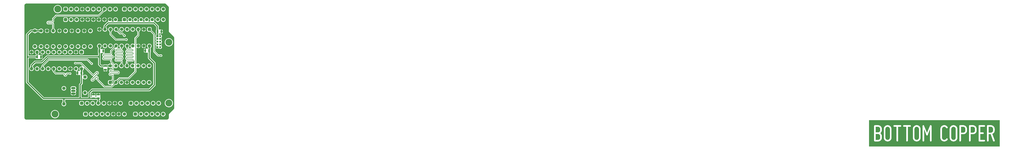
<source format=gbl>
G04*
G04 #@! TF.GenerationSoftware,Altium Limited,Altium Designer,20.0.7 (75)*
G04*
G04 Layer_Physical_Order=2*
G04 Layer_Color=16711680*
%FSLAX25Y25*%
%MOIN*%
G70*
G01*
G75*
%ADD13C,0.02000*%
%ADD24C,0.01000*%
%ADD25C,0.01968*%
%ADD26O,0.07874X0.03937*%
%ADD27O,0.07874X0.03937*%
%ADD28C,0.05906*%
G04:AMPARAMS|DCode=29|XSize=59.06mil|YSize=59.06mil|CornerRadius=14.76mil|HoleSize=0mil|Usage=FLASHONLY|Rotation=0.000|XOffset=0mil|YOffset=0mil|HoleType=Round|Shape=RoundedRectangle|*
%AMROUNDEDRECTD29*
21,1,0.05906,0.02953,0,0,0.0*
21,1,0.02953,0.05906,0,0,0.0*
1,1,0.02953,0.01476,-0.01476*
1,1,0.02953,-0.01476,-0.01476*
1,1,0.02953,-0.01476,0.01476*
1,1,0.02953,0.01476,0.01476*
%
%ADD29ROUNDEDRECTD29*%
%ADD30C,0.03740*%
G04:AMPARAMS|DCode=31|XSize=37.4mil|YSize=37.4mil|CornerRadius=9.35mil|HoleSize=0mil|Usage=FLASHONLY|Rotation=270.000|XOffset=0mil|YOffset=0mil|HoleType=Round|Shape=RoundedRectangle|*
%AMROUNDEDRECTD31*
21,1,0.03740,0.01870,0,0,270.0*
21,1,0.01870,0.03740,0,0,270.0*
1,1,0.01870,-0.00935,-0.00935*
1,1,0.01870,-0.00935,0.00935*
1,1,0.01870,0.00935,0.00935*
1,1,0.01870,0.00935,-0.00935*
%
%ADD31ROUNDEDRECTD31*%
G04:AMPARAMS|DCode=32|XSize=59.06mil|YSize=59.06mil|CornerRadius=14.76mil|HoleSize=0mil|Usage=FLASHONLY|Rotation=90.000|XOffset=0mil|YOffset=0mil|HoleType=Round|Shape=RoundedRectangle|*
%AMROUNDEDRECTD32*
21,1,0.05906,0.02953,0,0,90.0*
21,1,0.02953,0.05906,0,0,90.0*
1,1,0.02953,0.01476,0.01476*
1,1,0.02953,0.01476,-0.01476*
1,1,0.02953,-0.01476,-0.01476*
1,1,0.02953,-0.01476,0.01476*
%
%ADD32ROUNDEDRECTD32*%
%ADD33C,0.12500*%
%ADD34C,0.02000*%
%ADD35C,0.02400*%
%ADD36C,0.02200*%
G04:AMPARAMS|DCode=37|XSize=30mil|YSize=50mil|CornerRadius=4.5mil|HoleSize=0mil|Usage=FLASHONLY|Rotation=0.000|XOffset=0mil|YOffset=0mil|HoleType=Round|Shape=RoundedRectangle|*
%AMROUNDEDRECTD37*
21,1,0.03000,0.04100,0,0,0.0*
21,1,0.02100,0.05000,0,0,0.0*
1,1,0.00900,0.01050,-0.02050*
1,1,0.00900,-0.01050,-0.02050*
1,1,0.00900,-0.01050,0.02050*
1,1,0.00900,0.01050,0.02050*
%
%ADD37ROUNDEDRECTD37*%
G04:AMPARAMS|DCode=38|XSize=30mil|YSize=50mil|CornerRadius=4.5mil|HoleSize=0mil|Usage=FLASHONLY|Rotation=270.000|XOffset=0mil|YOffset=0mil|HoleType=Round|Shape=RoundedRectangle|*
%AMROUNDEDRECTD38*
21,1,0.03000,0.04100,0,0,270.0*
21,1,0.02100,0.05000,0,0,270.0*
1,1,0.00900,-0.02050,-0.01050*
1,1,0.00900,-0.02050,0.01050*
1,1,0.00900,0.02050,0.01050*
1,1,0.00900,0.02050,-0.01050*
%
%ADD38ROUNDEDRECTD38*%
%ADD39C,0.01500*%
G36*
X487746Y395517D02*
X488695Y395124D01*
X489511Y394498D01*
X493365Y390644D01*
X493991Y389828D01*
X494384Y388879D01*
X494518Y387860D01*
Y345783D01*
X494622Y344980D01*
X494928Y344230D01*
X495414Y343582D01*
X503162Y335647D01*
X503770Y334838D01*
X504152Y333900D01*
X504282Y332897D01*
Y207103D01*
X504152Y206099D01*
X503770Y205162D01*
X503162Y204353D01*
X495414Y196418D01*
X494928Y195770D01*
X494622Y195020D01*
X494518Y194217D01*
Y189437D01*
X494419Y188561D01*
X494128Y187729D01*
X493659Y186982D01*
X493036Y186359D01*
X492289Y185890D01*
X491457Y185599D01*
X490581Y185500D01*
X238337D01*
X237461Y185599D01*
X236629Y185890D01*
X235882Y186359D01*
X235259Y186982D01*
X234790Y187729D01*
X234499Y188561D01*
X234400Y189437D01*
Y391714D01*
X234499Y392590D01*
X234790Y393423D01*
X235259Y394169D01*
X235882Y394793D01*
X236629Y395262D01*
X237461Y395553D01*
X238337Y395651D01*
X486727D01*
X487746Y395517D01*
D02*
G37*
G36*
X1990425Y137100D02*
X1755300D01*
Y184675D01*
X1990425D01*
Y137100D01*
D02*
G37*
%LPC*%
G36*
X339018Y389422D02*
Y386000D01*
X342440D01*
X342438Y386016D01*
X342412Y386187D01*
X342378Y386356D01*
X342337Y386523D01*
X342289Y386689D01*
X342233Y386852D01*
X342171Y387013D01*
X342101Y387171D01*
X342025Y387326D01*
X341942Y387477D01*
X341853Y387624D01*
X341757Y387768D01*
X341655Y387907D01*
X341547Y388041D01*
X341433Y388171D01*
X341314Y388296D01*
X341189Y388415D01*
X341059Y388529D01*
X340925Y388637D01*
X340786Y388739D01*
X340642Y388835D01*
X340495Y388924D01*
X340344Y389007D01*
X340189Y389083D01*
X340031Y389153D01*
X339870Y389215D01*
X339707Y389271D01*
X339541Y389319D01*
X339374Y389360D01*
X339205Y389394D01*
X339034Y389420D01*
X339018Y389422D01*
D02*
G37*
G36*
X338018D02*
X338002Y389420D01*
X337831Y389394D01*
X337662Y389360D01*
X337495Y389319D01*
X337329Y389271D01*
X337166Y389215D01*
X337005Y389153D01*
X336847Y389083D01*
X336693Y389007D01*
X336541Y388924D01*
X336394Y388835D01*
X336250Y388739D01*
X336111Y388637D01*
X335977Y388529D01*
X335847Y388415D01*
X335722Y388296D01*
X335603Y388171D01*
X335489Y388041D01*
X335381Y387907D01*
X335279Y387768D01*
X335184Y387624D01*
X335094Y387477D01*
X335011Y387326D01*
X334935Y387171D01*
X334865Y387013D01*
X334803Y386852D01*
X334747Y386689D01*
X334699Y386523D01*
X334658Y386356D01*
X334624Y386187D01*
X334598Y386016D01*
X334596Y386000D01*
X338018D01*
Y389422D01*
D02*
G37*
G36*
X342440Y385000D02*
X339018D01*
Y381578D01*
X339034Y381580D01*
X339205Y381606D01*
X339374Y381640D01*
X339541Y381681D01*
X339707Y381729D01*
X339870Y381785D01*
X340031Y381847D01*
X340189Y381917D01*
X340344Y381993D01*
X340495Y382076D01*
X340642Y382166D01*
X340786Y382261D01*
X340925Y382363D01*
X341059Y382471D01*
X341189Y382585D01*
X341314Y382704D01*
X341433Y382829D01*
X341547Y382959D01*
X341655Y383093D01*
X341757Y383232D01*
X341853Y383376D01*
X341942Y383523D01*
X342025Y383674D01*
X342101Y383829D01*
X342171Y383987D01*
X342233Y384148D01*
X342289Y384311D01*
X342337Y384477D01*
X342378Y384644D01*
X342412Y384813D01*
X342438Y384984D01*
X342440Y385000D01*
D02*
G37*
G36*
X338018D02*
X334596D01*
X334598Y384984D01*
X334624Y384813D01*
X334658Y384644D01*
X334699Y384477D01*
X334747Y384311D01*
X334803Y384148D01*
X334865Y383987D01*
X334935Y383829D01*
X335011Y383674D01*
X335094Y383523D01*
X335184Y383376D01*
X335279Y383232D01*
X335381Y383093D01*
X335489Y382959D01*
X335603Y382829D01*
X335722Y382704D01*
X335847Y382585D01*
X335977Y382471D01*
X336111Y382363D01*
X336250Y382261D01*
X336394Y382166D01*
X336541Y382076D01*
X336693Y381993D01*
X336847Y381917D01*
X337005Y381847D01*
X337166Y381785D01*
X337329Y381729D01*
X337495Y381681D01*
X337662Y381640D01*
X337831Y381606D01*
X338002Y381580D01*
X338018Y381578D01*
Y385000D01*
D02*
G37*
G36*
X415876Y389654D02*
X412923D01*
X412783Y389650D01*
X412644Y389639D01*
X412505Y389621D01*
X412367Y389595D01*
X412231Y389563D01*
X412096Y389523D01*
X411964Y389476D01*
X411834Y389422D01*
X411708Y389362D01*
X411585Y389295D01*
X411465Y389222D01*
X411350Y389142D01*
X411239Y389057D01*
X411132Y388966D01*
X411030Y388870D01*
X410934Y388768D01*
X410843Y388661D01*
X410757Y388550D01*
X410678Y388435D01*
X410605Y388315D01*
X410538Y388192D01*
X410478Y388065D01*
X410424Y387936D01*
X410377Y387804D01*
X410337Y387669D01*
X410305Y387533D01*
X410279Y387395D01*
X410261Y387256D01*
X410250Y387117D01*
X410246Y386976D01*
Y384024D01*
X410250Y383884D01*
X410261Y383744D01*
X410279Y383605D01*
X410305Y383467D01*
X410337Y383331D01*
X410377Y383196D01*
X410424Y383064D01*
X410478Y382935D01*
X410538Y382808D01*
X410605Y382685D01*
X410678Y382565D01*
X410757Y382450D01*
X410843Y382339D01*
X410934Y382232D01*
X411030Y382131D01*
X411132Y382034D01*
X411239Y381943D01*
X411350Y381858D01*
X411465Y381778D01*
X411585Y381705D01*
X411708Y381638D01*
X411834Y381578D01*
X411964Y381524D01*
X412096Y381477D01*
X412231Y381438D01*
X412367Y381405D01*
X412505Y381379D01*
X412644Y381361D01*
X412783Y381350D01*
X412923Y381346D01*
X415876D01*
X416016Y381350D01*
X416156Y381361D01*
X416295Y381379D01*
X416433Y381405D01*
X416569Y381438D01*
X416704Y381477D01*
X416836Y381524D01*
X416965Y381578D01*
X417092Y381638D01*
X417215Y381705D01*
X417334Y381778D01*
X417450Y381858D01*
X417561Y381943D01*
X417668Y382034D01*
X417769Y382131D01*
X417866Y382232D01*
X417957Y382339D01*
X418042Y382450D01*
X418122Y382565D01*
X418195Y382685D01*
X418262Y382808D01*
X418322Y382935D01*
X418376Y383064D01*
X418423Y383196D01*
X418462Y383331D01*
X418495Y383467D01*
X418521Y383605D01*
X418539Y383744D01*
X418550Y383884D01*
X418553Y384024D01*
Y386976D01*
X418550Y387117D01*
X418539Y387256D01*
X418521Y387395D01*
X418495Y387533D01*
X418462Y387669D01*
X418423Y387804D01*
X418376Y387936D01*
X418322Y388065D01*
X418262Y388192D01*
X418195Y388315D01*
X418122Y388435D01*
X418042Y388550D01*
X417957Y388661D01*
X417866Y388768D01*
X417769Y388870D01*
X417668Y388966D01*
X417561Y389057D01*
X417450Y389142D01*
X417334Y389222D01*
X417215Y389295D01*
X417092Y389362D01*
X416965Y389422D01*
X416836Y389476D01*
X416704Y389523D01*
X416569Y389563D01*
X416433Y389595D01*
X416295Y389621D01*
X416156Y389639D01*
X416016Y389650D01*
X415876Y389654D01*
D02*
G37*
G36*
X309994D02*
X307042D01*
X306902Y389650D01*
X306762Y389639D01*
X306623Y389621D01*
X306485Y389595D01*
X306349Y389563D01*
X306214Y389523D01*
X306082Y389476D01*
X305953Y389422D01*
X305826Y389362D01*
X305703Y389295D01*
X305584Y389222D01*
X305468Y389142D01*
X305357Y389057D01*
X305250Y388966D01*
X305149Y388870D01*
X305052Y388768D01*
X304961Y388661D01*
X304876Y388550D01*
X304796Y388435D01*
X304723Y388315D01*
X304656Y388192D01*
X304596Y388065D01*
X304542Y387936D01*
X304495Y387804D01*
X304456Y387669D01*
X304423Y387533D01*
X304397Y387395D01*
X304379Y387256D01*
X304368Y387117D01*
X304364Y386976D01*
Y384024D01*
X304368Y383884D01*
X304379Y383744D01*
X304397Y383605D01*
X304423Y383467D01*
X304456Y383331D01*
X304495Y383196D01*
X304542Y383064D01*
X304596Y382935D01*
X304656Y382808D01*
X304723Y382685D01*
X304796Y382565D01*
X304876Y382450D01*
X304961Y382339D01*
X305052Y382232D01*
X305149Y382131D01*
X305250Y382034D01*
X305357Y381943D01*
X305468Y381858D01*
X305584Y381778D01*
X305703Y381705D01*
X305826Y381638D01*
X305953Y381578D01*
X306082Y381524D01*
X306214Y381477D01*
X306349Y381438D01*
X306485Y381405D01*
X306623Y381379D01*
X306762Y381361D01*
X306902Y381350D01*
X307042Y381346D01*
X309994D01*
X310135Y381350D01*
X310274Y381361D01*
X310413Y381379D01*
X310551Y381405D01*
X310687Y381438D01*
X310822Y381477D01*
X310954Y381524D01*
X311083Y381578D01*
X311210Y381638D01*
X311333Y381705D01*
X311453Y381778D01*
X311568Y381858D01*
X311679Y381943D01*
X311786Y382034D01*
X311888Y382131D01*
X311984Y382232D01*
X312075Y382339D01*
X312160Y382450D01*
X312240Y382565D01*
X312313Y382685D01*
X312380Y382808D01*
X312440Y382935D01*
X312494Y383064D01*
X312541Y383196D01*
X312580Y383331D01*
X312613Y383467D01*
X312639Y383605D01*
X312657Y383744D01*
X312668Y383884D01*
X312672Y384024D01*
Y386976D01*
X312668Y387117D01*
X312657Y387256D01*
X312639Y387395D01*
X312613Y387533D01*
X312580Y387669D01*
X312541Y387804D01*
X312494Y387936D01*
X312440Y388065D01*
X312380Y388192D01*
X312313Y388315D01*
X312240Y388435D01*
X312160Y388550D01*
X312075Y388661D01*
X311984Y388768D01*
X311888Y388870D01*
X311786Y388966D01*
X311679Y389057D01*
X311568Y389142D01*
X311453Y389222D01*
X311333Y389295D01*
X311210Y389362D01*
X311083Y389422D01*
X310954Y389476D01*
X310822Y389523D01*
X310687Y389563D01*
X310551Y389595D01*
X310413Y389621D01*
X310274Y389639D01*
X310135Y389650D01*
X309994Y389654D01*
D02*
G37*
G36*
X484400Y389654D02*
X484219Y389650D01*
X484038Y389638D01*
X483858Y389618D01*
X483679Y389591D01*
X483501Y389555D01*
X483325Y389512D01*
X483151Y389461D01*
X482979Y389403D01*
X482810Y389338D01*
X482644Y389265D01*
X482482Y389184D01*
X482323Y389097D01*
X482168Y389003D01*
X482017Y388903D01*
X481871Y388795D01*
X481730Y388682D01*
X481594Y388562D01*
X481463Y388437D01*
X481337Y388306D01*
X481218Y388170D01*
X481105Y388029D01*
X480997Y387882D01*
X480897Y387732D01*
X480803Y387577D01*
X480716Y387418D01*
X480635Y387256D01*
X480562Y387090D01*
X480497Y386921D01*
X480438Y386749D01*
X480388Y386575D01*
X480345Y386399D01*
X480309Y386221D01*
X480282Y386042D01*
X480262Y385862D01*
X480250Y385681D01*
X480246Y385500D01*
X480250Y385319D01*
X480262Y385138D01*
X480282Y384958D01*
X480309Y384779D01*
X480345Y384601D01*
X480388Y384425D01*
X480438Y384251D01*
X480497Y384079D01*
X480562Y383910D01*
X480635Y383745D01*
X480716Y383582D01*
X480803Y383423D01*
X480897Y383268D01*
X480997Y383118D01*
X481105Y382971D01*
X481218Y382830D01*
X481337Y382694D01*
X481463Y382563D01*
X481594Y382438D01*
X481730Y382318D01*
X481871Y382205D01*
X482017Y382098D01*
X482168Y381997D01*
X482323Y381903D01*
X482482Y381816D01*
X482644Y381735D01*
X482810Y381663D01*
X482979Y381597D01*
X483151Y381539D01*
X483325Y381488D01*
X483501Y381445D01*
X483679Y381409D01*
X483858Y381382D01*
X484038Y381362D01*
X484219Y381350D01*
X484400Y381346D01*
X484581Y381350D01*
X484762Y381362D01*
X484942Y381382D01*
X485121Y381409D01*
X485299Y381445D01*
X485475Y381488D01*
X485649Y381539D01*
X485820Y381597D01*
X485989Y381663D01*
X486155Y381735D01*
X486318Y381816D01*
X486477Y381903D01*
X486632Y381997D01*
X486782Y382098D01*
X486929Y382205D01*
X487070Y382318D01*
X487206Y382438D01*
X487337Y382563D01*
X487462Y382694D01*
X487582Y382830D01*
X487695Y382971D01*
X487802Y383118D01*
X487903Y383268D01*
X487997Y383423D01*
X488084Y383582D01*
X488164Y383745D01*
X488237Y383910D01*
X488303Y384079D01*
X488361Y384251D01*
X488412Y384425D01*
X488455Y384601D01*
X488490Y384779D01*
X488518Y384958D01*
X488538Y385138D01*
X488550Y385319D01*
X488554Y385500D01*
X488550Y385681D01*
X488538Y385862D01*
X488518Y386042D01*
X488490Y386221D01*
X488455Y386399D01*
X488412Y386575D01*
X488361Y386749D01*
X488303Y386921D01*
X488237Y387090D01*
X488164Y387256D01*
X488084Y387418D01*
X487997Y387577D01*
X487903Y387732D01*
X487802Y387882D01*
X487695Y388029D01*
X487582Y388170D01*
X487462Y388306D01*
X487337Y388437D01*
X487206Y388562D01*
X487070Y388682D01*
X486929Y388795D01*
X486782Y388903D01*
X486632Y389003D01*
X486477Y389097D01*
X486318Y389184D01*
X486155Y389265D01*
X485989Y389338D01*
X485820Y389403D01*
X485649Y389461D01*
X485475Y389512D01*
X485299Y389555D01*
X485121Y389591D01*
X484942Y389618D01*
X484762Y389638D01*
X484581Y389650D01*
X484400Y389654D01*
D02*
G37*
G36*
X474400D02*
X474219Y389650D01*
X474038Y389638D01*
X473858Y389618D01*
X473679Y389591D01*
X473501Y389555D01*
X473325Y389512D01*
X473151Y389461D01*
X472979Y389403D01*
X472810Y389338D01*
X472644Y389265D01*
X472482Y389184D01*
X472323Y389097D01*
X472168Y389003D01*
X472017Y388903D01*
X471871Y388795D01*
X471730Y388682D01*
X471594Y388562D01*
X471463Y388437D01*
X471337Y388306D01*
X471218Y388170D01*
X471104Y388029D01*
X470997Y387882D01*
X470897Y387732D01*
X470803Y387577D01*
X470716Y387418D01*
X470635Y387256D01*
X470562Y387090D01*
X470497Y386921D01*
X470438Y386749D01*
X470388Y386575D01*
X470345Y386399D01*
X470309Y386221D01*
X470282Y386042D01*
X470262Y385862D01*
X470250Y385681D01*
X470246Y385500D01*
X470250Y385319D01*
X470262Y385138D01*
X470282Y384958D01*
X470309Y384779D01*
X470345Y384601D01*
X470388Y384425D01*
X470438Y384251D01*
X470497Y384079D01*
X470562Y383910D01*
X470635Y383745D01*
X470716Y383582D01*
X470803Y383423D01*
X470897Y383268D01*
X470997Y383118D01*
X471104Y382971D01*
X471218Y382830D01*
X471337Y382694D01*
X471463Y382563D01*
X471594Y382438D01*
X471730Y382318D01*
X471871Y382205D01*
X472017Y382098D01*
X472168Y381997D01*
X472323Y381903D01*
X472482Y381816D01*
X472644Y381735D01*
X472810Y381663D01*
X472979Y381597D01*
X473151Y381539D01*
X473325Y381488D01*
X473501Y381445D01*
X473679Y381409D01*
X473858Y381382D01*
X474038Y381362D01*
X474219Y381350D01*
X474400Y381346D01*
X474581Y381350D01*
X474762Y381362D01*
X474942Y381382D01*
X475121Y381409D01*
X475299Y381445D01*
X475475Y381488D01*
X475649Y381539D01*
X475820Y381597D01*
X475989Y381663D01*
X476155Y381735D01*
X476318Y381816D01*
X476477Y381903D01*
X476632Y381997D01*
X476782Y382098D01*
X476929Y382205D01*
X477070Y382318D01*
X477206Y382438D01*
X477337Y382563D01*
X477462Y382694D01*
X477582Y382830D01*
X477695Y382971D01*
X477802Y383118D01*
X477903Y383268D01*
X477997Y383423D01*
X478084Y383582D01*
X478164Y383745D01*
X478237Y383910D01*
X478303Y384079D01*
X478361Y384251D01*
X478412Y384425D01*
X478455Y384601D01*
X478490Y384779D01*
X478518Y384958D01*
X478538Y385138D01*
X478550Y385319D01*
X478554Y385500D01*
X478550Y385681D01*
X478538Y385862D01*
X478518Y386042D01*
X478490Y386221D01*
X478455Y386399D01*
X478412Y386575D01*
X478361Y386749D01*
X478303Y386921D01*
X478237Y387090D01*
X478164Y387256D01*
X478084Y387418D01*
X477997Y387577D01*
X477903Y387732D01*
X477802Y387882D01*
X477695Y388029D01*
X477582Y388170D01*
X477462Y388306D01*
X477337Y388437D01*
X477206Y388562D01*
X477070Y388682D01*
X476929Y388795D01*
X476782Y388903D01*
X476632Y389003D01*
X476477Y389097D01*
X476318Y389184D01*
X476155Y389265D01*
X475989Y389338D01*
X475820Y389403D01*
X475649Y389461D01*
X475475Y389512D01*
X475299Y389555D01*
X475121Y389591D01*
X474942Y389618D01*
X474762Y389638D01*
X474581Y389650D01*
X474400Y389654D01*
D02*
G37*
G36*
X464400D02*
X464219Y389650D01*
X464038Y389638D01*
X463858Y389618D01*
X463679Y389591D01*
X463501Y389555D01*
X463325Y389512D01*
X463151Y389461D01*
X462979Y389403D01*
X462810Y389338D01*
X462644Y389265D01*
X462482Y389184D01*
X462323Y389097D01*
X462168Y389003D01*
X462017Y388903D01*
X461871Y388795D01*
X461730Y388682D01*
X461594Y388562D01*
X461463Y388437D01*
X461337Y388306D01*
X461218Y388170D01*
X461104Y388029D01*
X460997Y387882D01*
X460897Y387732D01*
X460803Y387577D01*
X460715Y387418D01*
X460635Y387256D01*
X460562Y387090D01*
X460497Y386921D01*
X460438Y386749D01*
X460388Y386575D01*
X460345Y386399D01*
X460309Y386221D01*
X460282Y386042D01*
X460262Y385862D01*
X460250Y385681D01*
X460246Y385500D01*
X460250Y385319D01*
X460262Y385138D01*
X460282Y384958D01*
X460309Y384779D01*
X460345Y384601D01*
X460388Y384425D01*
X460438Y384251D01*
X460497Y384079D01*
X460562Y383910D01*
X460635Y383745D01*
X460715Y383582D01*
X460803Y383423D01*
X460897Y383268D01*
X460997Y383118D01*
X461104Y382971D01*
X461218Y382830D01*
X461337Y382694D01*
X461463Y382563D01*
X461594Y382438D01*
X461730Y382318D01*
X461871Y382205D01*
X462017Y382098D01*
X462168Y381997D01*
X462323Y381903D01*
X462482Y381816D01*
X462644Y381735D01*
X462810Y381663D01*
X462979Y381597D01*
X463151Y381539D01*
X463325Y381488D01*
X463501Y381445D01*
X463679Y381409D01*
X463858Y381382D01*
X464038Y381362D01*
X464219Y381350D01*
X464400Y381346D01*
X464581Y381350D01*
X464762Y381362D01*
X464942Y381382D01*
X465121Y381409D01*
X465299Y381445D01*
X465475Y381488D01*
X465649Y381539D01*
X465821Y381597D01*
X465989Y381663D01*
X466155Y381735D01*
X466318Y381816D01*
X466477Y381903D01*
X466632Y381997D01*
X466782Y382098D01*
X466928Y382205D01*
X467070Y382318D01*
X467206Y382438D01*
X467337Y382563D01*
X467462Y382694D01*
X467582Y382830D01*
X467695Y382971D01*
X467802Y383118D01*
X467903Y383268D01*
X467997Y383423D01*
X468084Y383582D01*
X468164Y383745D01*
X468237Y383910D01*
X468303Y384079D01*
X468361Y384251D01*
X468412Y384425D01*
X468455Y384601D01*
X468491Y384779D01*
X468518Y384958D01*
X468538Y385138D01*
X468550Y385319D01*
X468554Y385500D01*
X468550Y385681D01*
X468538Y385862D01*
X468518Y386042D01*
X468491Y386221D01*
X468455Y386399D01*
X468412Y386575D01*
X468361Y386749D01*
X468303Y386921D01*
X468237Y387090D01*
X468164Y387256D01*
X468084Y387418D01*
X467997Y387577D01*
X467903Y387732D01*
X467802Y387882D01*
X467695Y388029D01*
X467582Y388170D01*
X467462Y388306D01*
X467337Y388437D01*
X467206Y388562D01*
X467070Y388682D01*
X466928Y388795D01*
X466782Y388903D01*
X466632Y389003D01*
X466477Y389097D01*
X466318Y389184D01*
X466155Y389265D01*
X465989Y389338D01*
X465821Y389403D01*
X465649Y389461D01*
X465475Y389512D01*
X465299Y389555D01*
X465121Y389591D01*
X464942Y389618D01*
X464762Y389638D01*
X464581Y389650D01*
X464400Y389654D01*
D02*
G37*
G36*
X454400D02*
X454219Y389650D01*
X454038Y389638D01*
X453858Y389618D01*
X453679Y389591D01*
X453501Y389555D01*
X453325Y389512D01*
X453151Y389461D01*
X452979Y389403D01*
X452810Y389338D01*
X452644Y389265D01*
X452482Y389184D01*
X452323Y389097D01*
X452168Y389003D01*
X452017Y388903D01*
X451871Y388795D01*
X451730Y388682D01*
X451594Y388562D01*
X451463Y388437D01*
X451337Y388306D01*
X451218Y388170D01*
X451104Y388029D01*
X450997Y387882D01*
X450897Y387732D01*
X450803Y387577D01*
X450715Y387418D01*
X450635Y387256D01*
X450562Y387090D01*
X450497Y386921D01*
X450438Y386749D01*
X450388Y386575D01*
X450345Y386399D01*
X450309Y386221D01*
X450282Y386042D01*
X450262Y385862D01*
X450250Y385681D01*
X450246Y385500D01*
X450250Y385319D01*
X450262Y385138D01*
X450282Y384958D01*
X450309Y384779D01*
X450345Y384601D01*
X450388Y384425D01*
X450438Y384251D01*
X450497Y384079D01*
X450562Y383910D01*
X450635Y383745D01*
X450715Y383582D01*
X450803Y383423D01*
X450897Y383268D01*
X450997Y383118D01*
X451104Y382971D01*
X451218Y382830D01*
X451337Y382694D01*
X451463Y382563D01*
X451594Y382438D01*
X451730Y382318D01*
X451871Y382205D01*
X452017Y382098D01*
X452168Y381997D01*
X452323Y381903D01*
X452482Y381816D01*
X452644Y381735D01*
X452810Y381663D01*
X452979Y381597D01*
X453151Y381539D01*
X453325Y381488D01*
X453501Y381445D01*
X453679Y381409D01*
X453858Y381382D01*
X454038Y381362D01*
X454219Y381350D01*
X454400Y381346D01*
X454581Y381350D01*
X454762Y381362D01*
X454942Y381382D01*
X455121Y381409D01*
X455299Y381445D01*
X455475Y381488D01*
X455649Y381539D01*
X455821Y381597D01*
X455989Y381663D01*
X456155Y381735D01*
X456318Y381816D01*
X456477Y381903D01*
X456632Y381997D01*
X456782Y382098D01*
X456928Y382205D01*
X457070Y382318D01*
X457206Y382438D01*
X457337Y382563D01*
X457462Y382694D01*
X457582Y382830D01*
X457695Y382971D01*
X457802Y383118D01*
X457903Y383268D01*
X457997Y383423D01*
X458084Y383582D01*
X458164Y383745D01*
X458237Y383910D01*
X458303Y384079D01*
X458361Y384251D01*
X458412Y384425D01*
X458455Y384601D01*
X458491Y384779D01*
X458518Y384958D01*
X458538Y385138D01*
X458550Y385319D01*
X458554Y385500D01*
X458550Y385681D01*
X458538Y385862D01*
X458518Y386042D01*
X458491Y386221D01*
X458455Y386399D01*
X458412Y386575D01*
X458361Y386749D01*
X458303Y386921D01*
X458237Y387090D01*
X458164Y387256D01*
X458084Y387418D01*
X457997Y387577D01*
X457903Y387732D01*
X457802Y387882D01*
X457695Y388029D01*
X457582Y388170D01*
X457462Y388306D01*
X457337Y388437D01*
X457206Y388562D01*
X457070Y388682D01*
X456928Y388795D01*
X456782Y388903D01*
X456632Y389003D01*
X456477Y389097D01*
X456318Y389184D01*
X456155Y389265D01*
X455989Y389338D01*
X455821Y389403D01*
X455649Y389461D01*
X455475Y389512D01*
X455299Y389555D01*
X455121Y389591D01*
X454942Y389618D01*
X454762Y389638D01*
X454581Y389650D01*
X454400Y389654D01*
D02*
G37*
G36*
X444400D02*
X444219Y389650D01*
X444038Y389638D01*
X443858Y389618D01*
X443679Y389591D01*
X443501Y389555D01*
X443325Y389512D01*
X443151Y389461D01*
X442979Y389403D01*
X442810Y389338D01*
X442644Y389265D01*
X442482Y389184D01*
X442323Y389097D01*
X442168Y389003D01*
X442017Y388903D01*
X441871Y388795D01*
X441730Y388682D01*
X441594Y388562D01*
X441463Y388437D01*
X441337Y388306D01*
X441218Y388170D01*
X441105Y388029D01*
X440997Y387882D01*
X440897Y387732D01*
X440803Y387577D01*
X440716Y387418D01*
X440635Y387256D01*
X440562Y387090D01*
X440497Y386921D01*
X440438Y386749D01*
X440388Y386575D01*
X440345Y386399D01*
X440309Y386221D01*
X440282Y386042D01*
X440262Y385862D01*
X440250Y385681D01*
X440246Y385500D01*
X440250Y385319D01*
X440262Y385138D01*
X440282Y384958D01*
X440309Y384779D01*
X440345Y384601D01*
X440388Y384425D01*
X440438Y384251D01*
X440497Y384079D01*
X440562Y383910D01*
X440635Y383745D01*
X440716Y383582D01*
X440803Y383423D01*
X440897Y383268D01*
X440997Y383118D01*
X441105Y382971D01*
X441218Y382830D01*
X441337Y382694D01*
X441463Y382563D01*
X441594Y382438D01*
X441730Y382318D01*
X441871Y382205D01*
X442017Y382098D01*
X442168Y381997D01*
X442323Y381903D01*
X442482Y381816D01*
X442644Y381735D01*
X442810Y381663D01*
X442979Y381597D01*
X443151Y381539D01*
X443325Y381488D01*
X443501Y381445D01*
X443679Y381409D01*
X443858Y381382D01*
X444038Y381362D01*
X444219Y381350D01*
X444400Y381346D01*
X444581Y381350D01*
X444762Y381362D01*
X444942Y381382D01*
X445121Y381409D01*
X445299Y381445D01*
X445475Y381488D01*
X445649Y381539D01*
X445821Y381597D01*
X445989Y381663D01*
X446155Y381735D01*
X446318Y381816D01*
X446477Y381903D01*
X446632Y381997D01*
X446782Y382098D01*
X446929Y382205D01*
X447070Y382318D01*
X447206Y382438D01*
X447337Y382563D01*
X447462Y382694D01*
X447582Y382830D01*
X447695Y382971D01*
X447802Y383118D01*
X447903Y383268D01*
X447997Y383423D01*
X448084Y383582D01*
X448164Y383745D01*
X448237Y383910D01*
X448303Y384079D01*
X448361Y384251D01*
X448412Y384425D01*
X448455Y384601D01*
X448490Y384779D01*
X448518Y384958D01*
X448538Y385138D01*
X448550Y385319D01*
X448554Y385500D01*
X448550Y385681D01*
X448538Y385862D01*
X448518Y386042D01*
X448490Y386221D01*
X448455Y386399D01*
X448412Y386575D01*
X448361Y386749D01*
X448303Y386921D01*
X448237Y387090D01*
X448164Y387256D01*
X448084Y387418D01*
X447997Y387577D01*
X447903Y387732D01*
X447802Y387882D01*
X447695Y388029D01*
X447582Y388170D01*
X447462Y388306D01*
X447337Y388437D01*
X447206Y388562D01*
X447070Y388682D01*
X446929Y388795D01*
X446782Y388903D01*
X446632Y389003D01*
X446477Y389097D01*
X446318Y389184D01*
X446155Y389265D01*
X445989Y389338D01*
X445821Y389403D01*
X445649Y389461D01*
X445475Y389512D01*
X445299Y389555D01*
X445121Y389591D01*
X444942Y389618D01*
X444762Y389638D01*
X444581Y389650D01*
X444400Y389654D01*
D02*
G37*
G36*
X434400D02*
X434219Y389650D01*
X434038Y389638D01*
X433858Y389618D01*
X433679Y389591D01*
X433501Y389555D01*
X433325Y389512D01*
X433151Y389461D01*
X432979Y389403D01*
X432810Y389338D01*
X432644Y389265D01*
X432482Y389184D01*
X432323Y389097D01*
X432168Y389003D01*
X432017Y388903D01*
X431871Y388795D01*
X431730Y388682D01*
X431594Y388562D01*
X431463Y388437D01*
X431337Y388306D01*
X431218Y388170D01*
X431105Y388029D01*
X430997Y387882D01*
X430897Y387732D01*
X430803Y387577D01*
X430716Y387418D01*
X430635Y387256D01*
X430562Y387090D01*
X430497Y386921D01*
X430438Y386749D01*
X430388Y386575D01*
X430345Y386399D01*
X430309Y386221D01*
X430282Y386042D01*
X430262Y385862D01*
X430250Y385681D01*
X430246Y385500D01*
X430250Y385319D01*
X430262Y385138D01*
X430282Y384958D01*
X430309Y384779D01*
X430345Y384601D01*
X430388Y384425D01*
X430438Y384251D01*
X430497Y384079D01*
X430562Y383910D01*
X430635Y383745D01*
X430716Y383582D01*
X430803Y383423D01*
X430897Y383268D01*
X430997Y383118D01*
X431105Y382971D01*
X431218Y382830D01*
X431337Y382694D01*
X431463Y382563D01*
X431594Y382438D01*
X431730Y382318D01*
X431871Y382205D01*
X432017Y382098D01*
X432168Y381997D01*
X432323Y381903D01*
X432482Y381816D01*
X432644Y381735D01*
X432810Y381663D01*
X432979Y381597D01*
X433151Y381539D01*
X433325Y381488D01*
X433501Y381445D01*
X433679Y381409D01*
X433858Y381382D01*
X434038Y381362D01*
X434219Y381350D01*
X434400Y381346D01*
X434581Y381350D01*
X434762Y381362D01*
X434942Y381382D01*
X435121Y381409D01*
X435299Y381445D01*
X435475Y381488D01*
X435649Y381539D01*
X435820Y381597D01*
X435989Y381663D01*
X436155Y381735D01*
X436318Y381816D01*
X436477Y381903D01*
X436632Y381997D01*
X436782Y382098D01*
X436929Y382205D01*
X437070Y382318D01*
X437206Y382438D01*
X437337Y382563D01*
X437462Y382694D01*
X437582Y382830D01*
X437695Y382971D01*
X437802Y383118D01*
X437903Y383268D01*
X437997Y383423D01*
X438084Y383582D01*
X438164Y383745D01*
X438237Y383910D01*
X438303Y384079D01*
X438361Y384251D01*
X438412Y384425D01*
X438455Y384601D01*
X438490Y384779D01*
X438518Y384958D01*
X438538Y385138D01*
X438550Y385319D01*
X438554Y385500D01*
X438550Y385681D01*
X438538Y385862D01*
X438518Y386042D01*
X438490Y386221D01*
X438455Y386399D01*
X438412Y386575D01*
X438361Y386749D01*
X438303Y386921D01*
X438237Y387090D01*
X438164Y387256D01*
X438084Y387418D01*
X437997Y387577D01*
X437903Y387732D01*
X437802Y387882D01*
X437695Y388029D01*
X437582Y388170D01*
X437462Y388306D01*
X437337Y388437D01*
X437206Y388562D01*
X437070Y388682D01*
X436929Y388795D01*
X436782Y388903D01*
X436632Y389003D01*
X436477Y389097D01*
X436318Y389184D01*
X436155Y389265D01*
X435989Y389338D01*
X435820Y389403D01*
X435649Y389461D01*
X435475Y389512D01*
X435299Y389555D01*
X435121Y389591D01*
X434942Y389618D01*
X434762Y389638D01*
X434581Y389650D01*
X434400Y389654D01*
D02*
G37*
G36*
X424400D02*
X424219Y389650D01*
X424038Y389638D01*
X423858Y389618D01*
X423679Y389591D01*
X423501Y389555D01*
X423325Y389512D01*
X423151Y389461D01*
X422979Y389403D01*
X422810Y389338D01*
X422644Y389265D01*
X422482Y389184D01*
X422323Y389097D01*
X422168Y389003D01*
X422017Y388903D01*
X421871Y388795D01*
X421730Y388682D01*
X421594Y388562D01*
X421463Y388437D01*
X421337Y388306D01*
X421218Y388170D01*
X421104Y388029D01*
X420997Y387882D01*
X420897Y387732D01*
X420803Y387577D01*
X420716Y387418D01*
X420635Y387256D01*
X420562Y387090D01*
X420497Y386921D01*
X420438Y386749D01*
X420388Y386575D01*
X420345Y386399D01*
X420309Y386221D01*
X420282Y386042D01*
X420262Y385862D01*
X420250Y385681D01*
X420246Y385500D01*
X420250Y385319D01*
X420262Y385138D01*
X420282Y384958D01*
X420309Y384779D01*
X420345Y384601D01*
X420388Y384425D01*
X420438Y384251D01*
X420497Y384079D01*
X420562Y383910D01*
X420635Y383745D01*
X420716Y383582D01*
X420803Y383423D01*
X420897Y383268D01*
X420997Y383118D01*
X421104Y382971D01*
X421218Y382830D01*
X421337Y382694D01*
X421463Y382563D01*
X421594Y382438D01*
X421730Y382318D01*
X421871Y382205D01*
X422017Y382098D01*
X422168Y381997D01*
X422323Y381903D01*
X422482Y381816D01*
X422644Y381735D01*
X422810Y381663D01*
X422979Y381597D01*
X423151Y381539D01*
X423325Y381488D01*
X423501Y381445D01*
X423679Y381409D01*
X423858Y381382D01*
X424038Y381362D01*
X424219Y381350D01*
X424400Y381346D01*
X424581Y381350D01*
X424762Y381362D01*
X424942Y381382D01*
X425121Y381409D01*
X425299Y381445D01*
X425475Y381488D01*
X425649Y381539D01*
X425820Y381597D01*
X425989Y381663D01*
X426155Y381735D01*
X426318Y381816D01*
X426477Y381903D01*
X426632Y381997D01*
X426782Y382098D01*
X426929Y382205D01*
X427070Y382318D01*
X427206Y382438D01*
X427337Y382563D01*
X427462Y382694D01*
X427582Y382830D01*
X427695Y382971D01*
X427802Y383118D01*
X427903Y383268D01*
X427997Y383423D01*
X428084Y383582D01*
X428164Y383745D01*
X428237Y383910D01*
X428303Y384079D01*
X428361Y384251D01*
X428412Y384425D01*
X428455Y384601D01*
X428490Y384779D01*
X428518Y384958D01*
X428538Y385138D01*
X428550Y385319D01*
X428554Y385500D01*
X428550Y385681D01*
X428538Y385862D01*
X428518Y386042D01*
X428490Y386221D01*
X428455Y386399D01*
X428412Y386575D01*
X428361Y386749D01*
X428303Y386921D01*
X428237Y387090D01*
X428164Y387256D01*
X428084Y387418D01*
X427997Y387577D01*
X427903Y387732D01*
X427802Y387882D01*
X427695Y388029D01*
X427582Y388170D01*
X427462Y388306D01*
X427337Y388437D01*
X427206Y388562D01*
X427070Y388682D01*
X426929Y388795D01*
X426782Y388903D01*
X426632Y389003D01*
X426477Y389097D01*
X426318Y389184D01*
X426155Y389265D01*
X425989Y389338D01*
X425820Y389403D01*
X425649Y389461D01*
X425475Y389512D01*
X425299Y389555D01*
X425121Y389591D01*
X424942Y389618D01*
X424762Y389638D01*
X424581Y389650D01*
X424400Y389654D01*
D02*
G37*
G36*
X398518D02*
X398337Y389650D01*
X398156Y389638D01*
X397976Y389618D01*
X397797Y389591D01*
X397619Y389555D01*
X397443Y389512D01*
X397269Y389461D01*
X397097Y389403D01*
X396929Y389338D01*
X396763Y389265D01*
X396600Y389184D01*
X396441Y389097D01*
X396286Y389003D01*
X396136Y388903D01*
X395989Y388795D01*
X395848Y388682D01*
X395712Y388562D01*
X395581Y388437D01*
X395456Y388306D01*
X395336Y388170D01*
X395223Y388029D01*
X395115Y387882D01*
X395015Y387732D01*
X394921Y387577D01*
X394834Y387418D01*
X394754Y387256D01*
X394681Y387090D01*
X394615Y386921D01*
X394557Y386749D01*
X394506Y386575D01*
X394463Y386399D01*
X394427Y386221D01*
X394400Y386042D01*
X394380Y385862D01*
X394368Y385681D01*
X394364Y385500D01*
X394368Y385319D01*
X394380Y385138D01*
X394400Y384958D01*
X394427Y384779D01*
X394463Y384601D01*
X394506Y384425D01*
X394557Y384251D01*
X394615Y384079D01*
X394681Y383910D01*
X394754Y383745D01*
X394834Y383582D01*
X394921Y383423D01*
X395015Y383268D01*
X395115Y383118D01*
X395223Y382971D01*
X395336Y382830D01*
X395456Y382694D01*
X395581Y382563D01*
X395712Y382438D01*
X395848Y382318D01*
X395989Y382205D01*
X396136Y382098D01*
X396286Y381997D01*
X396441Y381903D01*
X396600Y381816D01*
X396763Y381735D01*
X396929Y381663D01*
X397097Y381597D01*
X397269Y381539D01*
X397443Y381488D01*
X397619Y381445D01*
X397797Y381409D01*
X397976Y381382D01*
X398156Y381362D01*
X398337Y381350D01*
X398518Y381346D01*
X398699Y381350D01*
X398880Y381362D01*
X399060Y381382D01*
X399239Y381409D01*
X399417Y381445D01*
X399593Y381488D01*
X399767Y381539D01*
X399939Y381597D01*
X400108Y381663D01*
X400274Y381735D01*
X400436Y381816D01*
X400595Y381903D01*
X400750Y381997D01*
X400901Y382098D01*
X401047Y382205D01*
X401188Y382318D01*
X401324Y382438D01*
X401455Y382563D01*
X401580Y382694D01*
X401700Y382830D01*
X401814Y382971D01*
X401921Y383118D01*
X402021Y383268D01*
X402115Y383423D01*
X402203Y383582D01*
X402283Y383745D01*
X402356Y383910D01*
X402421Y384079D01*
X402480Y384251D01*
X402530Y384425D01*
X402573Y384601D01*
X402609Y384779D01*
X402636Y384958D01*
X402656Y385138D01*
X402668Y385319D01*
X402672Y385500D01*
X402668Y385681D01*
X402656Y385862D01*
X402636Y386042D01*
X402609Y386221D01*
X402573Y386399D01*
X402530Y386575D01*
X402480Y386749D01*
X402421Y386921D01*
X402356Y387090D01*
X402283Y387256D01*
X402203Y387418D01*
X402115Y387577D01*
X402021Y387732D01*
X401921Y387882D01*
X401814Y388029D01*
X401700Y388170D01*
X401580Y388306D01*
X401455Y388437D01*
X401324Y388562D01*
X401188Y388682D01*
X401047Y388795D01*
X400901Y388903D01*
X400750Y389003D01*
X400595Y389097D01*
X400436Y389184D01*
X400274Y389265D01*
X400108Y389338D01*
X399939Y389403D01*
X399767Y389461D01*
X399593Y389512D01*
X399417Y389555D01*
X399239Y389591D01*
X399060Y389618D01*
X398880Y389638D01*
X398699Y389650D01*
X398518Y389654D01*
D02*
G37*
G36*
X388518D02*
X388337Y389650D01*
X388156Y389638D01*
X387976Y389618D01*
X387797Y389591D01*
X387619Y389555D01*
X387443Y389512D01*
X387269Y389461D01*
X387097Y389403D01*
X386929Y389338D01*
X386763Y389265D01*
X386600Y389184D01*
X386441Y389097D01*
X386286Y389003D01*
X386136Y388903D01*
X385989Y388795D01*
X385848Y388682D01*
X385712Y388562D01*
X385581Y388437D01*
X385456Y388306D01*
X385336Y388170D01*
X385223Y388029D01*
X385116Y387882D01*
X385015Y387732D01*
X384921Y387577D01*
X384834Y387418D01*
X384753Y387256D01*
X384681Y387090D01*
X384615Y386921D01*
X384557Y386749D01*
X384506Y386575D01*
X384463Y386399D01*
X384427Y386221D01*
X384400Y386042D01*
X384380Y385862D01*
X384368Y385681D01*
X384364Y385500D01*
X384368Y385319D01*
X384380Y385138D01*
X384400Y384958D01*
X384427Y384779D01*
X384463Y384601D01*
X384506Y384425D01*
X384557Y384251D01*
X384615Y384079D01*
X384681Y383910D01*
X384753Y383745D01*
X384834Y383582D01*
X384921Y383423D01*
X385015Y383268D01*
X385116Y383118D01*
X385223Y382971D01*
X385336Y382830D01*
X385456Y382694D01*
X385581Y382563D01*
X385712Y382438D01*
X385848Y382318D01*
X385989Y382205D01*
X386136Y382098D01*
X386286Y381997D01*
X386441Y381903D01*
X386600Y381816D01*
X386763Y381735D01*
X386929Y381663D01*
X387097Y381597D01*
X387269Y381539D01*
X387443Y381488D01*
X387619Y381445D01*
X387797Y381409D01*
X387976Y381382D01*
X388156Y381362D01*
X388337Y381350D01*
X388518Y381346D01*
X388699Y381350D01*
X388880Y381362D01*
X389060Y381382D01*
X389239Y381409D01*
X389417Y381445D01*
X389593Y381488D01*
X389767Y381539D01*
X389939Y381597D01*
X390108Y381663D01*
X390273Y381735D01*
X390436Y381816D01*
X390595Y381903D01*
X390750Y381997D01*
X390901Y382098D01*
X391047Y382205D01*
X391188Y382318D01*
X391324Y382438D01*
X391455Y382563D01*
X391581Y382694D01*
X391700Y382830D01*
X391813Y382971D01*
X391921Y383118D01*
X392021Y383268D01*
X392115Y383423D01*
X392202Y383582D01*
X392283Y383745D01*
X392356Y383910D01*
X392421Y384079D01*
X392480Y384251D01*
X392530Y384425D01*
X392573Y384601D01*
X392609Y384779D01*
X392636Y384958D01*
X392656Y385138D01*
X392668Y385319D01*
X392672Y385500D01*
X392668Y385681D01*
X392656Y385862D01*
X392636Y386042D01*
X392609Y386221D01*
X392573Y386399D01*
X392530Y386575D01*
X392480Y386749D01*
X392421Y386921D01*
X392356Y387090D01*
X392283Y387256D01*
X392202Y387418D01*
X392115Y387577D01*
X392021Y387732D01*
X391921Y387882D01*
X391813Y388029D01*
X391700Y388170D01*
X391581Y388306D01*
X391455Y388437D01*
X391324Y388562D01*
X391188Y388682D01*
X391047Y388795D01*
X390901Y388903D01*
X390750Y389003D01*
X390595Y389097D01*
X390436Y389184D01*
X390273Y389265D01*
X390108Y389338D01*
X389939Y389403D01*
X389767Y389461D01*
X389593Y389512D01*
X389417Y389555D01*
X389239Y389591D01*
X389060Y389618D01*
X388880Y389638D01*
X388699Y389650D01*
X388518Y389654D01*
D02*
G37*
G36*
X368518D02*
X368337Y389650D01*
X368156Y389638D01*
X367976Y389618D01*
X367797Y389591D01*
X367619Y389555D01*
X367443Y389512D01*
X367269Y389461D01*
X367097Y389403D01*
X366929Y389338D01*
X366763Y389265D01*
X366600Y389184D01*
X366441Y389097D01*
X366286Y389003D01*
X366136Y388903D01*
X365989Y388795D01*
X365848Y388682D01*
X365712Y388562D01*
X365581Y388437D01*
X365456Y388306D01*
X365336Y388170D01*
X365223Y388029D01*
X365115Y387882D01*
X365015Y387732D01*
X364921Y387577D01*
X364834Y387418D01*
X364754Y387256D01*
X364681Y387090D01*
X364615Y386921D01*
X364557Y386749D01*
X364506Y386575D01*
X364463Y386399D01*
X364427Y386221D01*
X364400Y386042D01*
X364380Y385862D01*
X364368Y385681D01*
X364364Y385500D01*
X364368Y385319D01*
X364380Y385138D01*
X364400Y384958D01*
X364427Y384779D01*
X364463Y384601D01*
X364506Y384425D01*
X364557Y384251D01*
X364615Y384079D01*
X364681Y383910D01*
X364754Y383745D01*
X364834Y383582D01*
X364921Y383423D01*
X365015Y383268D01*
X365115Y383118D01*
X365223Y382971D01*
X365336Y382830D01*
X365456Y382694D01*
X365581Y382563D01*
X365712Y382438D01*
X365848Y382318D01*
X365989Y382205D01*
X366136Y382098D01*
X366286Y381997D01*
X366441Y381903D01*
X366600Y381816D01*
X366763Y381735D01*
X366929Y381663D01*
X367097Y381597D01*
X367269Y381539D01*
X367443Y381488D01*
X367619Y381445D01*
X367797Y381409D01*
X367976Y381382D01*
X368156Y381362D01*
X368337Y381350D01*
X368518Y381346D01*
X368699Y381350D01*
X368880Y381362D01*
X369060Y381382D01*
X369239Y381409D01*
X369417Y381445D01*
X369593Y381488D01*
X369767Y381539D01*
X369939Y381597D01*
X370108Y381663D01*
X370273Y381735D01*
X370436Y381816D01*
X370595Y381903D01*
X370750Y381997D01*
X370901Y382098D01*
X371047Y382205D01*
X371188Y382318D01*
X371324Y382438D01*
X371455Y382563D01*
X371581Y382694D01*
X371700Y382830D01*
X371814Y382971D01*
X371921Y383118D01*
X372021Y383268D01*
X372115Y383423D01*
X372202Y383582D01*
X372283Y383745D01*
X372356Y383910D01*
X372421Y384079D01*
X372480Y384251D01*
X372530Y384425D01*
X372573Y384601D01*
X372609Y384779D01*
X372636Y384958D01*
X372656Y385138D01*
X372668Y385319D01*
X372672Y385500D01*
X372668Y385681D01*
X372656Y385862D01*
X372636Y386042D01*
X372609Y386221D01*
X372573Y386399D01*
X372530Y386575D01*
X372480Y386749D01*
X372421Y386921D01*
X372356Y387090D01*
X372283Y387256D01*
X372202Y387418D01*
X372115Y387577D01*
X372021Y387732D01*
X371921Y387882D01*
X371814Y388029D01*
X371700Y388170D01*
X371581Y388306D01*
X371455Y388437D01*
X371324Y388562D01*
X371188Y388682D01*
X371047Y388795D01*
X370901Y388903D01*
X370750Y389003D01*
X370595Y389097D01*
X370436Y389184D01*
X370273Y389265D01*
X370108Y389338D01*
X369939Y389403D01*
X369767Y389461D01*
X369593Y389512D01*
X369417Y389555D01*
X369239Y389591D01*
X369060Y389618D01*
X368880Y389638D01*
X368699Y389650D01*
X368518Y389654D01*
D02*
G37*
G36*
X358518D02*
X358337Y389650D01*
X358156Y389638D01*
X357976Y389618D01*
X357797Y389591D01*
X357619Y389555D01*
X357443Y389512D01*
X357269Y389461D01*
X357097Y389403D01*
X356928Y389338D01*
X356763Y389265D01*
X356600Y389184D01*
X356441Y389097D01*
X356286Y389003D01*
X356136Y388903D01*
X355989Y388795D01*
X355848Y388682D01*
X355712Y388562D01*
X355581Y388437D01*
X355456Y388306D01*
X355336Y388170D01*
X355223Y388029D01*
X355116Y387882D01*
X355015Y387732D01*
X354921Y387577D01*
X354834Y387418D01*
X354753Y387256D01*
X354680Y387090D01*
X354615Y386921D01*
X354557Y386749D01*
X354506Y386575D01*
X354463Y386399D01*
X354427Y386221D01*
X354400Y386042D01*
X354380Y385862D01*
X354368Y385681D01*
X354364Y385500D01*
X354368Y385319D01*
X354380Y385138D01*
X354400Y384958D01*
X354427Y384779D01*
X354463Y384601D01*
X354506Y384425D01*
X354557Y384251D01*
X354615Y384079D01*
X354680Y383910D01*
X354753Y383745D01*
X354834Y383582D01*
X354921Y383423D01*
X355015Y383268D01*
X355116Y383118D01*
X355223Y382971D01*
X355336Y382830D01*
X355456Y382694D01*
X355581Y382563D01*
X355712Y382438D01*
X355848Y382318D01*
X355989Y382205D01*
X356136Y382098D01*
X356286Y381997D01*
X356441Y381903D01*
X356600Y381816D01*
X356763Y381735D01*
X356928Y381663D01*
X357097Y381597D01*
X357269Y381539D01*
X357443Y381488D01*
X357619Y381445D01*
X357797Y381409D01*
X357976Y381382D01*
X358156Y381362D01*
X358337Y381350D01*
X358518Y381346D01*
X358699Y381350D01*
X358880Y381362D01*
X359060Y381382D01*
X359239Y381409D01*
X359417Y381445D01*
X359593Y381488D01*
X359767Y381539D01*
X359939Y381597D01*
X360108Y381663D01*
X360274Y381735D01*
X360436Y381816D01*
X360595Y381903D01*
X360750Y381997D01*
X360901Y382098D01*
X361047Y382205D01*
X361188Y382318D01*
X361324Y382438D01*
X361455Y382563D01*
X361580Y382694D01*
X361700Y382830D01*
X361813Y382971D01*
X361921Y383118D01*
X362021Y383268D01*
X362115Y383423D01*
X362203Y383582D01*
X362283Y383745D01*
X362356Y383910D01*
X362421Y384079D01*
X362480Y384251D01*
X362530Y384425D01*
X362573Y384601D01*
X362609Y384779D01*
X362636Y384958D01*
X362656Y385138D01*
X362668Y385319D01*
X362672Y385500D01*
X362668Y385681D01*
X362656Y385862D01*
X362636Y386042D01*
X362609Y386221D01*
X362573Y386399D01*
X362530Y386575D01*
X362480Y386749D01*
X362421Y386921D01*
X362356Y387090D01*
X362283Y387256D01*
X362203Y387418D01*
X362115Y387577D01*
X362021Y387732D01*
X361921Y387882D01*
X361813Y388029D01*
X361700Y388170D01*
X361580Y388306D01*
X361455Y388437D01*
X361324Y388562D01*
X361188Y388682D01*
X361047Y388795D01*
X360901Y388903D01*
X360750Y389003D01*
X360595Y389097D01*
X360436Y389184D01*
X360274Y389265D01*
X360108Y389338D01*
X359939Y389403D01*
X359767Y389461D01*
X359593Y389512D01*
X359417Y389555D01*
X359239Y389591D01*
X359060Y389618D01*
X358880Y389638D01*
X358699Y389650D01*
X358518Y389654D01*
D02*
G37*
G36*
X348518D02*
X348337Y389650D01*
X348156Y389638D01*
X347976Y389618D01*
X347797Y389591D01*
X347619Y389555D01*
X347443Y389512D01*
X347269Y389461D01*
X347097Y389403D01*
X346929Y389338D01*
X346763Y389265D01*
X346600Y389184D01*
X346441Y389097D01*
X346286Y389003D01*
X346136Y388903D01*
X345989Y388795D01*
X345848Y388682D01*
X345712Y388562D01*
X345581Y388437D01*
X345456Y388306D01*
X345336Y388170D01*
X345223Y388029D01*
X345115Y387882D01*
X345015Y387732D01*
X344921Y387577D01*
X344834Y387418D01*
X344754Y387256D01*
X344681Y387090D01*
X344615Y386921D01*
X344557Y386749D01*
X344506Y386575D01*
X344463Y386399D01*
X344427Y386221D01*
X344400Y386042D01*
X344380Y385862D01*
X344368Y385681D01*
X344364Y385500D01*
X344368Y385319D01*
X344380Y385138D01*
X344400Y384958D01*
X344427Y384779D01*
X344463Y384601D01*
X344506Y384425D01*
X344557Y384251D01*
X344615Y384079D01*
X344681Y383910D01*
X344754Y383745D01*
X344834Y383582D01*
X344921Y383423D01*
X345015Y383268D01*
X345115Y383118D01*
X345223Y382971D01*
X345336Y382830D01*
X345456Y382694D01*
X345581Y382563D01*
X345712Y382438D01*
X345848Y382318D01*
X345989Y382205D01*
X346136Y382098D01*
X346286Y381997D01*
X346441Y381903D01*
X346600Y381816D01*
X346763Y381735D01*
X346929Y381663D01*
X347097Y381597D01*
X347269Y381539D01*
X347443Y381488D01*
X347619Y381445D01*
X347797Y381409D01*
X347976Y381382D01*
X348156Y381362D01*
X348337Y381350D01*
X348518Y381346D01*
X348699Y381350D01*
X348880Y381362D01*
X349060Y381382D01*
X349239Y381409D01*
X349417Y381445D01*
X349593Y381488D01*
X349767Y381539D01*
X349939Y381597D01*
X350108Y381663D01*
X350273Y381735D01*
X350436Y381816D01*
X350595Y381903D01*
X350750Y381997D01*
X350901Y382098D01*
X351047Y382205D01*
X351188Y382318D01*
X351324Y382438D01*
X351455Y382563D01*
X351581Y382694D01*
X351700Y382830D01*
X351814Y382971D01*
X351921Y383118D01*
X352021Y383268D01*
X352115Y383423D01*
X352203Y383582D01*
X352283Y383745D01*
X352356Y383910D01*
X352421Y384079D01*
X352480Y384251D01*
X352530Y384425D01*
X352573Y384601D01*
X352609Y384779D01*
X352636Y384958D01*
X352656Y385138D01*
X352668Y385319D01*
X352672Y385500D01*
X352668Y385681D01*
X352656Y385862D01*
X352636Y386042D01*
X352609Y386221D01*
X352573Y386399D01*
X352530Y386575D01*
X352480Y386749D01*
X352421Y386921D01*
X352356Y387090D01*
X352283Y387256D01*
X352203Y387418D01*
X352115Y387577D01*
X352021Y387732D01*
X351921Y387882D01*
X351814Y388029D01*
X351700Y388170D01*
X351581Y388306D01*
X351455Y388437D01*
X351324Y388562D01*
X351188Y388682D01*
X351047Y388795D01*
X350901Y388903D01*
X350750Y389003D01*
X350595Y389097D01*
X350436Y389184D01*
X350273Y389265D01*
X350108Y389338D01*
X349939Y389403D01*
X349767Y389461D01*
X349593Y389512D01*
X349417Y389555D01*
X349239Y389591D01*
X349060Y389618D01*
X348880Y389638D01*
X348699Y389650D01*
X348518Y389654D01*
D02*
G37*
G36*
X328518D02*
X328337Y389650D01*
X328156Y389638D01*
X327976Y389618D01*
X327797Y389591D01*
X327619Y389555D01*
X327443Y389512D01*
X327269Y389461D01*
X327097Y389403D01*
X326928Y389338D01*
X326763Y389265D01*
X326600Y389184D01*
X326441Y389097D01*
X326286Y389003D01*
X326136Y388903D01*
X325989Y388795D01*
X325848Y388682D01*
X325712Y388562D01*
X325581Y388437D01*
X325456Y388306D01*
X325336Y388170D01*
X325223Y388029D01*
X325115Y387882D01*
X325015Y387732D01*
X324921Y387577D01*
X324834Y387418D01*
X324753Y387256D01*
X324680Y387090D01*
X324615Y386921D01*
X324557Y386749D01*
X324506Y386575D01*
X324463Y386399D01*
X324427Y386221D01*
X324400Y386042D01*
X324380Y385862D01*
X324368Y385681D01*
X324364Y385500D01*
X324368Y385319D01*
X324380Y385138D01*
X324400Y384958D01*
X324427Y384779D01*
X324463Y384601D01*
X324506Y384425D01*
X324557Y384251D01*
X324615Y384079D01*
X324680Y383910D01*
X324753Y383745D01*
X324834Y383582D01*
X324921Y383423D01*
X325015Y383268D01*
X325115Y383118D01*
X325223Y382971D01*
X325336Y382830D01*
X325456Y382694D01*
X325581Y382563D01*
X325712Y382438D01*
X325848Y382318D01*
X325989Y382205D01*
X326136Y382098D01*
X326286Y381997D01*
X326441Y381903D01*
X326600Y381816D01*
X326763Y381735D01*
X326928Y381663D01*
X327097Y381597D01*
X327269Y381539D01*
X327443Y381488D01*
X327619Y381445D01*
X327797Y381409D01*
X327976Y381382D01*
X328156Y381362D01*
X328337Y381350D01*
X328518Y381346D01*
X328699Y381350D01*
X328880Y381362D01*
X329060Y381382D01*
X329239Y381409D01*
X329417Y381445D01*
X329593Y381488D01*
X329767Y381539D01*
X329939Y381597D01*
X330108Y381663D01*
X330274Y381735D01*
X330436Y381816D01*
X330595Y381903D01*
X330750Y381997D01*
X330901Y382098D01*
X331047Y382205D01*
X331188Y382318D01*
X331324Y382438D01*
X331455Y382563D01*
X331580Y382694D01*
X331700Y382830D01*
X331814Y382971D01*
X331921Y383118D01*
X332021Y383268D01*
X332115Y383423D01*
X332203Y383582D01*
X332283Y383745D01*
X332356Y383910D01*
X332421Y384079D01*
X332480Y384251D01*
X332530Y384425D01*
X332573Y384601D01*
X332609Y384779D01*
X332636Y384958D01*
X332656Y385138D01*
X332668Y385319D01*
X332672Y385500D01*
X332668Y385681D01*
X332656Y385862D01*
X332636Y386042D01*
X332609Y386221D01*
X332573Y386399D01*
X332530Y386575D01*
X332480Y386749D01*
X332421Y386921D01*
X332356Y387090D01*
X332283Y387256D01*
X332203Y387418D01*
X332115Y387577D01*
X332021Y387732D01*
X331921Y387882D01*
X331814Y388029D01*
X331700Y388170D01*
X331580Y388306D01*
X331455Y388437D01*
X331324Y388562D01*
X331188Y388682D01*
X331047Y388795D01*
X330901Y388903D01*
X330750Y389003D01*
X330595Y389097D01*
X330436Y389184D01*
X330274Y389265D01*
X330108Y389338D01*
X329939Y389403D01*
X329767Y389461D01*
X329593Y389512D01*
X329417Y389555D01*
X329239Y389591D01*
X329060Y389618D01*
X328880Y389638D01*
X328699Y389650D01*
X328518Y389654D01*
D02*
G37*
G36*
X318518D02*
X318337Y389650D01*
X318156Y389638D01*
X317976Y389618D01*
X317797Y389591D01*
X317619Y389555D01*
X317443Y389512D01*
X317269Y389461D01*
X317097Y389403D01*
X316929Y389338D01*
X316763Y389265D01*
X316600Y389184D01*
X316441Y389097D01*
X316286Y389003D01*
X316136Y388903D01*
X315989Y388795D01*
X315848Y388682D01*
X315712Y388562D01*
X315581Y388437D01*
X315456Y388306D01*
X315336Y388170D01*
X315223Y388029D01*
X315115Y387882D01*
X315015Y387732D01*
X314921Y387577D01*
X314834Y387418D01*
X314754Y387256D01*
X314681Y387090D01*
X314615Y386921D01*
X314557Y386749D01*
X314506Y386575D01*
X314463Y386399D01*
X314427Y386221D01*
X314400Y386042D01*
X314380Y385862D01*
X314368Y385681D01*
X314364Y385500D01*
X314368Y385319D01*
X314380Y385138D01*
X314400Y384958D01*
X314427Y384779D01*
X314463Y384601D01*
X314506Y384425D01*
X314557Y384251D01*
X314615Y384079D01*
X314681Y383910D01*
X314754Y383745D01*
X314834Y383582D01*
X314921Y383423D01*
X315015Y383268D01*
X315115Y383118D01*
X315223Y382971D01*
X315336Y382830D01*
X315456Y382694D01*
X315581Y382563D01*
X315712Y382438D01*
X315848Y382318D01*
X315989Y382205D01*
X316136Y382098D01*
X316286Y381997D01*
X316441Y381903D01*
X316600Y381816D01*
X316763Y381735D01*
X316929Y381663D01*
X317097Y381597D01*
X317269Y381539D01*
X317443Y381488D01*
X317619Y381445D01*
X317797Y381409D01*
X317976Y381382D01*
X318156Y381362D01*
X318337Y381350D01*
X318518Y381346D01*
X318699Y381350D01*
X318880Y381362D01*
X319060Y381382D01*
X319239Y381409D01*
X319417Y381445D01*
X319593Y381488D01*
X319767Y381539D01*
X319939Y381597D01*
X320108Y381663D01*
X320273Y381735D01*
X320436Y381816D01*
X320595Y381903D01*
X320750Y381997D01*
X320901Y382098D01*
X321047Y382205D01*
X321188Y382318D01*
X321324Y382438D01*
X321455Y382563D01*
X321581Y382694D01*
X321700Y382830D01*
X321814Y382971D01*
X321921Y383118D01*
X322021Y383268D01*
X322115Y383423D01*
X322202Y383582D01*
X322283Y383745D01*
X322356Y383910D01*
X322421Y384079D01*
X322480Y384251D01*
X322530Y384425D01*
X322573Y384601D01*
X322609Y384779D01*
X322636Y384958D01*
X322656Y385138D01*
X322668Y385319D01*
X322672Y385500D01*
X322668Y385681D01*
X322656Y385862D01*
X322636Y386042D01*
X322609Y386221D01*
X322573Y386399D01*
X322530Y386575D01*
X322480Y386749D01*
X322421Y386921D01*
X322356Y387090D01*
X322283Y387256D01*
X322202Y387418D01*
X322115Y387577D01*
X322021Y387732D01*
X321921Y387882D01*
X321814Y388029D01*
X321700Y388170D01*
X321581Y388306D01*
X321455Y388437D01*
X321324Y388562D01*
X321188Y388682D01*
X321047Y388795D01*
X320901Y388903D01*
X320750Y389003D01*
X320595Y389097D01*
X320436Y389184D01*
X320273Y389265D01*
X320108Y389338D01*
X319939Y389403D01*
X319767Y389461D01*
X319593Y389512D01*
X319417Y389555D01*
X319239Y389591D01*
X319060Y389618D01*
X318880Y389638D01*
X318699Y389650D01*
X318518Y389654D01*
D02*
G37*
G36*
X294518Y392951D02*
X294274Y392947D01*
X294031Y392935D01*
X293788Y392915D01*
X293546Y392887D01*
X293304Y392851D01*
X293064Y392808D01*
X292826Y392756D01*
X292590Y392697D01*
X292355Y392630D01*
X292123Y392556D01*
X291893Y392474D01*
X291667Y392384D01*
X291443Y392287D01*
X291223Y392183D01*
X291006Y392071D01*
X290793Y391953D01*
X290583Y391827D01*
X290378Y391695D01*
X290178Y391557D01*
X289982Y391411D01*
X289791Y391260D01*
X289605Y391102D01*
X289425Y390938D01*
X289249Y390769D01*
X289080Y390594D01*
X288916Y390413D01*
X288758Y390227D01*
X288607Y390036D01*
X288461Y389840D01*
X288323Y389640D01*
X288191Y389435D01*
X288065Y389226D01*
X287947Y389012D01*
X287836Y388795D01*
X287731Y388575D01*
X287634Y388351D01*
X287545Y388125D01*
X287462Y387895D01*
X287388Y387663D01*
X287321Y387428D01*
X287262Y387192D01*
X287210Y386954D01*
X287167Y386714D01*
X287131Y386473D01*
X287103Y386230D01*
X287083Y385987D01*
X287071Y385744D01*
X287067Y385500D01*
X287071Y385256D01*
X287083Y385013D01*
X287103Y384770D01*
X287131Y384527D01*
X287167Y384286D01*
X287210Y384046D01*
X287262Y383808D01*
X287321Y383572D01*
X287388Y383337D01*
X287462Y383105D01*
X287545Y382875D01*
X287634Y382649D01*
X287731Y382425D01*
X287836Y382205D01*
X287947Y381988D01*
X288065Y381774D01*
X288191Y381565D01*
X288323Y381361D01*
X288461Y381160D01*
X288607Y380964D01*
X288758Y380773D01*
X288916Y380587D01*
X289080Y380407D01*
X289249Y380231D01*
X289425Y380062D01*
X289605Y379898D01*
X289791Y379740D01*
X289982Y379589D01*
X290178Y379444D01*
X290378Y379305D01*
X290583Y379173D01*
X290793Y379047D01*
X291006Y378929D01*
X291223Y378817D01*
X291443Y378713D01*
X291667Y378616D01*
X291893Y378527D01*
X292123Y378445D01*
X292355Y378370D01*
X292590Y378303D01*
X292826Y378244D01*
X293064Y378192D01*
X293304Y378149D01*
X293546Y378113D01*
X293788Y378085D01*
X294031Y378065D01*
X294274Y378053D01*
X294518Y378049D01*
X294762Y378053D01*
X295005Y378065D01*
X295248Y378085D01*
X295491Y378113D01*
X295732Y378149D01*
X295972Y378192D01*
X296210Y378244D01*
X296446Y378303D01*
X296681Y378370D01*
X296913Y378445D01*
X297143Y378527D01*
X297369Y378616D01*
X297593Y378713D01*
X297814Y378817D01*
X298030Y378929D01*
X298244Y379047D01*
X298453Y379173D01*
X298658Y379305D01*
X298858Y379444D01*
X299054Y379589D01*
X299245Y379740D01*
X299431Y379898D01*
X299611Y380062D01*
X299787Y380231D01*
X299956Y380407D01*
X300120Y380587D01*
X300278Y380773D01*
X300429Y380964D01*
X300575Y381160D01*
X300713Y381361D01*
X300846Y381565D01*
X300971Y381774D01*
X301089Y381988D01*
X301201Y382205D01*
X301305Y382425D01*
X301402Y382649D01*
X301491Y382875D01*
X301574Y383105D01*
X301648Y383337D01*
X301715Y383572D01*
X301774Y383808D01*
X301826Y384046D01*
X301870Y384286D01*
X301905Y384527D01*
X301933Y384770D01*
X301953Y385013D01*
X301965Y385256D01*
X301969Y385500D01*
X301965Y385744D01*
X301953Y385987D01*
X301933Y386230D01*
X301905Y386473D01*
X301870Y386714D01*
X301826Y386954D01*
X301774Y387192D01*
X301715Y387428D01*
X301648Y387663D01*
X301574Y387895D01*
X301491Y388125D01*
X301402Y388351D01*
X301305Y388575D01*
X301201Y388795D01*
X301089Y389012D01*
X300971Y389226D01*
X300846Y389435D01*
X300713Y389640D01*
X300575Y389840D01*
X300429Y390036D01*
X300278Y390227D01*
X300120Y390413D01*
X299956Y390594D01*
X299787Y390769D01*
X299611Y390938D01*
X299431Y391102D01*
X299245Y391260D01*
X299054Y391411D01*
X298858Y391557D01*
X298658Y391695D01*
X298453Y391827D01*
X298244Y391953D01*
X298030Y392071D01*
X297814Y392183D01*
X297593Y392287D01*
X297369Y392384D01*
X297143Y392474D01*
X296913Y392556D01*
X296681Y392630D01*
X296446Y392697D01*
X296210Y392756D01*
X295972Y392808D01*
X295732Y392851D01*
X295491Y392887D01*
X295248Y392915D01*
X295005Y392935D01*
X294762Y392947D01*
X294518Y392951D01*
D02*
G37*
G36*
X389018Y370422D02*
Y367000D01*
X392440D01*
X392438Y367016D01*
X392412Y367187D01*
X392378Y367356D01*
X392337Y367523D01*
X392289Y367689D01*
X392233Y367852D01*
X392171Y368013D01*
X392101Y368171D01*
X392025Y368326D01*
X391942Y368477D01*
X391853Y368624D01*
X391757Y368768D01*
X391655Y368907D01*
X391547Y369041D01*
X391433Y369171D01*
X391314Y369296D01*
X391189Y369415D01*
X391059Y369529D01*
X390925Y369637D01*
X390786Y369739D01*
X390642Y369834D01*
X390495Y369924D01*
X390344Y370007D01*
X390189Y370083D01*
X390031Y370153D01*
X389870Y370215D01*
X389707Y370271D01*
X389541Y370319D01*
X389374Y370360D01*
X389205Y370394D01*
X389034Y370420D01*
X389018Y370422D01*
D02*
G37*
G36*
X388018D02*
X388002Y370420D01*
X387831Y370394D01*
X387662Y370360D01*
X387495Y370319D01*
X387329Y370271D01*
X387166Y370215D01*
X387005Y370153D01*
X386847Y370083D01*
X386693Y370007D01*
X386541Y369924D01*
X386394Y369834D01*
X386250Y369739D01*
X386111Y369637D01*
X385977Y369529D01*
X385847Y369415D01*
X385722Y369296D01*
X385603Y369171D01*
X385489Y369041D01*
X385381Y368907D01*
X385279Y368768D01*
X385184Y368624D01*
X385094Y368477D01*
X385011Y368326D01*
X384935Y368171D01*
X384865Y368013D01*
X384803Y367852D01*
X384747Y367689D01*
X384699Y367523D01*
X384658Y367356D01*
X384624Y367187D01*
X384598Y367016D01*
X384596Y367000D01*
X388018D01*
Y370422D01*
D02*
G37*
G36*
X379018D02*
Y367000D01*
X382440D01*
X382438Y367016D01*
X382412Y367187D01*
X382378Y367356D01*
X382337Y367523D01*
X382289Y367689D01*
X382233Y367852D01*
X382171Y368013D01*
X382101Y368171D01*
X382025Y368326D01*
X381942Y368477D01*
X381853Y368624D01*
X381757Y368768D01*
X381655Y368907D01*
X381547Y369041D01*
X381433Y369171D01*
X381314Y369296D01*
X381189Y369415D01*
X381060Y369529D01*
X380925Y369637D01*
X380786Y369739D01*
X380642Y369834D01*
X380495Y369924D01*
X380344Y370007D01*
X380189Y370083D01*
X380031Y370153D01*
X379870Y370215D01*
X379707Y370271D01*
X379541Y370319D01*
X379374Y370360D01*
X379205Y370394D01*
X379034Y370420D01*
X379018Y370422D01*
D02*
G37*
G36*
X378018D02*
X378002Y370420D01*
X377832Y370394D01*
X377662Y370360D01*
X377495Y370319D01*
X377329Y370271D01*
X377166Y370215D01*
X377005Y370153D01*
X376847Y370083D01*
X376693Y370007D01*
X376541Y369924D01*
X376394Y369834D01*
X376250Y369739D01*
X376111Y369637D01*
X375977Y369529D01*
X375847Y369415D01*
X375722Y369296D01*
X375603Y369171D01*
X375489Y369041D01*
X375381Y368907D01*
X375279Y368768D01*
X375184Y368624D01*
X375094Y368477D01*
X375011Y368326D01*
X374935Y368171D01*
X374865Y368013D01*
X374803Y367852D01*
X374747Y367689D01*
X374699Y367523D01*
X374658Y367356D01*
X374624Y367187D01*
X374598Y367016D01*
X374596Y367000D01*
X378018D01*
Y370422D01*
D02*
G37*
G36*
X369018D02*
Y367000D01*
X372440D01*
X372438Y367016D01*
X372412Y367187D01*
X372378Y367356D01*
X372337Y367523D01*
X372289Y367689D01*
X372233Y367852D01*
X372171Y368013D01*
X372101Y368171D01*
X372025Y368326D01*
X371942Y368477D01*
X371853Y368624D01*
X371757Y368768D01*
X371655Y368907D01*
X371547Y369041D01*
X371433Y369171D01*
X371314Y369296D01*
X371189Y369415D01*
X371059Y369529D01*
X370925Y369637D01*
X370786Y369739D01*
X370642Y369834D01*
X370495Y369924D01*
X370344Y370007D01*
X370189Y370083D01*
X370031Y370153D01*
X369870Y370215D01*
X369707Y370271D01*
X369541Y370319D01*
X369374Y370360D01*
X369205Y370394D01*
X369034Y370420D01*
X369018Y370422D01*
D02*
G37*
G36*
X368018D02*
X368002Y370420D01*
X367831Y370394D01*
X367662Y370360D01*
X367495Y370319D01*
X367329Y370271D01*
X367166Y370215D01*
X367005Y370153D01*
X366847Y370083D01*
X366692Y370007D01*
X366541Y369924D01*
X366394Y369834D01*
X366250Y369739D01*
X366111Y369637D01*
X365977Y369529D01*
X365847Y369415D01*
X365722Y369296D01*
X365603Y369171D01*
X365489Y369041D01*
X365381Y368907D01*
X365279Y368768D01*
X365184Y368624D01*
X365094Y368477D01*
X365011Y368326D01*
X364935Y368171D01*
X364865Y368013D01*
X364803Y367852D01*
X364747Y367689D01*
X364699Y367523D01*
X364658Y367356D01*
X364624Y367187D01*
X364598Y367016D01*
X364596Y367000D01*
X368018D01*
Y370422D01*
D02*
G37*
G36*
X359018D02*
Y367000D01*
X362440D01*
X362438Y367016D01*
X362412Y367187D01*
X362378Y367356D01*
X362337Y367523D01*
X362289Y367689D01*
X362233Y367852D01*
X362171Y368013D01*
X362101Y368171D01*
X362025Y368326D01*
X361942Y368477D01*
X361853Y368624D01*
X361757Y368768D01*
X361655Y368907D01*
X361547Y369041D01*
X361433Y369171D01*
X361314Y369296D01*
X361189Y369415D01*
X361059Y369529D01*
X360925Y369637D01*
X360786Y369739D01*
X360642Y369834D01*
X360495Y369924D01*
X360344Y370007D01*
X360189Y370083D01*
X360031Y370153D01*
X359870Y370215D01*
X359707Y370271D01*
X359541Y370319D01*
X359374Y370360D01*
X359205Y370394D01*
X359034Y370420D01*
X359018Y370422D01*
D02*
G37*
G36*
X358018D02*
X358002Y370420D01*
X357832Y370394D01*
X357662Y370360D01*
X357495Y370319D01*
X357329Y370271D01*
X357166Y370215D01*
X357005Y370153D01*
X356847Y370083D01*
X356693Y370007D01*
X356541Y369924D01*
X356394Y369834D01*
X356250Y369739D01*
X356111Y369637D01*
X355977Y369529D01*
X355847Y369415D01*
X355722Y369296D01*
X355603Y369171D01*
X355489Y369041D01*
X355381Y368907D01*
X355279Y368768D01*
X355184Y368624D01*
X355094Y368477D01*
X355011Y368326D01*
X354935Y368171D01*
X354865Y368013D01*
X354803Y367852D01*
X354747Y367689D01*
X354699Y367523D01*
X354658Y367356D01*
X354624Y367187D01*
X354598Y367016D01*
X354596Y367000D01*
X358018D01*
Y370422D01*
D02*
G37*
G36*
X349018D02*
Y367000D01*
X352440D01*
X352438Y367016D01*
X352412Y367187D01*
X352378Y367356D01*
X352337Y367523D01*
X352289Y367689D01*
X352233Y367852D01*
X352171Y368013D01*
X352101Y368171D01*
X352025Y368326D01*
X351942Y368477D01*
X351853Y368624D01*
X351757Y368768D01*
X351655Y368907D01*
X351547Y369041D01*
X351433Y369171D01*
X351314Y369296D01*
X351189Y369415D01*
X351060Y369529D01*
X350925Y369637D01*
X350786Y369739D01*
X350642Y369834D01*
X350495Y369924D01*
X350344Y370007D01*
X350189Y370083D01*
X350031Y370153D01*
X349870Y370215D01*
X349707Y370271D01*
X349541Y370319D01*
X349374Y370360D01*
X349205Y370394D01*
X349034Y370420D01*
X349018Y370422D01*
D02*
G37*
G36*
X348018D02*
X348002Y370420D01*
X347832Y370394D01*
X347662Y370360D01*
X347495Y370319D01*
X347329Y370271D01*
X347166Y370215D01*
X347005Y370153D01*
X346847Y370083D01*
X346692Y370007D01*
X346541Y369924D01*
X346394Y369834D01*
X346250Y369739D01*
X346111Y369637D01*
X345977Y369529D01*
X345847Y369415D01*
X345722Y369296D01*
X345603Y369171D01*
X345489Y369041D01*
X345381Y368907D01*
X345279Y368768D01*
X345184Y368624D01*
X345094Y368477D01*
X345011Y368326D01*
X344935Y368171D01*
X344865Y368013D01*
X344803Y367852D01*
X344747Y367689D01*
X344699Y367523D01*
X344658Y367356D01*
X344624Y367187D01*
X344598Y367016D01*
X344596Y367000D01*
X348018D01*
Y370422D01*
D02*
G37*
G36*
X339018D02*
Y367000D01*
X342440D01*
X342438Y367016D01*
X342412Y367187D01*
X342378Y367356D01*
X342337Y367523D01*
X342289Y367689D01*
X342233Y367852D01*
X342171Y368013D01*
X342101Y368171D01*
X342025Y368326D01*
X341942Y368477D01*
X341853Y368624D01*
X341757Y368768D01*
X341655Y368907D01*
X341547Y369041D01*
X341433Y369171D01*
X341314Y369296D01*
X341189Y369415D01*
X341059Y369529D01*
X340925Y369637D01*
X340786Y369739D01*
X340642Y369834D01*
X340495Y369924D01*
X340344Y370007D01*
X340189Y370083D01*
X340031Y370153D01*
X339870Y370215D01*
X339707Y370271D01*
X339541Y370319D01*
X339374Y370360D01*
X339205Y370394D01*
X339034Y370420D01*
X339018Y370422D01*
D02*
G37*
G36*
X338018D02*
X338002Y370420D01*
X337831Y370394D01*
X337662Y370360D01*
X337495Y370319D01*
X337329Y370271D01*
X337166Y370215D01*
X337005Y370153D01*
X336847Y370083D01*
X336693Y370007D01*
X336541Y369924D01*
X336394Y369834D01*
X336250Y369739D01*
X336111Y369637D01*
X335977Y369529D01*
X335847Y369415D01*
X335722Y369296D01*
X335603Y369171D01*
X335489Y369041D01*
X335381Y368907D01*
X335279Y368768D01*
X335184Y368624D01*
X335094Y368477D01*
X335011Y368326D01*
X334935Y368171D01*
X334865Y368013D01*
X334803Y367852D01*
X334747Y367689D01*
X334699Y367523D01*
X334658Y367356D01*
X334624Y367187D01*
X334598Y367016D01*
X334596Y367000D01*
X338018D01*
Y370422D01*
D02*
G37*
G36*
X378518Y389654D02*
X378337Y389650D01*
X378156Y389638D01*
X377976Y389618D01*
X377797Y389591D01*
X377619Y389555D01*
X377443Y389512D01*
X377269Y389461D01*
X377097Y389403D01*
X376928Y389338D01*
X376763Y389265D01*
X376600Y389184D01*
X376441Y389097D01*
X376286Y389003D01*
X376136Y388903D01*
X375989Y388795D01*
X375848Y388682D01*
X375712Y388562D01*
X375581Y388437D01*
X375456Y388306D01*
X375336Y388170D01*
X375223Y388029D01*
X375115Y387882D01*
X375015Y387732D01*
X374921Y387577D01*
X374834Y387418D01*
X374753Y387256D01*
X374680Y387090D01*
X374615Y386921D01*
X374557Y386749D01*
X374506Y386575D01*
X374463Y386399D01*
X374427Y386221D01*
X374400Y386042D01*
X374380Y385862D01*
X374368Y385681D01*
X374364Y385500D01*
X374368Y385319D01*
X374380Y385138D01*
X374400Y384958D01*
X374427Y384779D01*
X374463Y384601D01*
X374506Y384425D01*
X374557Y384251D01*
X374615Y384079D01*
X374620Y384065D01*
X374724Y383762D01*
X374790Y383519D01*
X374829Y383309D01*
X374845Y383136D01*
X374844Y382998D01*
X374830Y382896D01*
X374810Y382823D01*
X374787Y382770D01*
X374759Y382725D01*
X374691Y382647D01*
X367345Y375301D01*
X291447D01*
X291336Y375297D01*
X291225Y375286D01*
X291115Y375268D01*
X291007Y375243D01*
X290900Y375211D01*
X290796Y375171D01*
X290695Y375126D01*
X290597Y375073D01*
X290502Y375014D01*
X290412Y374949D01*
X290326Y374879D01*
X290245Y374803D01*
X288834Y373392D01*
X288834Y373392D01*
X285093Y369652D01*
X285093Y369652D01*
X285084Y369642D01*
X285008Y369561D01*
X284938Y369475D01*
X284873Y369385D01*
X284814Y369290D01*
X284762Y369192D01*
X284716Y369091D01*
X284676Y368987D01*
X284644Y368880D01*
X284619Y368772D01*
X284601Y368662D01*
X284590Y368551D01*
X284586Y368440D01*
Y364150D01*
X277497D01*
X277497Y364150D01*
X277497Y364150D01*
X277340Y364146D01*
X277184Y364134D01*
X277183Y364134D01*
X277028Y364115D01*
X277027Y364115D01*
X276873Y364088D01*
X276872Y364088D01*
X276719Y364054D01*
X276568Y364012D01*
X276419Y363963D01*
X276272Y363906D01*
X276128Y363842D01*
X275988Y363772D01*
X275851Y363694D01*
X275719Y363610D01*
X275590Y363520D01*
X275466Y363423D01*
X275347Y363321D01*
X275234Y363212D01*
X275125Y363098D01*
X275023Y362980D01*
X274926Y362856D01*
X274835Y362727D01*
X274751Y362594D01*
X274674Y362458D01*
X274603Y362317D01*
X274540Y362174D01*
X274483Y362027D01*
X274434Y361878D01*
X274392Y361727D01*
X274358Y361573D01*
X274331Y361419D01*
X274311Y361263D01*
X274300Y361106D01*
X274296Y360949D01*
X274300Y360792D01*
X274311Y360635D01*
X274331Y360479D01*
X274358Y360324D01*
X274392Y360171D01*
X274434Y360020D01*
X274483Y359870D01*
X274540Y359724D01*
X274603Y359580D01*
X274674Y359440D01*
X274751Y359303D01*
X274835Y359170D01*
X274926Y359042D01*
X275023Y358918D01*
X275125Y358799D01*
X275234Y358685D01*
X275347Y358577D01*
X275466Y358474D01*
X275590Y358378D01*
X275719Y358287D01*
X275851Y358203D01*
X275988Y358126D01*
X276128Y358055D01*
X276272Y357992D01*
X276419Y357935D01*
X276568Y357886D01*
X276719Y357844D01*
X276872Y357809D01*
X276873Y357809D01*
X277027Y357783D01*
X277028Y357782D01*
X277183Y357763D01*
X277184Y357763D01*
X277340Y357752D01*
X277497Y357748D01*
Y357748D01*
X284586D01*
Y355949D01*
Y350900D01*
X284580Y350812D01*
X284564Y350737D01*
X284527Y350628D01*
X284463Y350487D01*
X284368Y350317D01*
X284239Y350121D01*
X284085Y349914D01*
X283637Y349401D01*
X283365Y349125D01*
X283363Y349122D01*
X283350Y349110D01*
X283225Y348979D01*
X283105Y348843D01*
X282992Y348702D01*
X282885Y348556D01*
X282784Y348405D01*
X282690Y348250D01*
X282603Y348091D01*
X282523Y347929D01*
X282450Y347763D01*
X282384Y347594D01*
X282326Y347422D01*
X282275Y347248D01*
X282232Y347072D01*
X282196Y346895D01*
X282169Y346715D01*
X282149Y346535D01*
X282137Y346354D01*
X282133Y346173D01*
X282137Y345992D01*
X282149Y345811D01*
X282169Y345631D01*
X282196Y345452D01*
X282232Y345274D01*
X282275Y345098D01*
X282326Y344924D01*
X282384Y344753D01*
X282450Y344584D01*
X282523Y344418D01*
X282603Y344255D01*
X282690Y344096D01*
X282784Y343941D01*
X282885Y343791D01*
X282992Y343644D01*
X283105Y343503D01*
X283225Y343367D01*
X283350Y343236D01*
X283481Y343111D01*
X283617Y342991D01*
X283758Y342878D01*
X283905Y342771D01*
X284055Y342670D01*
X284210Y342576D01*
X284369Y342489D01*
X284532Y342409D01*
X284698Y342336D01*
X284866Y342270D01*
X285038Y342212D01*
X285212Y342161D01*
X285388Y342118D01*
X285566Y342083D01*
X285745Y342055D01*
X285925Y342035D01*
X286106Y342023D01*
X286287Y342019D01*
X286468Y342023D01*
X286649Y342035D01*
X286829Y342055D01*
X287008Y342083D01*
X287186Y342118D01*
X287362Y342161D01*
X287536Y342212D01*
X287708Y342270D01*
X287877Y342336D01*
X288042Y342409D01*
X288205Y342489D01*
X288364Y342576D01*
X288519Y342670D01*
X288669Y342771D01*
X288816Y342878D01*
X288957Y342991D01*
X289093Y343111D01*
X289224Y343236D01*
X289350Y343367D01*
X289469Y343503D01*
X289582Y343644D01*
X289690Y343791D01*
X289790Y343941D01*
X289884Y344096D01*
X289971Y344255D01*
X290052Y344418D01*
X290125Y344584D01*
X290190Y344753D01*
X290248Y344924D01*
X290299Y345098D01*
X290342Y345274D01*
X290378Y345452D01*
X290405Y345631D01*
X290425Y345811D01*
X290437Y345992D01*
X290441Y346173D01*
X290437Y346354D01*
X290425Y346535D01*
X290405Y346715D01*
X290378Y346895D01*
X290342Y347072D01*
X290299Y347248D01*
X290248Y347422D01*
X290190Y347594D01*
X290125Y347763D01*
X290052Y347929D01*
X289971Y348091D01*
X289884Y348250D01*
X289790Y348405D01*
X289690Y348556D01*
X289582Y348702D01*
X289469Y348843D01*
X289350Y348979D01*
X289224Y349110D01*
X289212Y349122D01*
X289210Y349125D01*
X288937Y349401D01*
X288489Y349914D01*
X288335Y350121D01*
X288206Y350317D01*
X288111Y350487D01*
X288047Y350628D01*
X288010Y350737D01*
X287994Y350812D01*
X287988Y350900D01*
Y355949D01*
Y357949D01*
X287988Y357949D01*
X287988Y357949D01*
X287984Y358106D01*
X287973Y358262D01*
X287973Y358263D01*
X287953Y358418D01*
X287953Y358418D01*
X287927Y358573D01*
X287927Y358573D01*
X287892Y358727D01*
X287850Y358878D01*
X287801Y359027D01*
X287744Y359174D01*
X287681Y359317D01*
X287610Y359458D01*
X287533Y359594D01*
X287449Y359727D01*
X287358Y359856D01*
X287261Y359980D01*
X287159Y360098D01*
X287051Y360212D01*
X286937Y360321D01*
X286818Y360423D01*
X286759Y360469D01*
X286695Y360613D01*
X286652Y360836D01*
Y361061D01*
X286695Y361284D01*
X286759Y361429D01*
X286818Y361474D01*
X286937Y361577D01*
X287051Y361685D01*
X287159Y361799D01*
X287261Y361918D01*
X287358Y362042D01*
X287449Y362170D01*
X287533Y362303D01*
X287610Y362440D01*
X287681Y362580D01*
X287744Y362724D01*
X287801Y362870D01*
X287850Y363020D01*
X287892Y363171D01*
X287927Y363324D01*
X287927Y363325D01*
X287953Y363479D01*
X287953Y363480D01*
X287973Y363635D01*
X287973Y363636D01*
X287984Y363792D01*
X287988Y363949D01*
X287988D01*
Y367735D01*
X291239Y370986D01*
X291239Y370987D01*
X292152Y371899D01*
X368050D01*
X368161Y371903D01*
X368272Y371914D01*
X368382Y371932D01*
X368490Y371957D01*
X368597Y371989D01*
X368701Y372029D01*
X368802Y372075D01*
X368900Y372127D01*
X368995Y372186D01*
X369085Y372251D01*
X369172Y372321D01*
X369253Y372397D01*
X377356Y380501D01*
X377378Y380519D01*
X377437Y380559D01*
X377528Y380611D01*
X379456Y381423D01*
X379909Y381586D01*
X379912Y381587D01*
X379915Y381588D01*
X379920Y381591D01*
X379939Y381597D01*
X380108Y381663D01*
X380274Y381735D01*
X380436Y381816D01*
X380595Y381903D01*
X380750Y381997D01*
X380901Y382098D01*
X381047Y382205D01*
X381188Y382318D01*
X381324Y382438D01*
X381455Y382563D01*
X381580Y382694D01*
X381700Y382830D01*
X381814Y382971D01*
X381921Y383118D01*
X382021Y383268D01*
X382115Y383423D01*
X382203Y383582D01*
X382283Y383745D01*
X382356Y383910D01*
X382421Y384079D01*
X382480Y384251D01*
X382530Y384425D01*
X382573Y384601D01*
X382609Y384779D01*
X382636Y384958D01*
X382656Y385138D01*
X382668Y385319D01*
X382672Y385500D01*
X382668Y385681D01*
X382656Y385862D01*
X382636Y386042D01*
X382609Y386221D01*
X382573Y386399D01*
X382530Y386575D01*
X382480Y386749D01*
X382421Y386921D01*
X382356Y387090D01*
X382283Y387256D01*
X382203Y387418D01*
X382115Y387577D01*
X382021Y387732D01*
X381921Y387882D01*
X381814Y388029D01*
X381700Y388170D01*
X381580Y388306D01*
X381455Y388437D01*
X381324Y388562D01*
X381188Y388682D01*
X381047Y388795D01*
X380901Y388903D01*
X380750Y389003D01*
X380595Y389097D01*
X380436Y389184D01*
X380274Y389265D01*
X380108Y389338D01*
X379939Y389403D01*
X379767Y389461D01*
X379593Y389512D01*
X379417Y389555D01*
X379239Y389591D01*
X379060Y389618D01*
X378880Y389638D01*
X378699Y389650D01*
X378518Y389654D01*
D02*
G37*
G36*
X464400Y370654D02*
X464219Y370650D01*
X464038Y370638D01*
X463858Y370618D01*
X463679Y370591D01*
X463501Y370555D01*
X463325Y370512D01*
X463151Y370462D01*
X462979Y370403D01*
X462811Y370338D01*
X462645Y370265D01*
X462482Y370184D01*
X462323Y370097D01*
X462168Y370003D01*
X462018Y369903D01*
X461871Y369795D01*
X461730Y369682D01*
X461594Y369563D01*
X461463Y369437D01*
X461338Y369306D01*
X461218Y369170D01*
X461105Y369029D01*
X460997Y368882D01*
X460897Y368732D01*
X460803Y368577D01*
X460716Y368418D01*
X460636Y368255D01*
X460563Y368090D01*
X460497Y367921D01*
X460439Y367749D01*
X460388Y367575D01*
X460345Y367399D01*
X460309Y367221D01*
X460282Y367042D01*
X460262Y366862D01*
X460250Y366681D01*
X460246Y366500D01*
X460250Y366319D01*
X460262Y366138D01*
X460282Y365958D01*
X460309Y365779D01*
X460345Y365601D01*
X460388Y365425D01*
X460439Y365251D01*
X460497Y365079D01*
X460563Y364911D01*
X460636Y364745D01*
X460716Y364582D01*
X460803Y364423D01*
X460897Y364268D01*
X460997Y364118D01*
X461105Y363971D01*
X461218Y363830D01*
X461338Y363694D01*
X461427Y363601D01*
X461411Y363418D01*
X461266Y363009D01*
X461106Y362801D01*
X457693D01*
X457534Y363009D01*
X457389Y363418D01*
X457373Y363601D01*
X457462Y363694D01*
X457582Y363830D01*
X457695Y363971D01*
X457802Y364118D01*
X457903Y364268D01*
X457997Y364423D01*
X458084Y364582D01*
X458164Y364745D01*
X458237Y364911D01*
X458303Y365079D01*
X458361Y365251D01*
X458412Y365425D01*
X458455Y365601D01*
X458491Y365779D01*
X458518Y365958D01*
X458538Y366138D01*
X458550Y366319D01*
X458554Y366500D01*
X458550Y366681D01*
X458538Y366862D01*
X458518Y367042D01*
X458491Y367221D01*
X458455Y367399D01*
X458412Y367575D01*
X458361Y367749D01*
X458303Y367921D01*
X458237Y368090D01*
X458164Y368255D01*
X458084Y368418D01*
X457997Y368577D01*
X457903Y368732D01*
X457802Y368882D01*
X457695Y369029D01*
X457582Y369170D01*
X457462Y369306D01*
X457337Y369437D01*
X457206Y369563D01*
X457070Y369682D01*
X456928Y369795D01*
X456782Y369903D01*
X456632Y370003D01*
X456477Y370097D01*
X456318Y370184D01*
X456155Y370265D01*
X455989Y370338D01*
X455821Y370403D01*
X455649Y370462D01*
X455475Y370512D01*
X455299Y370555D01*
X455121Y370591D01*
X454942Y370618D01*
X454762Y370638D01*
X454581Y370650D01*
X454400Y370654D01*
X454219Y370650D01*
X454038Y370638D01*
X453858Y370618D01*
X453679Y370591D01*
X453501Y370555D01*
X453325Y370512D01*
X453151Y370462D01*
X452979Y370403D01*
X452810Y370338D01*
X452644Y370265D01*
X452482Y370184D01*
X452323Y370097D01*
X452168Y370003D01*
X452017Y369903D01*
X451871Y369795D01*
X451730Y369682D01*
X451594Y369563D01*
X451463Y369437D01*
X451337Y369306D01*
X451218Y369170D01*
X451104Y369029D01*
X450997Y368882D01*
X450897Y368732D01*
X450803Y368577D01*
X450715Y368418D01*
X450635Y368255D01*
X450562Y368090D01*
X450497Y367921D01*
X450438Y367749D01*
X450388Y367575D01*
X450345Y367399D01*
X450309Y367221D01*
X450282Y367042D01*
X450262Y366862D01*
X450250Y366681D01*
X450246Y366500D01*
X450250Y366319D01*
X450262Y366138D01*
X450282Y365958D01*
X450309Y365779D01*
X450345Y365601D01*
X450388Y365425D01*
X450438Y365251D01*
X450497Y365079D01*
X450562Y364911D01*
X450635Y364745D01*
X450715Y364582D01*
X450803Y364423D01*
X450897Y364268D01*
X450997Y364118D01*
X451104Y363971D01*
X451218Y363830D01*
X451337Y363694D01*
X451426Y363601D01*
X451411Y363418D01*
X451266Y363009D01*
X451106Y362801D01*
X447693D01*
X447534Y363009D01*
X447389Y363418D01*
X447373Y363601D01*
X447462Y363694D01*
X447582Y363830D01*
X447695Y363971D01*
X447802Y364118D01*
X447903Y364268D01*
X447997Y364423D01*
X448084Y364582D01*
X448164Y364745D01*
X448237Y364911D01*
X448303Y365079D01*
X448361Y365251D01*
X448412Y365425D01*
X448455Y365601D01*
X448490Y365779D01*
X448518Y365958D01*
X448538Y366138D01*
X448550Y366319D01*
X448554Y366500D01*
X448550Y366681D01*
X448538Y366862D01*
X448518Y367042D01*
X448490Y367221D01*
X448455Y367399D01*
X448412Y367575D01*
X448361Y367749D01*
X448303Y367921D01*
X448237Y368090D01*
X448164Y368255D01*
X448084Y368418D01*
X447997Y368577D01*
X447903Y368732D01*
X447802Y368882D01*
X447695Y369029D01*
X447582Y369170D01*
X447462Y369306D01*
X447337Y369437D01*
X447206Y369563D01*
X447070Y369682D01*
X446929Y369795D01*
X446782Y369903D01*
X446632Y370003D01*
X446477Y370097D01*
X446318Y370184D01*
X446155Y370265D01*
X445989Y370338D01*
X445821Y370403D01*
X445649Y370462D01*
X445475Y370512D01*
X445299Y370555D01*
X445121Y370591D01*
X444942Y370618D01*
X444762Y370638D01*
X444581Y370650D01*
X444400Y370654D01*
X444219Y370650D01*
X444038Y370638D01*
X443858Y370618D01*
X443679Y370591D01*
X443501Y370555D01*
X443325Y370512D01*
X443151Y370462D01*
X442979Y370403D01*
X442810Y370338D01*
X442644Y370265D01*
X442482Y370184D01*
X442323Y370097D01*
X442168Y370003D01*
X442017Y369903D01*
X441871Y369795D01*
X441730Y369682D01*
X441594Y369563D01*
X441463Y369437D01*
X441337Y369306D01*
X441218Y369170D01*
X441105Y369029D01*
X440997Y368882D01*
X440897Y368732D01*
X440803Y368577D01*
X440716Y368418D01*
X440635Y368255D01*
X440562Y368090D01*
X440497Y367921D01*
X440438Y367749D01*
X440388Y367575D01*
X440345Y367399D01*
X440309Y367221D01*
X440282Y367042D01*
X440262Y366862D01*
X440250Y366681D01*
X440246Y366500D01*
X440250Y366319D01*
X440262Y366138D01*
X440282Y365958D01*
X440309Y365779D01*
X440345Y365601D01*
X440388Y365425D01*
X440438Y365251D01*
X440497Y365079D01*
X440562Y364911D01*
X440635Y364745D01*
X440716Y364582D01*
X440803Y364423D01*
X440897Y364268D01*
X440997Y364118D01*
X441105Y363971D01*
X441218Y363830D01*
X441337Y363694D01*
X441426Y363601D01*
X441411Y363418D01*
X441266Y363009D01*
X441106Y362801D01*
X437693D01*
X437534Y363009D01*
X437389Y363418D01*
X437373Y363601D01*
X437462Y363694D01*
X437582Y363830D01*
X437695Y363971D01*
X437802Y364118D01*
X437903Y364268D01*
X437997Y364423D01*
X438084Y364582D01*
X438164Y364745D01*
X438237Y364911D01*
X438303Y365079D01*
X438361Y365251D01*
X438412Y365425D01*
X438455Y365601D01*
X438490Y365779D01*
X438518Y365958D01*
X438538Y366138D01*
X438550Y366319D01*
X438554Y366500D01*
X438550Y366681D01*
X438538Y366862D01*
X438518Y367042D01*
X438490Y367221D01*
X438455Y367399D01*
X438412Y367575D01*
X438361Y367749D01*
X438303Y367921D01*
X438237Y368090D01*
X438164Y368255D01*
X438084Y368418D01*
X437997Y368577D01*
X437903Y368732D01*
X437802Y368882D01*
X437695Y369029D01*
X437582Y369170D01*
X437462Y369306D01*
X437337Y369437D01*
X437206Y369563D01*
X437070Y369682D01*
X436929Y369795D01*
X436782Y369903D01*
X436632Y370003D01*
X436477Y370097D01*
X436318Y370184D01*
X436155Y370265D01*
X435989Y370338D01*
X435820Y370403D01*
X435649Y370462D01*
X435475Y370512D01*
X435299Y370555D01*
X435121Y370591D01*
X434942Y370618D01*
X434762Y370638D01*
X434581Y370650D01*
X434400Y370654D01*
X434219Y370650D01*
X434038Y370638D01*
X433858Y370618D01*
X433679Y370591D01*
X433501Y370555D01*
X433325Y370512D01*
X433151Y370462D01*
X432979Y370403D01*
X432810Y370338D01*
X432644Y370265D01*
X432482Y370184D01*
X432323Y370097D01*
X432168Y370003D01*
X432017Y369903D01*
X431871Y369795D01*
X431730Y369682D01*
X431594Y369563D01*
X431463Y369437D01*
X431337Y369306D01*
X431218Y369170D01*
X431105Y369029D01*
X430997Y368882D01*
X430897Y368732D01*
X430803Y368577D01*
X430716Y368418D01*
X430635Y368255D01*
X430562Y368090D01*
X430497Y367921D01*
X430438Y367749D01*
X430388Y367575D01*
X430345Y367399D01*
X430309Y367221D01*
X430282Y367042D01*
X430262Y366862D01*
X430250Y366681D01*
X430246Y366500D01*
X430250Y366319D01*
X430262Y366138D01*
X430282Y365958D01*
X430309Y365779D01*
X430345Y365601D01*
X430388Y365425D01*
X430438Y365251D01*
X430497Y365079D01*
X430562Y364911D01*
X430635Y364745D01*
X430716Y364582D01*
X430803Y364423D01*
X430897Y364268D01*
X430997Y364118D01*
X431105Y363971D01*
X431218Y363830D01*
X431337Y363694D01*
X431426Y363601D01*
X431411Y363418D01*
X431266Y363009D01*
X431106Y362801D01*
X427693D01*
X427534Y363009D01*
X427389Y363418D01*
X427373Y363601D01*
X427462Y363694D01*
X427582Y363830D01*
X427695Y363971D01*
X427802Y364118D01*
X427903Y364268D01*
X427997Y364423D01*
X428084Y364582D01*
X428164Y364745D01*
X428237Y364911D01*
X428303Y365079D01*
X428361Y365251D01*
X428412Y365425D01*
X428455Y365601D01*
X428490Y365779D01*
X428518Y365958D01*
X428538Y366138D01*
X428550Y366319D01*
X428554Y366500D01*
X428550Y366681D01*
X428538Y366862D01*
X428518Y367042D01*
X428490Y367221D01*
X428455Y367399D01*
X428412Y367575D01*
X428361Y367749D01*
X428303Y367921D01*
X428237Y368090D01*
X428164Y368255D01*
X428084Y368418D01*
X427997Y368577D01*
X427903Y368732D01*
X427802Y368882D01*
X427695Y369029D01*
X427582Y369170D01*
X427462Y369306D01*
X427337Y369437D01*
X427206Y369563D01*
X427070Y369682D01*
X426929Y369795D01*
X426782Y369903D01*
X426632Y370003D01*
X426477Y370097D01*
X426318Y370184D01*
X426155Y370265D01*
X425989Y370338D01*
X425820Y370403D01*
X425649Y370462D01*
X425475Y370512D01*
X425299Y370555D01*
X425121Y370591D01*
X424942Y370618D01*
X424762Y370638D01*
X424581Y370650D01*
X424400Y370654D01*
X424219Y370650D01*
X424038Y370638D01*
X423858Y370618D01*
X423679Y370591D01*
X423501Y370555D01*
X423325Y370512D01*
X423151Y370462D01*
X422979Y370403D01*
X422810Y370338D01*
X422644Y370265D01*
X422482Y370184D01*
X422323Y370097D01*
X422168Y370003D01*
X422017Y369903D01*
X421871Y369795D01*
X421730Y369682D01*
X421594Y369563D01*
X421463Y369437D01*
X421337Y369306D01*
X421218Y369170D01*
X421104Y369029D01*
X420997Y368882D01*
X420897Y368732D01*
X420803Y368577D01*
X420716Y368418D01*
X420635Y368255D01*
X420562Y368090D01*
X420497Y367921D01*
X420438Y367749D01*
X420388Y367575D01*
X420345Y367399D01*
X420309Y367221D01*
X420282Y367042D01*
X420262Y366862D01*
X420250Y366681D01*
X420246Y366500D01*
X420250Y366319D01*
X420262Y366138D01*
X420282Y365958D01*
X420309Y365779D01*
X420345Y365601D01*
X420388Y365425D01*
X420438Y365251D01*
X420497Y365079D01*
X420562Y364911D01*
X420635Y364745D01*
X420716Y364582D01*
X420803Y364423D01*
X420897Y364268D01*
X420997Y364118D01*
X421104Y363971D01*
X421218Y363830D01*
X421337Y363694D01*
X421426Y363601D01*
X421411Y363418D01*
X421266Y363009D01*
X421106Y362801D01*
X418549D01*
X418420Y362919D01*
X418291Y363100D01*
X418202Y363344D01*
X418143Y363601D01*
X418195Y363685D01*
X418262Y363808D01*
X418322Y363935D01*
X418376Y364064D01*
X418423Y364196D01*
X418462Y364331D01*
X418495Y364467D01*
X418521Y364605D01*
X418539Y364744D01*
X418550Y364883D01*
X418553Y365024D01*
Y367976D01*
X418550Y368116D01*
X418539Y368256D01*
X418521Y368395D01*
X418495Y368533D01*
X418462Y368669D01*
X418423Y368804D01*
X418376Y368936D01*
X418322Y369065D01*
X418262Y369192D01*
X418195Y369315D01*
X418122Y369435D01*
X418042Y369550D01*
X417957Y369661D01*
X417866Y369768D01*
X417769Y369869D01*
X417668Y369966D01*
X417561Y370057D01*
X417450Y370142D01*
X417334Y370222D01*
X417215Y370295D01*
X417092Y370362D01*
X416965Y370422D01*
X416836Y370476D01*
X416704Y370523D01*
X416569Y370563D01*
X416433Y370595D01*
X416295Y370621D01*
X416156Y370639D01*
X416016Y370650D01*
X415876Y370654D01*
X412923D01*
X412783Y370650D01*
X412644Y370639D01*
X412505Y370621D01*
X412367Y370595D01*
X412231Y370563D01*
X412096Y370523D01*
X411964Y370476D01*
X411834Y370422D01*
X411708Y370362D01*
X411585Y370295D01*
X411465Y370222D01*
X411350Y370142D01*
X411239Y370057D01*
X411132Y369966D01*
X411030Y369869D01*
X410934Y369768D01*
X410843Y369661D01*
X410757Y369550D01*
X410678Y369435D01*
X410605Y369315D01*
X410538Y369192D01*
X410478Y369065D01*
X410424Y368936D01*
X410377Y368804D01*
X410337Y368669D01*
X410305Y368533D01*
X410279Y368395D01*
X410261Y368256D01*
X410250Y368116D01*
X410246Y367976D01*
Y365024D01*
X410250Y364883D01*
X410261Y364744D01*
X410279Y364605D01*
X410305Y364467D01*
X410337Y364331D01*
X410377Y364196D01*
X410424Y364064D01*
X410478Y363935D01*
X410538Y363808D01*
X410605Y363685D01*
X410656Y363601D01*
X410598Y363344D01*
X410509Y363100D01*
X410380Y362919D01*
X410250Y362801D01*
X401812D01*
X401652Y363009D01*
X401507Y363418D01*
X401492Y363601D01*
X401580Y363694D01*
X401700Y363830D01*
X401814Y363971D01*
X401921Y364118D01*
X402021Y364268D01*
X402115Y364423D01*
X402203Y364582D01*
X402283Y364745D01*
X402356Y364911D01*
X402421Y365079D01*
X402480Y365251D01*
X402530Y365425D01*
X402573Y365601D01*
X402609Y365779D01*
X402636Y365958D01*
X402656Y366138D01*
X402668Y366319D01*
X402672Y366500D01*
X402668Y366681D01*
X402656Y366862D01*
X402636Y367042D01*
X402609Y367221D01*
X402573Y367399D01*
X402530Y367575D01*
X402480Y367749D01*
X402421Y367921D01*
X402356Y368090D01*
X402283Y368255D01*
X402203Y368418D01*
X402115Y368577D01*
X402021Y368732D01*
X401921Y368882D01*
X401814Y369029D01*
X401700Y369170D01*
X401580Y369306D01*
X401455Y369437D01*
X401324Y369563D01*
X401188Y369682D01*
X401047Y369795D01*
X400901Y369903D01*
X400750Y370003D01*
X400595Y370097D01*
X400436Y370184D01*
X400274Y370265D01*
X400108Y370338D01*
X399939Y370403D01*
X399767Y370462D01*
X399593Y370512D01*
X399417Y370555D01*
X399239Y370591D01*
X399060Y370618D01*
X398880Y370638D01*
X398699Y370650D01*
X398518Y370654D01*
X398337Y370650D01*
X398156Y370638D01*
X397976Y370618D01*
X397797Y370591D01*
X397619Y370555D01*
X397443Y370512D01*
X397269Y370462D01*
X397097Y370403D01*
X396929Y370338D01*
X396763Y370265D01*
X396600Y370184D01*
X396441Y370097D01*
X396286Y370003D01*
X396136Y369903D01*
X395989Y369795D01*
X395848Y369682D01*
X395712Y369563D01*
X395581Y369437D01*
X395456Y369306D01*
X395336Y369170D01*
X395223Y369029D01*
X395115Y368882D01*
X395015Y368732D01*
X394921Y368577D01*
X394834Y368418D01*
X394754Y368255D01*
X394681Y368090D01*
X394615Y367921D01*
X394557Y367749D01*
X394506Y367575D01*
X394463Y367399D01*
X394427Y367221D01*
X394400Y367042D01*
X394380Y366862D01*
X394368Y366681D01*
X394364Y366500D01*
X394368Y366319D01*
X394380Y366138D01*
X394400Y365958D01*
X394427Y365779D01*
X394463Y365601D01*
X394506Y365425D01*
X394557Y365251D01*
X394615Y365079D01*
X394681Y364911D01*
X394754Y364745D01*
X394834Y364582D01*
X394921Y364423D01*
X395015Y364268D01*
X395115Y364118D01*
X395223Y363971D01*
X395336Y363830D01*
X395456Y363694D01*
X395545Y363601D01*
X395529Y363418D01*
X395384Y363009D01*
X395224Y362801D01*
X391502D01*
X391312Y363088D01*
X391206Y363516D01*
X391206Y363601D01*
X391314Y363704D01*
X391433Y363829D01*
X391547Y363959D01*
X391655Y364093D01*
X391757Y364232D01*
X391853Y364376D01*
X391942Y364523D01*
X392025Y364674D01*
X392101Y364829D01*
X392171Y364987D01*
X392233Y365148D01*
X392289Y365311D01*
X392337Y365477D01*
X392378Y365644D01*
X392412Y365813D01*
X392438Y365984D01*
X392440Y366000D01*
X384596D01*
X384598Y365984D01*
X384624Y365813D01*
X384658Y365644D01*
X384699Y365477D01*
X384747Y365311D01*
X384803Y365148D01*
X384865Y364987D01*
X384935Y364829D01*
X385011Y364674D01*
X385094Y364523D01*
X385184Y364376D01*
X385279Y364232D01*
X385381Y364093D01*
X385489Y363959D01*
X385603Y363829D01*
X385722Y363704D01*
X385830Y363601D01*
X385830Y363516D01*
X385724Y363088D01*
X385534Y362801D01*
X385000D01*
X384877Y362797D01*
X384754Y362787D01*
X384631Y362770D01*
X384510Y362746D01*
X384391Y362715D01*
X384273Y362677D01*
X384158Y362633D01*
X384045Y362583D01*
X383935Y362526D01*
X383829Y362463D01*
X383726Y362395D01*
X383628Y362321D01*
X383534Y362241D01*
X383444Y362156D01*
X377844Y356556D01*
X377759Y356467D01*
X377679Y356372D01*
X377605Y356274D01*
X377536Y356171D01*
X377474Y356065D01*
X377417Y355955D01*
X377367Y355842D01*
X377323Y355727D01*
X377285Y355609D01*
X377254Y355490D01*
X377230Y355369D01*
X377213Y355246D01*
X377203Y355123D01*
X377199Y355000D01*
Y353475D01*
X377191Y353269D01*
X377171Y353098D01*
X377137Y352934D01*
X377091Y352777D01*
X377032Y352624D01*
X376958Y352472D01*
X376869Y352322D01*
X376762Y352171D01*
X376637Y352019D01*
X376472Y351846D01*
X376463Y351838D01*
X376338Y351707D01*
X376218Y351570D01*
X376105Y351429D01*
X375997Y351283D01*
X375897Y351132D01*
X375803Y350977D01*
X375715Y350818D01*
X375635Y350656D01*
X375562Y350490D01*
X375497Y350321D01*
X375438Y350149D01*
X375388Y349975D01*
X375345Y349799D01*
X375309Y349622D01*
X375282Y349443D01*
X375262Y349262D01*
X375250Y349082D01*
X375246Y348901D01*
X375250Y348719D01*
X375262Y348538D01*
X375282Y348358D01*
X375309Y348179D01*
X375345Y348001D01*
X375388Y347825D01*
X375438Y347651D01*
X375497Y347480D01*
X375562Y347311D01*
X375635Y347145D01*
X375715Y346983D01*
X375803Y346824D01*
X375897Y346669D01*
X375997Y346518D01*
X376105Y346372D01*
X376218Y346231D01*
X376338Y346094D01*
X376463Y345963D01*
X376594Y345838D01*
X376730Y345719D01*
X376871Y345605D01*
X377017Y345498D01*
X377168Y345397D01*
X377323Y345303D01*
X377482Y345216D01*
X377644Y345136D01*
X377810Y345063D01*
X377979Y344997D01*
X378151Y344939D01*
X378325Y344888D01*
X378501Y344845D01*
X378679Y344810D01*
X378858Y344782D01*
X379038Y344762D01*
X379219Y344751D01*
X379400Y344747D01*
X379581Y344751D01*
X379762Y344762D01*
X379942Y344782D01*
X380121Y344810D01*
X380299Y344845D01*
X380475Y344888D01*
X380649Y344939D01*
X380821Y344997D01*
X380990Y345063D01*
X381155Y345136D01*
X381318Y345216D01*
X381477Y345303D01*
X381632Y345397D01*
X381782Y345498D01*
X381929Y345605D01*
X382070Y345719D01*
X382206Y345838D01*
X382337Y345963D01*
X382462Y346094D01*
X382582Y346231D01*
X382695Y346372D01*
X382803Y346518D01*
X382903Y346669D01*
X382997Y346824D01*
X383084Y346983D01*
X383165Y347145D01*
X383238Y347311D01*
X383303Y347480D01*
X383361Y347651D01*
X383412Y347825D01*
X383455Y348001D01*
X383491Y348179D01*
X383518Y348358D01*
X383538Y348538D01*
X383550Y348719D01*
X383554Y348901D01*
X383550Y349082D01*
X383538Y349262D01*
X383518Y349443D01*
X383491Y349622D01*
X383455Y349799D01*
X383412Y349975D01*
X383361Y350149D01*
X383303Y350321D01*
X383238Y350490D01*
X383165Y350656D01*
X383084Y350818D01*
X382997Y350977D01*
X382903Y351132D01*
X382803Y351283D01*
X382695Y351429D01*
X382582Y351570D01*
X382462Y351707D01*
X382337Y351838D01*
X382328Y351846D01*
X382163Y352020D01*
X382038Y352171D01*
X381931Y352322D01*
X381842Y352472D01*
X381768Y352624D01*
X381709Y352777D01*
X381663Y352934D01*
X381629Y353098D01*
X381609Y353269D01*
X381601Y353475D01*
Y354088D01*
X385912Y358399D01*
X466862D01*
X471786Y353475D01*
Y349410D01*
X471782Y349121D01*
X471771Y348881D01*
X471724Y348425D01*
X471696Y348260D01*
X471662Y348109D01*
X471626Y347987D01*
X471591Y347893D01*
X471582Y347874D01*
X471577Y347867D01*
X471520Y347775D01*
X471469Y347680D01*
X471425Y347582D01*
X471387Y347481D01*
X471355Y347377D01*
X471331Y347272D01*
X471313Y347165D01*
X471303Y347058D01*
X471299Y346950D01*
Y342850D01*
X471303Y342742D01*
X471313Y342635D01*
X471331Y342528D01*
X471355Y342423D01*
X471387Y342319D01*
X471425Y342218D01*
X471469Y342120D01*
X471520Y342024D01*
X471577Y341933D01*
X471582Y341926D01*
X471591Y341907D01*
X471626Y341813D01*
X471662Y341690D01*
X471696Y341540D01*
X471722Y341387D01*
X471782Y340657D01*
X471784Y340508D01*
X471764Y339930D01*
X471740Y339704D01*
X471709Y339507D01*
X471674Y339354D01*
X471640Y339248D01*
X471620Y339201D01*
X471608Y339191D01*
X471601Y339185D01*
X471593Y339179D01*
X471566Y339154D01*
X471537Y339128D01*
X471531Y339122D01*
X471524Y339115D01*
X471498Y339087D01*
X471473Y339060D01*
X471466Y339053D01*
X471460Y339046D01*
X471437Y339017D01*
X471413Y338987D01*
X471408Y338979D01*
X471402Y338972D01*
X471399Y338968D01*
X471357Y338918D01*
X471281Y338814D01*
X471211Y338706D01*
X471147Y338593D01*
X471091Y338477D01*
X471042Y338358D01*
X470999Y338236D01*
X470965Y338112D01*
X470938Y337986D01*
X470918Y337858D01*
X470907Y337730D01*
X470903Y337601D01*
Y335731D01*
X470907Y335601D01*
X470918Y335473D01*
X470938Y335345D01*
X470965Y335219D01*
X470999Y335095D01*
X471042Y334973D01*
X471091Y334854D01*
X471147Y334738D01*
X471211Y334625D01*
X471281Y334517D01*
X471357Y334413D01*
X471440Y334314D01*
X471528Y334220D01*
X471615Y333968D01*
X471606Y333750D01*
X471512Y333508D01*
X471420Y333372D01*
X471340Y333244D01*
X471265Y333113D01*
X471198Y332979D01*
X471137Y332841D01*
X471082Y332700D01*
X471035Y332557D01*
X470995Y332412D01*
X470962Y332265D01*
X470936Y332116D01*
X470918Y331966D01*
X470906Y331816D01*
X470903Y331665D01*
X470906Y331515D01*
X470918Y331364D01*
X470936Y331215D01*
X470962Y331066D01*
X470995Y330919D01*
X471035Y330774D01*
X471082Y330631D01*
X471137Y330490D01*
X471198Y330352D01*
X471265Y330218D01*
X471340Y330087D01*
X471420Y329959D01*
X471507Y329836D01*
X471600Y329717D01*
X471727Y329516D01*
X471802Y329280D01*
Y329051D01*
X471727Y328815D01*
X471600Y328614D01*
X471507Y328495D01*
X471420Y328372D01*
X471340Y328244D01*
X471265Y328113D01*
X471198Y327978D01*
X471137Y327841D01*
X471082Y327700D01*
X471035Y327557D01*
X470995Y327412D01*
X470962Y327265D01*
X470936Y327116D01*
X470918Y326967D01*
X470906Y326816D01*
X470903Y326665D01*
X470906Y326515D01*
X470918Y326364D01*
X470936Y326215D01*
X470962Y326066D01*
X470995Y325919D01*
X471035Y325774D01*
X471082Y325631D01*
X471137Y325490D01*
X471198Y325353D01*
X471265Y325218D01*
X471340Y325087D01*
X471420Y324959D01*
X471507Y324836D01*
X471600Y324717D01*
X471727Y324516D01*
X471802Y324280D01*
Y324051D01*
X471727Y323815D01*
X471600Y323614D01*
X471507Y323495D01*
X471420Y323372D01*
X471340Y323244D01*
X471265Y323113D01*
X471198Y322978D01*
X471137Y322841D01*
X471082Y322700D01*
X471035Y322557D01*
X470995Y322412D01*
X470962Y322265D01*
X470936Y322116D01*
X470918Y321967D01*
X470906Y321816D01*
X470903Y321666D01*
X470906Y321515D01*
X470918Y321364D01*
X470936Y321215D01*
X470962Y321066D01*
X470995Y320919D01*
X471035Y320774D01*
X471082Y320631D01*
X471137Y320490D01*
X471198Y320353D01*
X471265Y320218D01*
X471340Y320087D01*
X471420Y319959D01*
X471507Y319836D01*
X471600Y319717D01*
X471698Y319603D01*
X471730Y319570D01*
X471772Y319506D01*
X471823Y319376D01*
X471881Y319049D01*
X471853Y318729D01*
X471807Y318579D01*
X471759Y318492D01*
X471743Y318472D01*
X471651Y318353D01*
X471566Y318229D01*
X471487Y318101D01*
X471416Y317969D01*
X471351Y317833D01*
X471293Y317694D01*
X471243Y317553D01*
X471201Y317409D01*
X471166Y317262D01*
X471147Y317165D01*
X473974D01*
Y316666D01*
X474474D01*
Y313839D01*
X474571Y313857D01*
X474717Y313892D01*
X474861Y313935D01*
X475003Y313985D01*
X475142Y314043D01*
X475277Y314107D01*
X475409Y314179D01*
X475537Y314258D01*
X475661Y314343D01*
X475781Y314434D01*
X475800Y314451D01*
X475887Y314498D01*
X476038Y314545D01*
X476357Y314573D01*
X476685Y314515D01*
X476814Y314463D01*
X476878Y314422D01*
X476911Y314390D01*
X477026Y314292D01*
X477144Y314199D01*
X477268Y314112D01*
X477395Y314031D01*
X477526Y313957D01*
X477661Y313889D01*
X477799Y313828D01*
X477939Y313774D01*
X478082Y313727D01*
X478228Y313686D01*
X478375Y313653D01*
X478523Y313628D01*
X478673Y313609D01*
X478823Y313598D01*
X478974Y313595D01*
X479124Y313598D01*
X479275Y313609D01*
X479424Y313628D01*
X479573Y313653D01*
X479720Y313686D01*
X479865Y313727D01*
X480008Y313774D01*
X480149Y313828D01*
X480287Y313889D01*
X480421Y313957D01*
X480553Y314031D01*
X480680Y314112D01*
X480803Y314199D01*
X480922Y314292D01*
X481036Y314390D01*
X481145Y314494D01*
X481249Y314603D01*
X481348Y314717D01*
X481440Y314836D01*
X481527Y314959D01*
X481608Y315087D01*
X481682Y315218D01*
X481750Y315353D01*
X481811Y315490D01*
X481865Y315631D01*
X481913Y315774D01*
X481953Y315919D01*
X481986Y316066D01*
X482012Y316215D01*
X482030Y316365D01*
X482041Y316515D01*
X482045Y316666D01*
X482041Y316816D01*
X482030Y316967D01*
X482012Y317116D01*
X481986Y317265D01*
X481953Y317412D01*
X481913Y317557D01*
X481865Y317700D01*
X481811Y317841D01*
X481750Y317979D01*
X481682Y318113D01*
X481608Y318244D01*
X481527Y318372D01*
X481440Y318495D01*
X481348Y318614D01*
X481249Y318728D01*
X481218Y318761D01*
X481176Y318825D01*
X481124Y318955D01*
X481067Y319283D01*
X481095Y319602D01*
X481141Y319752D01*
X481188Y319839D01*
X481205Y319859D01*
X481297Y319978D01*
X481382Y320102D01*
X481460Y320230D01*
X481532Y320362D01*
X481597Y320498D01*
X481654Y320637D01*
X481704Y320778D01*
X481747Y320922D01*
X481782Y321069D01*
X481800Y321165D01*
X478974D01*
Y322165D01*
X481800D01*
X481782Y322262D01*
X481747Y322409D01*
X481704Y322553D01*
X481654Y322694D01*
X481597Y322833D01*
X481532Y322969D01*
X481460Y323101D01*
X481382Y323229D01*
X481297Y323353D01*
X481205Y323472D01*
X481188Y323492D01*
X481141Y323579D01*
X481095Y323729D01*
X481067Y324049D01*
X481124Y324376D01*
X481176Y324506D01*
X481218Y324570D01*
X481249Y324603D01*
X481348Y324717D01*
X481440Y324836D01*
X481527Y324959D01*
X481608Y325087D01*
X481682Y325218D01*
X481750Y325353D01*
X481811Y325490D01*
X481865Y325631D01*
X481913Y325774D01*
X481953Y325919D01*
X481986Y326066D01*
X482012Y326215D01*
X482030Y326364D01*
X482041Y326515D01*
X482045Y326665D01*
X482041Y326816D01*
X482030Y326967D01*
X482012Y327116D01*
X481986Y327265D01*
X481953Y327412D01*
X481913Y327557D01*
X481865Y327700D01*
X481811Y327841D01*
X481750Y327978D01*
X481682Y328113D01*
X481608Y328244D01*
X481527Y328372D01*
X481440Y328495D01*
X481348Y328614D01*
X481249Y328728D01*
X481218Y328761D01*
X481176Y328825D01*
X481124Y328955D01*
X481067Y329282D01*
X481095Y329602D01*
X481141Y329752D01*
X481188Y329839D01*
X481205Y329859D01*
X481297Y329978D01*
X481382Y330102D01*
X481460Y330230D01*
X481532Y330362D01*
X481597Y330498D01*
X481654Y330637D01*
X481704Y330778D01*
X481747Y330922D01*
X481782Y331069D01*
X481800Y331166D01*
X478974D01*
Y332166D01*
X481800D01*
X481782Y332262D01*
X481747Y332409D01*
X481704Y332553D01*
X481654Y332694D01*
X481597Y332833D01*
X481532Y332969D01*
X481460Y333101D01*
X481382Y333229D01*
X481297Y333353D01*
X481205Y333472D01*
X481188Y333492D01*
X481141Y333579D01*
X481095Y333729D01*
X481067Y334049D01*
X481124Y334376D01*
X481176Y334506D01*
X481218Y334570D01*
X481249Y334603D01*
X481348Y334717D01*
X481440Y334836D01*
X481527Y334959D01*
X481608Y335087D01*
X481682Y335218D01*
X481750Y335352D01*
X481811Y335490D01*
X481865Y335631D01*
X481913Y335774D01*
X481953Y335919D01*
X481986Y336066D01*
X482012Y336215D01*
X482030Y336365D01*
X482041Y336515D01*
X482045Y336666D01*
X482041Y336816D01*
X482030Y336966D01*
X482012Y337116D01*
X481986Y337265D01*
X481953Y337412D01*
X481913Y337557D01*
X481865Y337700D01*
X481811Y337841D01*
X481750Y337979D01*
X481682Y338113D01*
X481608Y338244D01*
X481527Y338372D01*
X481440Y338495D01*
X481348Y338614D01*
X481249Y338728D01*
X481145Y338837D01*
X481036Y338941D01*
X480922Y339039D01*
X480803Y339132D01*
X480680Y339219D01*
X480553Y339300D01*
X480421Y339374D01*
X480287Y339442D01*
X480149Y339503D01*
X480008Y339557D01*
X479865Y339604D01*
X479720Y339645D01*
X479573Y339678D01*
X479424Y339703D01*
X479275Y339722D01*
X479124Y339733D01*
X478974Y339737D01*
X478823Y339733D01*
X478673Y339722D01*
X478523Y339703D01*
X478375Y339678D01*
X478228Y339645D01*
X478082Y339604D01*
X477939Y339557D01*
X477799Y339503D01*
X477661Y339442D01*
X477526Y339374D01*
X477395Y339300D01*
X477268Y339219D01*
X477253Y339209D01*
X477160Y339178D01*
X476967Y339117D01*
X476262Y339487D01*
X476234Y339674D01*
X476193Y340222D01*
X476190Y340419D01*
X476344Y341200D01*
X480200D01*
Y341399D01*
X480500D01*
Y344900D01*
X481000D01*
D01*
X480500D01*
Y348401D01*
X480200D01*
Y348600D01*
X476232D01*
X476225Y348654D01*
X476192Y349143D01*
X476188Y349410D01*
Y354387D01*
X476184Y354510D01*
X476174Y354633D01*
X476157Y354755D01*
X476133Y354877D01*
X476102Y354996D01*
X476064Y355114D01*
X476020Y355229D01*
X475970Y355342D01*
X475913Y355451D01*
X475850Y355558D01*
X475782Y355661D01*
X475708Y355759D01*
X475628Y355853D01*
X475543Y355943D01*
X469330Y362156D01*
X469240Y362241D01*
X469146Y362321D01*
X469047Y362395D01*
X468945Y362463D01*
X468838Y362526D01*
X468729Y362583D01*
X468616Y362633D01*
X468501Y362677D01*
X468383Y362715D01*
X468264Y362746D01*
X468143Y362770D01*
X468020Y362787D01*
X467897Y362797D01*
X467774Y362801D01*
X467694D01*
X467534Y363009D01*
X467389Y363418D01*
X467374Y363601D01*
X467462Y363694D01*
X467582Y363830D01*
X467695Y363971D01*
X467803Y364118D01*
X467903Y364268D01*
X467997Y364423D01*
X468084Y364582D01*
X468165Y364745D01*
X468238Y364911D01*
X468303Y365079D01*
X468362Y365251D01*
X468412Y365425D01*
X468455Y365601D01*
X468491Y365779D01*
X468518Y365958D01*
X468538Y366138D01*
X468550Y366319D01*
X468554Y366500D01*
X468550Y366681D01*
X468538Y366862D01*
X468518Y367042D01*
X468491Y367221D01*
X468455Y367399D01*
X468412Y367575D01*
X468362Y367749D01*
X468303Y367921D01*
X468238Y368090D01*
X468165Y368255D01*
X468084Y368418D01*
X467997Y368577D01*
X467903Y368732D01*
X467803Y368882D01*
X467695Y369029D01*
X467582Y369170D01*
X467462Y369306D01*
X467337Y369437D01*
X467206Y369563D01*
X467070Y369682D01*
X466929Y369795D01*
X466783Y369903D01*
X466632Y370003D01*
X466477Y370097D01*
X466318Y370184D01*
X466155Y370265D01*
X465990Y370338D01*
X465821Y370403D01*
X465649Y370462D01*
X465475Y370512D01*
X465299Y370555D01*
X465121Y370591D01*
X464942Y370618D01*
X464762Y370638D01*
X464581Y370650D01*
X464400Y370654D01*
D02*
G37*
G36*
X382440Y366000D02*
X379018D01*
Y362578D01*
X379034Y362580D01*
X379205Y362606D01*
X379374Y362640D01*
X379541Y362681D01*
X379707Y362729D01*
X379870Y362785D01*
X380031Y362847D01*
X380189Y362917D01*
X380344Y362993D01*
X380495Y363076D01*
X380642Y363165D01*
X380786Y363261D01*
X380925Y363363D01*
X381060Y363471D01*
X381189Y363585D01*
X381314Y363704D01*
X381433Y363829D01*
X381547Y363959D01*
X381655Y364093D01*
X381757Y364232D01*
X381853Y364376D01*
X381942Y364523D01*
X382025Y364674D01*
X382101Y364829D01*
X382171Y364987D01*
X382233Y365148D01*
X382289Y365311D01*
X382337Y365477D01*
X382378Y365644D01*
X382412Y365813D01*
X382438Y365984D01*
X382440Y366000D01*
D02*
G37*
G36*
X378018D02*
X374596D01*
X374598Y365984D01*
X374624Y365813D01*
X374658Y365644D01*
X374699Y365477D01*
X374747Y365311D01*
X374803Y365148D01*
X374865Y364987D01*
X374935Y364829D01*
X375011Y364674D01*
X375094Y364523D01*
X375184Y364376D01*
X375279Y364232D01*
X375381Y364093D01*
X375489Y363959D01*
X375603Y363829D01*
X375722Y363704D01*
X375847Y363585D01*
X375977Y363471D01*
X376111Y363363D01*
X376250Y363261D01*
X376394Y363165D01*
X376541Y363076D01*
X376693Y362993D01*
X376847Y362917D01*
X377005Y362847D01*
X377166Y362785D01*
X377329Y362729D01*
X377495Y362681D01*
X377662Y362640D01*
X377832Y362606D01*
X378002Y362580D01*
X378018Y362578D01*
Y366000D01*
D02*
G37*
G36*
X372440D02*
X369018D01*
Y362578D01*
X369034Y362580D01*
X369205Y362606D01*
X369374Y362640D01*
X369541Y362681D01*
X369707Y362729D01*
X369870Y362785D01*
X370031Y362847D01*
X370189Y362917D01*
X370344Y362993D01*
X370495Y363076D01*
X370642Y363165D01*
X370786Y363261D01*
X370925Y363363D01*
X371059Y363471D01*
X371189Y363585D01*
X371314Y363704D01*
X371433Y363829D01*
X371547Y363959D01*
X371655Y364093D01*
X371757Y364232D01*
X371853Y364376D01*
X371942Y364523D01*
X372025Y364674D01*
X372101Y364829D01*
X372171Y364987D01*
X372233Y365148D01*
X372289Y365311D01*
X372337Y365477D01*
X372378Y365644D01*
X372412Y365813D01*
X372438Y365984D01*
X372440Y366000D01*
D02*
G37*
G36*
X368018D02*
X364596D01*
X364598Y365984D01*
X364624Y365813D01*
X364658Y365644D01*
X364699Y365477D01*
X364747Y365311D01*
X364803Y365148D01*
X364865Y364987D01*
X364935Y364829D01*
X365011Y364674D01*
X365094Y364523D01*
X365184Y364376D01*
X365279Y364232D01*
X365381Y364093D01*
X365489Y363959D01*
X365603Y363829D01*
X365722Y363704D01*
X365847Y363585D01*
X365977Y363471D01*
X366111Y363363D01*
X366250Y363261D01*
X366394Y363165D01*
X366541Y363076D01*
X366692Y362993D01*
X366847Y362917D01*
X367005Y362847D01*
X367166Y362785D01*
X367329Y362729D01*
X367495Y362681D01*
X367662Y362640D01*
X367831Y362606D01*
X368002Y362580D01*
X368018Y362578D01*
Y366000D01*
D02*
G37*
G36*
X362440D02*
X359018D01*
Y362578D01*
X359034Y362580D01*
X359205Y362606D01*
X359374Y362640D01*
X359541Y362681D01*
X359707Y362729D01*
X359870Y362785D01*
X360031Y362847D01*
X360189Y362917D01*
X360344Y362993D01*
X360495Y363076D01*
X360642Y363165D01*
X360786Y363261D01*
X360925Y363363D01*
X361059Y363471D01*
X361189Y363585D01*
X361314Y363704D01*
X361433Y363829D01*
X361547Y363959D01*
X361655Y364093D01*
X361757Y364232D01*
X361853Y364376D01*
X361942Y364523D01*
X362025Y364674D01*
X362101Y364829D01*
X362171Y364987D01*
X362233Y365148D01*
X362289Y365311D01*
X362337Y365477D01*
X362378Y365644D01*
X362412Y365813D01*
X362438Y365984D01*
X362440Y366000D01*
D02*
G37*
G36*
X358018D02*
X354596D01*
X354598Y365984D01*
X354624Y365813D01*
X354658Y365644D01*
X354699Y365477D01*
X354747Y365311D01*
X354803Y365148D01*
X354865Y364987D01*
X354935Y364829D01*
X355011Y364674D01*
X355094Y364523D01*
X355184Y364376D01*
X355279Y364232D01*
X355381Y364093D01*
X355489Y363959D01*
X355603Y363829D01*
X355722Y363704D01*
X355847Y363585D01*
X355977Y363471D01*
X356111Y363363D01*
X356250Y363261D01*
X356394Y363165D01*
X356541Y363076D01*
X356693Y362993D01*
X356847Y362917D01*
X357005Y362847D01*
X357166Y362785D01*
X357329Y362729D01*
X357495Y362681D01*
X357662Y362640D01*
X357832Y362606D01*
X358002Y362580D01*
X358018Y362578D01*
Y366000D01*
D02*
G37*
G36*
X352440D02*
X349018D01*
Y362578D01*
X349034Y362580D01*
X349205Y362606D01*
X349374Y362640D01*
X349541Y362681D01*
X349707Y362729D01*
X349870Y362785D01*
X350031Y362847D01*
X350189Y362917D01*
X350344Y362993D01*
X350495Y363076D01*
X350642Y363165D01*
X350786Y363261D01*
X350925Y363363D01*
X351060Y363471D01*
X351189Y363585D01*
X351314Y363704D01*
X351433Y363829D01*
X351547Y363959D01*
X351655Y364093D01*
X351757Y364232D01*
X351853Y364376D01*
X351942Y364523D01*
X352025Y364674D01*
X352101Y364829D01*
X352171Y364987D01*
X352233Y365148D01*
X352289Y365311D01*
X352337Y365477D01*
X352378Y365644D01*
X352412Y365813D01*
X352438Y365984D01*
X352440Y366000D01*
D02*
G37*
G36*
X348018D02*
X344596D01*
X344598Y365984D01*
X344624Y365813D01*
X344658Y365644D01*
X344699Y365477D01*
X344747Y365311D01*
X344803Y365148D01*
X344865Y364987D01*
X344935Y364829D01*
X345011Y364674D01*
X345094Y364523D01*
X345184Y364376D01*
X345279Y364232D01*
X345381Y364093D01*
X345489Y363959D01*
X345603Y363829D01*
X345722Y363704D01*
X345847Y363585D01*
X345977Y363471D01*
X346111Y363363D01*
X346250Y363261D01*
X346394Y363165D01*
X346541Y363076D01*
X346692Y362993D01*
X346847Y362917D01*
X347005Y362847D01*
X347166Y362785D01*
X347329Y362729D01*
X347495Y362681D01*
X347662Y362640D01*
X347832Y362606D01*
X348002Y362580D01*
X348018Y362578D01*
Y366000D01*
D02*
G37*
G36*
X342440D02*
X339018D01*
Y362578D01*
X339034Y362580D01*
X339205Y362606D01*
X339374Y362640D01*
X339541Y362681D01*
X339707Y362729D01*
X339870Y362785D01*
X340031Y362847D01*
X340189Y362917D01*
X340344Y362993D01*
X340495Y363076D01*
X340642Y363165D01*
X340786Y363261D01*
X340925Y363363D01*
X341059Y363471D01*
X341189Y363585D01*
X341314Y363704D01*
X341433Y363829D01*
X341547Y363959D01*
X341655Y364093D01*
X341757Y364232D01*
X341853Y364376D01*
X341942Y364523D01*
X342025Y364674D01*
X342101Y364829D01*
X342171Y364987D01*
X342233Y365148D01*
X342289Y365311D01*
X342337Y365477D01*
X342378Y365644D01*
X342412Y365813D01*
X342438Y365984D01*
X342440Y366000D01*
D02*
G37*
G36*
X338018D02*
X334596D01*
X334598Y365984D01*
X334624Y365813D01*
X334658Y365644D01*
X334699Y365477D01*
X334747Y365311D01*
X334803Y365148D01*
X334865Y364987D01*
X334935Y364829D01*
X335011Y364674D01*
X335094Y364523D01*
X335184Y364376D01*
X335279Y364232D01*
X335381Y364093D01*
X335489Y363959D01*
X335603Y363829D01*
X335722Y363704D01*
X335847Y363585D01*
X335977Y363471D01*
X336111Y363363D01*
X336250Y363261D01*
X336394Y363165D01*
X336541Y363076D01*
X336693Y362993D01*
X336847Y362917D01*
X337005Y362847D01*
X337166Y362785D01*
X337329Y362729D01*
X337495Y362681D01*
X337662Y362640D01*
X337831Y362606D01*
X338002Y362580D01*
X338018Y362578D01*
Y366000D01*
D02*
G37*
G36*
X309994Y370654D02*
X307042D01*
X306902Y370650D01*
X306762Y370639D01*
X306623Y370621D01*
X306485Y370595D01*
X306349Y370563D01*
X306214Y370523D01*
X306082Y370476D01*
X305953Y370422D01*
X305826Y370362D01*
X305703Y370295D01*
X305584Y370222D01*
X305468Y370142D01*
X305357Y370057D01*
X305250Y369966D01*
X305149Y369869D01*
X305052Y369768D01*
X304961Y369661D01*
X304876Y369550D01*
X304796Y369435D01*
X304723Y369315D01*
X304656Y369192D01*
X304596Y369065D01*
X304542Y368936D01*
X304495Y368804D01*
X304456Y368669D01*
X304423Y368533D01*
X304397Y368395D01*
X304379Y368256D01*
X304368Y368116D01*
X304364Y367976D01*
Y365024D01*
X304368Y364883D01*
X304379Y364744D01*
X304397Y364605D01*
X304423Y364467D01*
X304456Y364331D01*
X304495Y364196D01*
X304542Y364064D01*
X304596Y363935D01*
X304656Y363808D01*
X304723Y363685D01*
X304796Y363565D01*
X304876Y363450D01*
X304961Y363339D01*
X305052Y363232D01*
X305149Y363130D01*
X305250Y363034D01*
X305357Y362943D01*
X305468Y362858D01*
X305584Y362778D01*
X305703Y362705D01*
X305826Y362638D01*
X305953Y362578D01*
X306082Y362524D01*
X306214Y362477D01*
X306349Y362438D01*
X306485Y362405D01*
X306623Y362379D01*
X306762Y362361D01*
X306902Y362350D01*
X307042Y362346D01*
X309994D01*
X310135Y362350D01*
X310274Y362361D01*
X310413Y362379D01*
X310551Y362405D01*
X310687Y362438D01*
X310822Y362477D01*
X310954Y362524D01*
X311083Y362578D01*
X311210Y362638D01*
X311333Y362705D01*
X311453Y362778D01*
X311568Y362858D01*
X311679Y362943D01*
X311786Y363034D01*
X311888Y363130D01*
X311984Y363232D01*
X312075Y363339D01*
X312160Y363450D01*
X312240Y363565D01*
X312313Y363685D01*
X312380Y363808D01*
X312440Y363935D01*
X312494Y364064D01*
X312541Y364196D01*
X312580Y364331D01*
X312613Y364467D01*
X312639Y364605D01*
X312657Y364744D01*
X312668Y364883D01*
X312672Y365024D01*
Y367976D01*
X312668Y368116D01*
X312657Y368256D01*
X312639Y368395D01*
X312613Y368533D01*
X312580Y368669D01*
X312541Y368804D01*
X312494Y368936D01*
X312440Y369065D01*
X312380Y369192D01*
X312313Y369315D01*
X312240Y369435D01*
X312160Y369550D01*
X312075Y369661D01*
X311984Y369768D01*
X311888Y369869D01*
X311786Y369966D01*
X311679Y370057D01*
X311568Y370142D01*
X311453Y370222D01*
X311333Y370295D01*
X311210Y370362D01*
X311083Y370422D01*
X310954Y370476D01*
X310822Y370523D01*
X310687Y370563D01*
X310551Y370595D01*
X310413Y370621D01*
X310274Y370639D01*
X310135Y370650D01*
X309994Y370654D01*
D02*
G37*
G36*
X484400Y370654D02*
X484219Y370650D01*
X484038Y370638D01*
X483858Y370618D01*
X483679Y370591D01*
X483501Y370555D01*
X483325Y370512D01*
X483151Y370462D01*
X482979Y370403D01*
X482810Y370338D01*
X482644Y370265D01*
X482482Y370184D01*
X482323Y370097D01*
X482168Y370003D01*
X482017Y369903D01*
X481871Y369795D01*
X481730Y369682D01*
X481594Y369563D01*
X481463Y369437D01*
X481337Y369306D01*
X481218Y369170D01*
X481105Y369029D01*
X480997Y368882D01*
X480897Y368732D01*
X480803Y368577D01*
X480716Y368418D01*
X480635Y368255D01*
X480562Y368090D01*
X480497Y367921D01*
X480438Y367749D01*
X480388Y367575D01*
X480345Y367399D01*
X480309Y367221D01*
X480282Y367042D01*
X480262Y366862D01*
X480250Y366681D01*
X480246Y366500D01*
X480250Y366319D01*
X480262Y366138D01*
X480282Y365958D01*
X480309Y365779D01*
X480345Y365601D01*
X480388Y365425D01*
X480438Y365251D01*
X480497Y365079D01*
X480562Y364911D01*
X480635Y364745D01*
X480716Y364582D01*
X480803Y364423D01*
X480897Y364268D01*
X480997Y364118D01*
X481105Y363971D01*
X481218Y363830D01*
X481337Y363694D01*
X481463Y363563D01*
X481594Y363438D01*
X481730Y363318D01*
X481871Y363205D01*
X482017Y363098D01*
X482168Y362997D01*
X482323Y362903D01*
X482482Y362816D01*
X482644Y362736D01*
X482810Y362663D01*
X482979Y362597D01*
X483151Y362539D01*
X483325Y362488D01*
X483501Y362445D01*
X483679Y362409D01*
X483858Y362382D01*
X484038Y362362D01*
X484219Y362350D01*
X484400Y362346D01*
X484581Y362350D01*
X484762Y362362D01*
X484942Y362382D01*
X485121Y362409D01*
X485299Y362445D01*
X485475Y362488D01*
X485649Y362539D01*
X485820Y362597D01*
X485989Y362663D01*
X486155Y362736D01*
X486318Y362816D01*
X486477Y362903D01*
X486632Y362997D01*
X486782Y363098D01*
X486929Y363205D01*
X487070Y363318D01*
X487206Y363438D01*
X487337Y363563D01*
X487462Y363694D01*
X487582Y363830D01*
X487695Y363971D01*
X487802Y364118D01*
X487903Y364268D01*
X487997Y364423D01*
X488084Y364582D01*
X488164Y364745D01*
X488237Y364911D01*
X488303Y365079D01*
X488361Y365251D01*
X488412Y365425D01*
X488455Y365601D01*
X488490Y365779D01*
X488518Y365958D01*
X488538Y366138D01*
X488550Y366319D01*
X488554Y366500D01*
X488550Y366681D01*
X488538Y366862D01*
X488518Y367042D01*
X488490Y367221D01*
X488455Y367399D01*
X488412Y367575D01*
X488361Y367749D01*
X488303Y367921D01*
X488237Y368090D01*
X488164Y368255D01*
X488084Y368418D01*
X487997Y368577D01*
X487903Y368732D01*
X487802Y368882D01*
X487695Y369029D01*
X487582Y369170D01*
X487462Y369306D01*
X487337Y369437D01*
X487206Y369563D01*
X487070Y369682D01*
X486929Y369795D01*
X486782Y369903D01*
X486632Y370003D01*
X486477Y370097D01*
X486318Y370184D01*
X486155Y370265D01*
X485989Y370338D01*
X485820Y370403D01*
X485649Y370462D01*
X485475Y370512D01*
X485299Y370555D01*
X485121Y370591D01*
X484942Y370618D01*
X484762Y370638D01*
X484581Y370650D01*
X484400Y370654D01*
D02*
G37*
G36*
X474400D02*
X474219Y370650D01*
X474038Y370638D01*
X473858Y370618D01*
X473679Y370591D01*
X473501Y370555D01*
X473325Y370512D01*
X473151Y370462D01*
X472979Y370403D01*
X472810Y370338D01*
X472644Y370265D01*
X472482Y370184D01*
X472323Y370097D01*
X472168Y370003D01*
X472017Y369903D01*
X471871Y369795D01*
X471730Y369682D01*
X471594Y369563D01*
X471463Y369437D01*
X471337Y369306D01*
X471218Y369170D01*
X471104Y369029D01*
X470997Y368882D01*
X470897Y368732D01*
X470803Y368577D01*
X470716Y368418D01*
X470635Y368255D01*
X470562Y368090D01*
X470497Y367921D01*
X470438Y367749D01*
X470388Y367575D01*
X470345Y367399D01*
X470309Y367221D01*
X470282Y367042D01*
X470262Y366862D01*
X470250Y366681D01*
X470246Y366500D01*
X470250Y366319D01*
X470262Y366138D01*
X470282Y365958D01*
X470309Y365779D01*
X470345Y365601D01*
X470388Y365425D01*
X470438Y365251D01*
X470497Y365079D01*
X470562Y364911D01*
X470635Y364745D01*
X470716Y364582D01*
X470803Y364423D01*
X470897Y364268D01*
X470997Y364118D01*
X471104Y363971D01*
X471218Y363830D01*
X471337Y363694D01*
X471463Y363563D01*
X471594Y363438D01*
X471730Y363318D01*
X471871Y363205D01*
X472017Y363098D01*
X472168Y362997D01*
X472323Y362903D01*
X472482Y362816D01*
X472644Y362736D01*
X472810Y362663D01*
X472979Y362597D01*
X473151Y362539D01*
X473325Y362488D01*
X473501Y362445D01*
X473679Y362409D01*
X473858Y362382D01*
X474038Y362362D01*
X474219Y362350D01*
X474400Y362346D01*
X474581Y362350D01*
X474762Y362362D01*
X474942Y362382D01*
X475121Y362409D01*
X475299Y362445D01*
X475475Y362488D01*
X475649Y362539D01*
X475820Y362597D01*
X475989Y362663D01*
X476155Y362736D01*
X476318Y362816D01*
X476477Y362903D01*
X476632Y362997D01*
X476782Y363098D01*
X476929Y363205D01*
X477070Y363318D01*
X477206Y363438D01*
X477337Y363563D01*
X477462Y363694D01*
X477582Y363830D01*
X477695Y363971D01*
X477802Y364118D01*
X477903Y364268D01*
X477997Y364423D01*
X478084Y364582D01*
X478164Y364745D01*
X478237Y364911D01*
X478303Y365079D01*
X478361Y365251D01*
X478412Y365425D01*
X478455Y365601D01*
X478490Y365779D01*
X478518Y365958D01*
X478538Y366138D01*
X478550Y366319D01*
X478554Y366500D01*
X478550Y366681D01*
X478538Y366862D01*
X478518Y367042D01*
X478490Y367221D01*
X478455Y367399D01*
X478412Y367575D01*
X478361Y367749D01*
X478303Y367921D01*
X478237Y368090D01*
X478164Y368255D01*
X478084Y368418D01*
X477997Y368577D01*
X477903Y368732D01*
X477802Y368882D01*
X477695Y369029D01*
X477582Y369170D01*
X477462Y369306D01*
X477337Y369437D01*
X477206Y369563D01*
X477070Y369682D01*
X476929Y369795D01*
X476782Y369903D01*
X476632Y370003D01*
X476477Y370097D01*
X476318Y370184D01*
X476155Y370265D01*
X475989Y370338D01*
X475820Y370403D01*
X475649Y370462D01*
X475475Y370512D01*
X475299Y370555D01*
X475121Y370591D01*
X474942Y370618D01*
X474762Y370638D01*
X474581Y370650D01*
X474400Y370654D01*
D02*
G37*
G36*
X328518D02*
X328337Y370650D01*
X328156Y370638D01*
X327976Y370618D01*
X327797Y370591D01*
X327619Y370555D01*
X327443Y370512D01*
X327269Y370462D01*
X327097Y370403D01*
X326928Y370338D01*
X326763Y370265D01*
X326600Y370184D01*
X326441Y370097D01*
X326286Y370003D01*
X326136Y369903D01*
X325989Y369795D01*
X325848Y369682D01*
X325712Y369563D01*
X325581Y369437D01*
X325456Y369306D01*
X325336Y369170D01*
X325223Y369029D01*
X325115Y368882D01*
X325015Y368732D01*
X324921Y368577D01*
X324834Y368418D01*
X324753Y368255D01*
X324680Y368090D01*
X324615Y367921D01*
X324557Y367749D01*
X324506Y367575D01*
X324463Y367399D01*
X324427Y367221D01*
X324400Y367042D01*
X324380Y366862D01*
X324368Y366681D01*
X324364Y366500D01*
X324368Y366319D01*
X324380Y366138D01*
X324400Y365958D01*
X324427Y365779D01*
X324463Y365601D01*
X324506Y365425D01*
X324557Y365251D01*
X324615Y365079D01*
X324680Y364911D01*
X324753Y364745D01*
X324834Y364582D01*
X324921Y364423D01*
X325015Y364268D01*
X325115Y364118D01*
X325223Y363971D01*
X325336Y363830D01*
X325456Y363694D01*
X325581Y363563D01*
X325712Y363438D01*
X325848Y363318D01*
X325989Y363205D01*
X326136Y363098D01*
X326286Y362997D01*
X326441Y362903D01*
X326600Y362816D01*
X326763Y362736D01*
X326928Y362663D01*
X327097Y362597D01*
X327269Y362539D01*
X327443Y362488D01*
X327619Y362445D01*
X327797Y362409D01*
X327976Y362382D01*
X328156Y362362D01*
X328337Y362350D01*
X328518Y362346D01*
X328699Y362350D01*
X328880Y362362D01*
X329060Y362382D01*
X329239Y362409D01*
X329417Y362445D01*
X329593Y362488D01*
X329767Y362539D01*
X329939Y362597D01*
X330108Y362663D01*
X330274Y362736D01*
X330436Y362816D01*
X330595Y362903D01*
X330750Y362997D01*
X330901Y363098D01*
X331047Y363205D01*
X331188Y363318D01*
X331324Y363438D01*
X331455Y363563D01*
X331580Y363694D01*
X331700Y363830D01*
X331814Y363971D01*
X331921Y364118D01*
X332021Y364268D01*
X332115Y364423D01*
X332203Y364582D01*
X332283Y364745D01*
X332356Y364911D01*
X332421Y365079D01*
X332480Y365251D01*
X332530Y365425D01*
X332573Y365601D01*
X332609Y365779D01*
X332636Y365958D01*
X332656Y366138D01*
X332668Y366319D01*
X332672Y366500D01*
X332668Y366681D01*
X332656Y366862D01*
X332636Y367042D01*
X332609Y367221D01*
X332573Y367399D01*
X332530Y367575D01*
X332480Y367749D01*
X332421Y367921D01*
X332356Y368090D01*
X332283Y368255D01*
X332203Y368418D01*
X332115Y368577D01*
X332021Y368732D01*
X331921Y368882D01*
X331814Y369029D01*
X331700Y369170D01*
X331580Y369306D01*
X331455Y369437D01*
X331324Y369563D01*
X331188Y369682D01*
X331047Y369795D01*
X330901Y369903D01*
X330750Y370003D01*
X330595Y370097D01*
X330436Y370184D01*
X330274Y370265D01*
X330108Y370338D01*
X329939Y370403D01*
X329767Y370462D01*
X329593Y370512D01*
X329417Y370555D01*
X329239Y370591D01*
X329060Y370618D01*
X328880Y370638D01*
X328699Y370650D01*
X328518Y370654D01*
D02*
G37*
G36*
X318518D02*
X318337Y370650D01*
X318156Y370638D01*
X317976Y370618D01*
X317797Y370591D01*
X317619Y370555D01*
X317443Y370512D01*
X317269Y370462D01*
X317097Y370403D01*
X316929Y370338D01*
X316763Y370265D01*
X316600Y370184D01*
X316441Y370097D01*
X316286Y370003D01*
X316136Y369903D01*
X315989Y369795D01*
X315848Y369682D01*
X315712Y369563D01*
X315581Y369437D01*
X315456Y369306D01*
X315336Y369170D01*
X315223Y369029D01*
X315115Y368882D01*
X315015Y368732D01*
X314921Y368577D01*
X314834Y368418D01*
X314754Y368255D01*
X314681Y368090D01*
X314615Y367921D01*
X314557Y367749D01*
X314506Y367575D01*
X314463Y367399D01*
X314427Y367221D01*
X314400Y367042D01*
X314380Y366862D01*
X314368Y366681D01*
X314364Y366500D01*
X314368Y366319D01*
X314380Y366138D01*
X314400Y365958D01*
X314427Y365779D01*
X314463Y365601D01*
X314506Y365425D01*
X314557Y365251D01*
X314615Y365079D01*
X314681Y364911D01*
X314754Y364745D01*
X314834Y364582D01*
X314921Y364423D01*
X315015Y364268D01*
X315115Y364118D01*
X315223Y363971D01*
X315336Y363830D01*
X315456Y363694D01*
X315581Y363563D01*
X315712Y363438D01*
X315848Y363318D01*
X315989Y363205D01*
X316136Y363098D01*
X316286Y362997D01*
X316441Y362903D01*
X316600Y362816D01*
X316763Y362736D01*
X316929Y362663D01*
X317097Y362597D01*
X317269Y362539D01*
X317443Y362488D01*
X317619Y362445D01*
X317797Y362409D01*
X317976Y362382D01*
X318156Y362362D01*
X318337Y362350D01*
X318518Y362346D01*
X318699Y362350D01*
X318880Y362362D01*
X319060Y362382D01*
X319239Y362409D01*
X319417Y362445D01*
X319593Y362488D01*
X319767Y362539D01*
X319939Y362597D01*
X320108Y362663D01*
X320273Y362736D01*
X320436Y362816D01*
X320595Y362903D01*
X320750Y362997D01*
X320901Y363098D01*
X321047Y363205D01*
X321188Y363318D01*
X321324Y363438D01*
X321455Y363563D01*
X321581Y363694D01*
X321700Y363830D01*
X321814Y363971D01*
X321921Y364118D01*
X322021Y364268D01*
X322115Y364423D01*
X322202Y364582D01*
X322283Y364745D01*
X322356Y364911D01*
X322421Y365079D01*
X322480Y365251D01*
X322530Y365425D01*
X322573Y365601D01*
X322609Y365779D01*
X322636Y365958D01*
X322656Y366138D01*
X322668Y366319D01*
X322672Y366500D01*
X322668Y366681D01*
X322656Y366862D01*
X322636Y367042D01*
X322609Y367221D01*
X322573Y367399D01*
X322530Y367575D01*
X322480Y367749D01*
X322421Y367921D01*
X322356Y368090D01*
X322283Y368255D01*
X322202Y368418D01*
X322115Y368577D01*
X322021Y368732D01*
X321921Y368882D01*
X321814Y369029D01*
X321700Y369170D01*
X321581Y369306D01*
X321455Y369437D01*
X321324Y369563D01*
X321188Y369682D01*
X321047Y369795D01*
X320901Y369903D01*
X320750Y370003D01*
X320595Y370097D01*
X320436Y370184D01*
X320273Y370265D01*
X320108Y370338D01*
X319939Y370403D01*
X319767Y370462D01*
X319593Y370512D01*
X319417Y370555D01*
X319239Y370591D01*
X319060Y370618D01*
X318880Y370638D01*
X318699Y370650D01*
X318518Y370654D01*
D02*
G37*
G36*
X369900Y352822D02*
Y349400D01*
X373322D01*
X373320Y349416D01*
X373294Y349587D01*
X373260Y349756D01*
X373219Y349924D01*
X373171Y350089D01*
X373115Y350253D01*
X373053Y350413D01*
X372983Y350571D01*
X372907Y350726D01*
X372824Y350877D01*
X372734Y351025D01*
X372639Y351168D01*
X372537Y351307D01*
X372429Y351442D01*
X372315Y351571D01*
X372196Y351696D01*
X372071Y351815D01*
X371941Y351929D01*
X371807Y352037D01*
X371668Y352139D01*
X371524Y352235D01*
X371377Y352325D01*
X371226Y352407D01*
X371071Y352484D01*
X370913Y352553D01*
X370752Y352616D01*
X370589Y352671D01*
X370423Y352719D01*
X370256Y352760D01*
X370087Y352794D01*
X369916Y352820D01*
X369900Y352822D01*
D02*
G37*
G36*
X449900D02*
Y349400D01*
X453322D01*
X453320Y349416D01*
X453294Y349587D01*
X453260Y349756D01*
X453219Y349924D01*
X453171Y350089D01*
X453115Y350253D01*
X453053Y350413D01*
X452983Y350571D01*
X452907Y350726D01*
X452824Y350877D01*
X452735Y351025D01*
X452639Y351168D01*
X452537Y351307D01*
X452429Y351442D01*
X452315Y351571D01*
X452196Y351696D01*
X452071Y351815D01*
X451941Y351929D01*
X451807Y352037D01*
X451668Y352139D01*
X451524Y352235D01*
X451377Y352325D01*
X451226Y352407D01*
X451071Y352484D01*
X450913Y352553D01*
X450752Y352616D01*
X450589Y352671D01*
X450423Y352719D01*
X450256Y352760D01*
X450086Y352794D01*
X449916Y352820D01*
X449900Y352822D01*
D02*
G37*
G36*
X448900D02*
X448884Y352820D01*
X448713Y352794D01*
X448544Y352760D01*
X448377Y352719D01*
X448211Y352671D01*
X448048Y352616D01*
X447887Y352553D01*
X447729Y352484D01*
X447574Y352407D01*
X447423Y352325D01*
X447276Y352235D01*
X447132Y352139D01*
X446993Y352037D01*
X446859Y351929D01*
X446729Y351815D01*
X446604Y351696D01*
X446485Y351571D01*
X446371Y351442D01*
X446263Y351307D01*
X446161Y351168D01*
X446065Y351025D01*
X445976Y350877D01*
X445893Y350726D01*
X445817Y350571D01*
X445747Y350413D01*
X445685Y350253D01*
X445629Y350089D01*
X445581Y349924D01*
X445540Y349756D01*
X445506Y349587D01*
X445480Y349416D01*
X445478Y349400D01*
X448900D01*
Y352822D01*
D02*
G37*
G36*
X368900D02*
X368884Y352820D01*
X368713Y352794D01*
X368544Y352760D01*
X368377Y352719D01*
X368211Y352671D01*
X368048Y352616D01*
X367887Y352553D01*
X367729Y352484D01*
X367574Y352407D01*
X367423Y352325D01*
X367276Y352235D01*
X367132Y352139D01*
X366993Y352037D01*
X366859Y351929D01*
X366729Y351815D01*
X366604Y351696D01*
X366485Y351571D01*
X366371Y351442D01*
X366263Y351307D01*
X366161Y351168D01*
X366065Y351025D01*
X365976Y350877D01*
X365893Y350726D01*
X365817Y350571D01*
X365747Y350413D01*
X365685Y350253D01*
X365629Y350089D01*
X365581Y349924D01*
X365540Y349756D01*
X365506Y349587D01*
X365480Y349416D01*
X365478Y349400D01*
X368900D01*
Y352822D01*
D02*
G37*
G36*
X320297Y350095D02*
Y346673D01*
X323719D01*
X323717Y346689D01*
X323691Y346860D01*
X323657Y347029D01*
X323616Y347197D01*
X323568Y347362D01*
X323512Y347525D01*
X323450Y347686D01*
X323380Y347844D01*
X323304Y347999D01*
X323221Y348150D01*
X323131Y348298D01*
X323036Y348441D01*
X322934Y348580D01*
X322826Y348715D01*
X322712Y348844D01*
X322593Y348969D01*
X322468Y349088D01*
X322338Y349202D01*
X322204Y349310D01*
X322065Y349412D01*
X321921Y349508D01*
X321774Y349597D01*
X321623Y349680D01*
X321468Y349756D01*
X321310Y349826D01*
X321149Y349888D01*
X320986Y349944D01*
X320820Y349992D01*
X320653Y350033D01*
X320484Y350067D01*
X320313Y350093D01*
X320297Y350095D01*
D02*
G37*
G36*
X275617D02*
Y346673D01*
X279039D01*
X279037Y346689D01*
X279011Y346860D01*
X278977Y347029D01*
X278936Y347197D01*
X278888Y347362D01*
X278832Y347525D01*
X278770Y347686D01*
X278700Y347844D01*
X278624Y347999D01*
X278541Y348150D01*
X278452Y348298D01*
X278356Y348441D01*
X278254Y348580D01*
X278146Y348715D01*
X278032Y348844D01*
X277913Y348969D01*
X277788Y349088D01*
X277658Y349202D01*
X277524Y349310D01*
X277385Y349412D01*
X277241Y349508D01*
X277094Y349597D01*
X276943Y349680D01*
X276788Y349756D01*
X276630Y349826D01*
X276469Y349888D01*
X276306Y349944D01*
X276140Y349992D01*
X275973Y350033D01*
X275804Y350067D01*
X275633Y350093D01*
X275617Y350095D01*
D02*
G37*
G36*
X319297D02*
X319281Y350093D01*
X319110Y350067D01*
X318941Y350033D01*
X318774Y349992D01*
X318608Y349944D01*
X318445Y349888D01*
X318284Y349826D01*
X318126Y349756D01*
X317971Y349680D01*
X317820Y349597D01*
X317673Y349508D01*
X317529Y349412D01*
X317390Y349310D01*
X317256Y349202D01*
X317126Y349088D01*
X317001Y348969D01*
X316882Y348844D01*
X316768Y348715D01*
X316660Y348580D01*
X316558Y348441D01*
X316462Y348298D01*
X316373Y348150D01*
X316290Y347999D01*
X316214Y347844D01*
X316144Y347686D01*
X316082Y347525D01*
X316026Y347362D01*
X315978Y347197D01*
X315937Y347029D01*
X315903Y346860D01*
X315877Y346689D01*
X315875Y346673D01*
X319297D01*
Y350095D01*
D02*
G37*
G36*
X274617D02*
X274601Y350093D01*
X274430Y350067D01*
X274261Y350033D01*
X274094Y349992D01*
X273928Y349944D01*
X273765Y349888D01*
X273604Y349826D01*
X273446Y349756D01*
X273291Y349680D01*
X273140Y349597D01*
X272993Y349508D01*
X272849Y349412D01*
X272710Y349310D01*
X272576Y349202D01*
X272446Y349088D01*
X272321Y348969D01*
X272202Y348844D01*
X272088Y348715D01*
X271980Y348580D01*
X271878Y348441D01*
X271782Y348298D01*
X271693Y348150D01*
X271610Y347999D01*
X271534Y347844D01*
X271464Y347686D01*
X271402Y347525D01*
X271346Y347362D01*
X271298Y347197D01*
X271257Y347029D01*
X271223Y346860D01*
X271197Y346689D01*
X271195Y346673D01*
X274617D01*
Y350095D01*
D02*
G37*
G36*
X342637D02*
Y346673D01*
X346059D01*
X346057Y346689D01*
X346031Y346860D01*
X345997Y347029D01*
X345956Y347197D01*
X345908Y347362D01*
X345852Y347525D01*
X345790Y347686D01*
X345720Y347844D01*
X345644Y347999D01*
X345561Y348150D01*
X345472Y348298D01*
X345376Y348441D01*
X345274Y348580D01*
X345166Y348715D01*
X345052Y348844D01*
X344933Y348969D01*
X344808Y349088D01*
X344678Y349202D01*
X344544Y349310D01*
X344405Y349412D01*
X344261Y349508D01*
X344114Y349597D01*
X343963Y349680D01*
X343808Y349756D01*
X343650Y349826D01*
X343489Y349888D01*
X343326Y349944D01*
X343160Y349992D01*
X342993Y350033D01*
X342824Y350067D01*
X342653Y350093D01*
X342637Y350095D01*
D02*
G37*
G36*
X341637D02*
X341621Y350093D01*
X341451Y350067D01*
X341281Y350033D01*
X341114Y349992D01*
X340948Y349944D01*
X340785Y349888D01*
X340624Y349826D01*
X340466Y349756D01*
X340311Y349680D01*
X340160Y349597D01*
X340013Y349508D01*
X339869Y349412D01*
X339730Y349310D01*
X339596Y349202D01*
X339466Y349088D01*
X339341Y348969D01*
X339222Y348844D01*
X339108Y348715D01*
X339000Y348580D01*
X338898Y348441D01*
X338803Y348298D01*
X338713Y348150D01*
X338630Y347999D01*
X338554Y347844D01*
X338484Y347686D01*
X338422Y347525D01*
X338366Y347362D01*
X338318Y347197D01*
X338277Y347029D01*
X338243Y346860D01*
X338217Y346689D01*
X338215Y346673D01*
X341637D01*
Y350095D01*
D02*
G37*
G36*
X297957Y350095D02*
Y346673D01*
X301379D01*
X301377Y346689D01*
X301351Y346860D01*
X301317Y347029D01*
X301276Y347197D01*
X301228Y347362D01*
X301172Y347525D01*
X301110Y347686D01*
X301040Y347844D01*
X300964Y347999D01*
X300881Y348150D01*
X300792Y348298D01*
X300696Y348441D01*
X300594Y348580D01*
X300486Y348714D01*
X300372Y348844D01*
X300253Y348969D01*
X300128Y349088D01*
X299998Y349202D01*
X299864Y349310D01*
X299725Y349412D01*
X299581Y349508D01*
X299434Y349597D01*
X299283Y349680D01*
X299128Y349756D01*
X298970Y349826D01*
X298809Y349888D01*
X298646Y349944D01*
X298480Y349992D01*
X298313Y350033D01*
X298144Y350067D01*
X297973Y350093D01*
X297957Y350095D01*
D02*
G37*
G36*
X296957D02*
X296941Y350093D01*
X296771Y350067D01*
X296601Y350033D01*
X296434Y349992D01*
X296268Y349944D01*
X296105Y349888D01*
X295944Y349826D01*
X295786Y349756D01*
X295631Y349680D01*
X295480Y349597D01*
X295333Y349508D01*
X295189Y349412D01*
X295050Y349310D01*
X294916Y349202D01*
X294786Y349088D01*
X294661Y348969D01*
X294542Y348844D01*
X294428Y348714D01*
X294320Y348580D01*
X294218Y348441D01*
X294123Y348298D01*
X294033Y348150D01*
X293950Y347999D01*
X293874Y347844D01*
X293804Y347686D01*
X293742Y347525D01*
X293686Y347362D01*
X293638Y347197D01*
X293597Y347029D01*
X293563Y346860D01*
X293537Y346689D01*
X293535Y346673D01*
X296957D01*
Y350095D01*
D02*
G37*
G36*
X482050Y348401D02*
X481500D01*
Y345400D01*
X483501D01*
Y346950D01*
X483497Y347054D01*
X483486Y347157D01*
X483468Y347258D01*
X483442Y347359D01*
X483410Y347457D01*
X483370Y347553D01*
X483323Y347645D01*
X483271Y347734D01*
X483212Y347819D01*
X483147Y347900D01*
X483076Y347976D01*
X483000Y348046D01*
X482920Y348112D01*
X482834Y348171D01*
X482745Y348223D01*
X482653Y348270D01*
X482557Y348309D01*
X482459Y348342D01*
X482359Y348368D01*
X482257Y348386D01*
X482154Y348397D01*
X482050Y348401D01*
D02*
G37*
G36*
X373322Y348400D02*
X369900D01*
Y344979D01*
X369916Y344981D01*
X370087Y345007D01*
X370256Y345040D01*
X370423Y345081D01*
X370589Y345130D01*
X370752Y345185D01*
X370913Y345248D01*
X371071Y345317D01*
X371226Y345393D01*
X371377Y345477D01*
X371524Y345566D01*
X371668Y345662D01*
X371807Y345764D01*
X371941Y345872D01*
X372071Y345986D01*
X372196Y346105D01*
X372315Y346229D01*
X372429Y346359D01*
X372537Y346494D01*
X372639Y346633D01*
X372734Y346776D01*
X372824Y346924D01*
X372907Y347075D01*
X372983Y347230D01*
X373053Y347387D01*
X373115Y347548D01*
X373171Y347712D01*
X373219Y347877D01*
X373260Y348045D01*
X373294Y348214D01*
X373320Y348384D01*
X373322Y348400D01*
D02*
G37*
G36*
X448900D02*
X445478D01*
X445480Y348384D01*
X445506Y348214D01*
X445540Y348045D01*
X445581Y347877D01*
X445629Y347712D01*
X445685Y347548D01*
X445747Y347387D01*
X445817Y347230D01*
X445893Y347075D01*
X445976Y346924D01*
X446065Y346776D01*
X446161Y346633D01*
X446263Y346494D01*
X446371Y346359D01*
X446485Y346229D01*
X446604Y346105D01*
X446729Y345986D01*
X446859Y345872D01*
X446993Y345764D01*
X447132Y345662D01*
X447276Y345566D01*
X447423Y345477D01*
X447574Y345393D01*
X447729Y345317D01*
X447887Y345248D01*
X448048Y345185D01*
X448211Y345130D01*
X448377Y345081D01*
X448544Y345040D01*
X448713Y345007D01*
X448884Y344981D01*
X448900Y344979D01*
Y348400D01*
D02*
G37*
G36*
X453322D02*
X449900D01*
Y344979D01*
X449916Y344981D01*
X450086Y345007D01*
X450256Y345040D01*
X450423Y345081D01*
X450589Y345130D01*
X450752Y345185D01*
X450913Y345248D01*
X451071Y345317D01*
X451226Y345393D01*
X451377Y345477D01*
X451524Y345566D01*
X451668Y345662D01*
X451807Y345764D01*
X451941Y345872D01*
X452071Y345986D01*
X452196Y346105D01*
X452315Y346229D01*
X452429Y346359D01*
X452537Y346494D01*
X452639Y346633D01*
X452735Y346776D01*
X452824Y346924D01*
X452907Y347075D01*
X452983Y347230D01*
X453053Y347387D01*
X453115Y347548D01*
X453171Y347712D01*
X453219Y347877D01*
X453260Y348045D01*
X453294Y348214D01*
X453320Y348384D01*
X453322Y348400D01*
D02*
G37*
G36*
X368900D02*
X365478D01*
X365480Y348384D01*
X365506Y348214D01*
X365540Y348045D01*
X365581Y347877D01*
X365629Y347712D01*
X365685Y347548D01*
X365747Y347387D01*
X365817Y347230D01*
X365893Y347075D01*
X365976Y346924D01*
X366065Y346776D01*
X366161Y346633D01*
X366263Y346494D01*
X366371Y346359D01*
X366485Y346229D01*
X366604Y346105D01*
X366729Y345986D01*
X366859Y345872D01*
X366993Y345764D01*
X367132Y345662D01*
X367276Y345566D01*
X367423Y345477D01*
X367574Y345393D01*
X367729Y345317D01*
X367887Y345248D01*
X368048Y345185D01*
X368211Y345130D01*
X368377Y345081D01*
X368544Y345040D01*
X368713Y345007D01*
X368884Y344981D01*
X368900Y344979D01*
Y348400D01*
D02*
G37*
G36*
X429400Y353054D02*
X429219Y353050D01*
X429038Y353038D01*
X428858Y353019D01*
X428679Y352991D01*
X428501Y352956D01*
X428325Y352913D01*
X428151Y352862D01*
X427979Y352804D01*
X427810Y352738D01*
X427644Y352665D01*
X427482Y352585D01*
X427323Y352498D01*
X427168Y352404D01*
X427017Y352303D01*
X426871Y352196D01*
X426730Y352082D01*
X426594Y351963D01*
X426463Y351838D01*
X426337Y351707D01*
X426218Y351570D01*
X426105Y351429D01*
X425997Y351283D01*
X425897Y351132D01*
X425803Y350977D01*
X425715Y350818D01*
X425635Y350656D01*
X425562Y350490D01*
X425497Y350321D01*
X425438Y350149D01*
X425388Y349975D01*
X425345Y349799D01*
X425309Y349622D01*
X425282Y349443D01*
X425262Y349262D01*
X425250Y349082D01*
X425246Y348901D01*
X425250Y348719D01*
X425262Y348538D01*
X425282Y348358D01*
X425309Y348179D01*
X425345Y348001D01*
X425388Y347825D01*
X425438Y347651D01*
X425497Y347480D01*
X425562Y347311D01*
X425635Y347145D01*
X425715Y346983D01*
X425803Y346824D01*
X425897Y346669D01*
X425997Y346518D01*
X426105Y346372D01*
X426218Y346231D01*
X426337Y346094D01*
X426463Y345963D01*
X426594Y345838D01*
X426730Y345719D01*
X426871Y345605D01*
X427017Y345498D01*
X427168Y345397D01*
X427323Y345303D01*
X427482Y345216D01*
X427644Y345136D01*
X427810Y345063D01*
X427979Y344997D01*
X428151Y344939D01*
X428325Y344888D01*
X428501Y344845D01*
X428679Y344810D01*
X428858Y344782D01*
X429038Y344762D01*
X429219Y344751D01*
X429400Y344747D01*
X429581Y344751D01*
X429762Y344762D01*
X429942Y344782D01*
X430121Y344810D01*
X430299Y344845D01*
X430475Y344888D01*
X430649Y344939D01*
X430821Y344997D01*
X430990Y345063D01*
X431155Y345136D01*
X431318Y345216D01*
X431477Y345303D01*
X431632Y345397D01*
X431782Y345498D01*
X431929Y345605D01*
X432070Y345719D01*
X432206Y345838D01*
X432337Y345963D01*
X432462Y346094D01*
X432582Y346231D01*
X432695Y346372D01*
X432802Y346518D01*
X432903Y346669D01*
X432997Y346824D01*
X433084Y346983D01*
X433165Y347145D01*
X433238Y347311D01*
X433303Y347480D01*
X433361Y347651D01*
X433412Y347825D01*
X433455Y348001D01*
X433491Y348179D01*
X433518Y348358D01*
X433538Y348538D01*
X433550Y348719D01*
X433554Y348901D01*
X433550Y349082D01*
X433538Y349262D01*
X433518Y349443D01*
X433491Y349622D01*
X433455Y349799D01*
X433412Y349975D01*
X433361Y350149D01*
X433303Y350321D01*
X433238Y350490D01*
X433165Y350656D01*
X433084Y350818D01*
X432997Y350977D01*
X432903Y351132D01*
X432802Y351283D01*
X432695Y351429D01*
X432582Y351570D01*
X432462Y351707D01*
X432337Y351838D01*
X432206Y351963D01*
X432070Y352082D01*
X431929Y352196D01*
X431782Y352303D01*
X431632Y352404D01*
X431477Y352498D01*
X431318Y352585D01*
X431155Y352665D01*
X430990Y352738D01*
X430821Y352804D01*
X430649Y352862D01*
X430475Y352913D01*
X430299Y352956D01*
X430121Y352991D01*
X429942Y353019D01*
X429762Y353038D01*
X429581Y353050D01*
X429400Y353054D01*
D02*
G37*
G36*
X419400D02*
X419219Y353050D01*
X419038Y353038D01*
X418858Y353019D01*
X418679Y352991D01*
X418501Y352956D01*
X418325Y352913D01*
X418151Y352862D01*
X417979Y352804D01*
X417810Y352738D01*
X417645Y352665D01*
X417482Y352585D01*
X417323Y352498D01*
X417168Y352404D01*
X417018Y352303D01*
X416871Y352196D01*
X416730Y352082D01*
X416594Y351963D01*
X416463Y351838D01*
X416337Y351707D01*
X416218Y351570D01*
X416105Y351429D01*
X415997Y351283D01*
X415897Y351132D01*
X415803Y350977D01*
X415716Y350818D01*
X415635Y350656D01*
X415562Y350490D01*
X415497Y350321D01*
X415439Y350149D01*
X415388Y349975D01*
X415345Y349799D01*
X415309Y349622D01*
X415282Y349443D01*
X415262Y349262D01*
X415250Y349082D01*
X415246Y348901D01*
X415250Y348719D01*
X415262Y348538D01*
X415282Y348358D01*
X415309Y348179D01*
X415345Y348001D01*
X415388Y347825D01*
X415439Y347651D01*
X415497Y347480D01*
X415562Y347311D01*
X415635Y347145D01*
X415716Y346983D01*
X415803Y346824D01*
X415897Y346669D01*
X415997Y346518D01*
X416105Y346372D01*
X416218Y346231D01*
X416337Y346094D01*
X416463Y345963D01*
X416594Y345838D01*
X416730Y345719D01*
X416871Y345605D01*
X417018Y345498D01*
X417168Y345397D01*
X417323Y345303D01*
X417482Y345216D01*
X417645Y345136D01*
X417810Y345063D01*
X417979Y344997D01*
X418151Y344939D01*
X418325Y344888D01*
X418501Y344845D01*
X418679Y344810D01*
X418858Y344782D01*
X419038Y344762D01*
X419219Y344751D01*
X419400Y344747D01*
X419581Y344751D01*
X419762Y344762D01*
X419942Y344782D01*
X420121Y344810D01*
X420299Y344845D01*
X420475Y344888D01*
X420649Y344939D01*
X420821Y344997D01*
X420990Y345063D01*
X421155Y345136D01*
X421318Y345216D01*
X421477Y345303D01*
X421632Y345397D01*
X421782Y345498D01*
X421929Y345605D01*
X422070Y345719D01*
X422206Y345838D01*
X422337Y345963D01*
X422462Y346094D01*
X422582Y346231D01*
X422695Y346372D01*
X422802Y346518D01*
X422903Y346669D01*
X422997Y346824D01*
X423084Y346983D01*
X423165Y347145D01*
X423238Y347311D01*
X423303Y347480D01*
X423361Y347651D01*
X423412Y347825D01*
X423455Y348001D01*
X423491Y348179D01*
X423518Y348358D01*
X423538Y348538D01*
X423550Y348719D01*
X423554Y348901D01*
X423550Y349082D01*
X423538Y349262D01*
X423518Y349443D01*
X423491Y349622D01*
X423455Y349799D01*
X423412Y349975D01*
X423361Y350149D01*
X423303Y350321D01*
X423238Y350490D01*
X423165Y350656D01*
X423084Y350818D01*
X422997Y350977D01*
X422903Y351132D01*
X422802Y351283D01*
X422695Y351429D01*
X422582Y351570D01*
X422462Y351707D01*
X422337Y351838D01*
X422206Y351963D01*
X422070Y352082D01*
X421929Y352196D01*
X421782Y352303D01*
X421632Y352404D01*
X421477Y352498D01*
X421318Y352585D01*
X421155Y352665D01*
X420990Y352738D01*
X420821Y352804D01*
X420649Y352862D01*
X420475Y352913D01*
X420299Y352956D01*
X420121Y352991D01*
X419942Y353019D01*
X419762Y353038D01*
X419581Y353050D01*
X419400Y353054D01*
D02*
G37*
G36*
X409400D02*
X409219Y353050D01*
X409038Y353038D01*
X408858Y353019D01*
X408679Y352991D01*
X408501Y352956D01*
X408325Y352913D01*
X408151Y352862D01*
X407979Y352804D01*
X407810Y352738D01*
X407645Y352665D01*
X407482Y352585D01*
X407323Y352498D01*
X407168Y352404D01*
X407018Y352303D01*
X406871Y352196D01*
X406730Y352082D01*
X406594Y351963D01*
X406463Y351838D01*
X406337Y351707D01*
X406218Y351570D01*
X406105Y351429D01*
X405997Y351283D01*
X405897Y351132D01*
X405803Y350977D01*
X405716Y350818D01*
X405635Y350656D01*
X405562Y350490D01*
X405497Y350321D01*
X405439Y350149D01*
X405388Y349975D01*
X405345Y349799D01*
X405309Y349622D01*
X405282Y349443D01*
X405262Y349262D01*
X405250Y349082D01*
X405246Y348901D01*
X405250Y348719D01*
X405262Y348538D01*
X405282Y348358D01*
X405309Y348179D01*
X405345Y348001D01*
X405388Y347825D01*
X405439Y347651D01*
X405497Y347480D01*
X405562Y347311D01*
X405635Y347145D01*
X405716Y346983D01*
X405803Y346824D01*
X405897Y346669D01*
X405997Y346518D01*
X406105Y346372D01*
X406218Y346231D01*
X406337Y346094D01*
X406463Y345963D01*
X406594Y345838D01*
X406730Y345719D01*
X406871Y345605D01*
X407018Y345498D01*
X407168Y345397D01*
X407323Y345303D01*
X407482Y345216D01*
X407645Y345136D01*
X407810Y345063D01*
X407979Y344997D01*
X408151Y344939D01*
X408325Y344888D01*
X408501Y344845D01*
X408679Y344810D01*
X408858Y344782D01*
X409038Y344762D01*
X409219Y344751D01*
X409400Y344747D01*
X409581Y344751D01*
X409762Y344762D01*
X409942Y344782D01*
X410121Y344810D01*
X410299Y344845D01*
X410475Y344888D01*
X410649Y344939D01*
X410821Y344997D01*
X410990Y345063D01*
X411155Y345136D01*
X411318Y345216D01*
X411477Y345303D01*
X411632Y345397D01*
X411782Y345498D01*
X411929Y345605D01*
X412070Y345719D01*
X412206Y345838D01*
X412337Y345963D01*
X412462Y346094D01*
X412582Y346231D01*
X412695Y346372D01*
X412803Y346518D01*
X412903Y346669D01*
X412997Y346824D01*
X413084Y346983D01*
X413165Y347145D01*
X413237Y347311D01*
X413303Y347480D01*
X413361Y347651D01*
X413412Y347825D01*
X413455Y348001D01*
X413491Y348179D01*
X413518Y348358D01*
X413538Y348538D01*
X413550Y348719D01*
X413554Y348901D01*
X413550Y349082D01*
X413538Y349262D01*
X413518Y349443D01*
X413491Y349622D01*
X413455Y349799D01*
X413412Y349975D01*
X413361Y350149D01*
X413303Y350321D01*
X413237Y350490D01*
X413165Y350656D01*
X413084Y350818D01*
X412997Y350977D01*
X412903Y351132D01*
X412803Y351283D01*
X412695Y351429D01*
X412582Y351570D01*
X412462Y351707D01*
X412337Y351838D01*
X412206Y351963D01*
X412070Y352082D01*
X411929Y352196D01*
X411782Y352303D01*
X411632Y352404D01*
X411477Y352498D01*
X411318Y352585D01*
X411155Y352665D01*
X410990Y352738D01*
X410821Y352804D01*
X410649Y352862D01*
X410475Y352913D01*
X410299Y352956D01*
X410121Y352991D01*
X409942Y353019D01*
X409762Y353038D01*
X409581Y353050D01*
X409400Y353054D01*
D02*
G37*
G36*
X341637Y345673D02*
X338215D01*
X338217Y345657D01*
X338243Y345487D01*
X338277Y345317D01*
X338318Y345150D01*
X338366Y344984D01*
X338422Y344821D01*
X338484Y344660D01*
X338554Y344502D01*
X338630Y344348D01*
X338713Y344196D01*
X338803Y344049D01*
X338898Y343905D01*
X339000Y343766D01*
X339108Y343632D01*
X339222Y343502D01*
X339341Y343377D01*
X339466Y343258D01*
X339596Y343144D01*
X339730Y343037D01*
X339869Y342934D01*
X340013Y342839D01*
X340160Y342749D01*
X340311Y342666D01*
X340466Y342590D01*
X340624Y342520D01*
X340785Y342458D01*
X340948Y342403D01*
X341114Y342354D01*
X341281Y342313D01*
X341451Y342280D01*
X341621Y342253D01*
X341637Y342251D01*
Y345673D01*
D02*
G37*
G36*
X319297Y345673D02*
X315875D01*
X315877Y345657D01*
X315903Y345487D01*
X315937Y345317D01*
X315978Y345150D01*
X316026Y344984D01*
X316082Y344821D01*
X316144Y344660D01*
X316214Y344502D01*
X316290Y344348D01*
X316373Y344196D01*
X316462Y344049D01*
X316558Y343905D01*
X316660Y343766D01*
X316768Y343632D01*
X316882Y343502D01*
X317001Y343377D01*
X317126Y343258D01*
X317256Y343144D01*
X317390Y343037D01*
X317529Y342934D01*
X317673Y342839D01*
X317820Y342749D01*
X317971Y342666D01*
X318126Y342590D01*
X318284Y342520D01*
X318445Y342458D01*
X318608Y342403D01*
X318774Y342354D01*
X318941Y342313D01*
X319110Y342280D01*
X319281Y342253D01*
X319297Y342251D01*
Y345673D01*
D02*
G37*
G36*
X274617D02*
X271195D01*
X271197Y345657D01*
X271223Y345487D01*
X271257Y345317D01*
X271298Y345150D01*
X271346Y344984D01*
X271402Y344821D01*
X271464Y344660D01*
X271534Y344502D01*
X271610Y344348D01*
X271693Y344196D01*
X271782Y344049D01*
X271878Y343905D01*
X271980Y343766D01*
X272088Y343632D01*
X272202Y343502D01*
X272321Y343377D01*
X272446Y343258D01*
X272576Y343144D01*
X272710Y343037D01*
X272849Y342934D01*
X272993Y342839D01*
X273140Y342749D01*
X273291Y342666D01*
X273446Y342590D01*
X273604Y342520D01*
X273765Y342458D01*
X273928Y342403D01*
X274094Y342354D01*
X274261Y342313D01*
X274430Y342280D01*
X274601Y342253D01*
X274617Y342251D01*
Y345673D01*
D02*
G37*
G36*
X323719D02*
X320297D01*
Y342251D01*
X320313Y342253D01*
X320484Y342280D01*
X320653Y342313D01*
X320820Y342354D01*
X320986Y342403D01*
X321149Y342458D01*
X321310Y342520D01*
X321468Y342590D01*
X321623Y342666D01*
X321774Y342749D01*
X321921Y342839D01*
X322065Y342934D01*
X322204Y343037D01*
X322338Y343144D01*
X322468Y343258D01*
X322593Y343377D01*
X322712Y343502D01*
X322826Y343632D01*
X322934Y343766D01*
X323036Y343905D01*
X323131Y344049D01*
X323221Y344196D01*
X323304Y344348D01*
X323380Y344502D01*
X323450Y344660D01*
X323512Y344821D01*
X323568Y344984D01*
X323616Y345150D01*
X323657Y345317D01*
X323691Y345487D01*
X323717Y345657D01*
X323719Y345673D01*
D02*
G37*
G36*
X279039D02*
X275617D01*
Y342251D01*
X275633Y342253D01*
X275804Y342280D01*
X275973Y342313D01*
X276140Y342354D01*
X276306Y342403D01*
X276469Y342458D01*
X276630Y342520D01*
X276788Y342590D01*
X276943Y342666D01*
X277094Y342749D01*
X277241Y342839D01*
X277385Y342934D01*
X277524Y343037D01*
X277658Y343144D01*
X277788Y343258D01*
X277913Y343377D01*
X278032Y343502D01*
X278146Y343632D01*
X278254Y343766D01*
X278356Y343905D01*
X278452Y344049D01*
X278541Y344196D01*
X278624Y344348D01*
X278700Y344502D01*
X278770Y344660D01*
X278832Y344821D01*
X278888Y344984D01*
X278936Y345150D01*
X278977Y345317D01*
X279011Y345487D01*
X279037Y345657D01*
X279039Y345673D01*
D02*
G37*
G36*
X346059Y345673D02*
X342637D01*
Y342251D01*
X342653Y342253D01*
X342824Y342280D01*
X342993Y342313D01*
X343160Y342354D01*
X343326Y342403D01*
X343489Y342458D01*
X343650Y342520D01*
X343808Y342590D01*
X343963Y342666D01*
X344114Y342749D01*
X344261Y342839D01*
X344405Y342934D01*
X344544Y343037D01*
X344678Y343144D01*
X344808Y343258D01*
X344933Y343377D01*
X345052Y343502D01*
X345166Y343632D01*
X345274Y343766D01*
X345376Y343905D01*
X345472Y344049D01*
X345561Y344196D01*
X345644Y344348D01*
X345720Y344502D01*
X345790Y344660D01*
X345852Y344821D01*
X345908Y344984D01*
X345956Y345150D01*
X345997Y345317D01*
X346031Y345487D01*
X346057Y345657D01*
X346059Y345673D01*
D02*
G37*
G36*
X301379Y345673D02*
X297957D01*
Y342251D01*
X297973Y342253D01*
X298144Y342280D01*
X298313Y342313D01*
X298480Y342354D01*
X298646Y342403D01*
X298809Y342458D01*
X298970Y342520D01*
X299128Y342590D01*
X299283Y342666D01*
X299434Y342749D01*
X299581Y342839D01*
X299725Y342934D01*
X299864Y343037D01*
X299998Y343144D01*
X300128Y343258D01*
X300253Y343377D01*
X300372Y343502D01*
X300486Y343632D01*
X300594Y343766D01*
X300696Y343905D01*
X300792Y344049D01*
X300881Y344196D01*
X300964Y344348D01*
X301040Y344502D01*
X301110Y344660D01*
X301172Y344821D01*
X301228Y344984D01*
X301276Y345150D01*
X301317Y345317D01*
X301351Y345487D01*
X301377Y345657D01*
X301379Y345673D01*
D02*
G37*
G36*
X296957D02*
X293535D01*
X293537Y345657D01*
X293563Y345487D01*
X293597Y345317D01*
X293638Y345150D01*
X293686Y344984D01*
X293742Y344821D01*
X293804Y344660D01*
X293874Y344502D01*
X293950Y344348D01*
X294033Y344196D01*
X294123Y344049D01*
X294218Y343905D01*
X294320Y343766D01*
X294428Y343632D01*
X294542Y343502D01*
X294661Y343377D01*
X294786Y343258D01*
X294916Y343144D01*
X295050Y343037D01*
X295189Y342934D01*
X295333Y342839D01*
X295480Y342749D01*
X295631Y342666D01*
X295786Y342590D01*
X295944Y342520D01*
X296105Y342458D01*
X296268Y342403D01*
X296434Y342354D01*
X296601Y342313D01*
X296771Y342280D01*
X296941Y342253D01*
X296957Y342251D01*
Y345673D01*
D02*
G37*
G36*
X439400Y353054D02*
X439219Y353050D01*
X439038Y353038D01*
X438858Y353019D01*
X438679Y352991D01*
X438501Y352956D01*
X438325Y352913D01*
X438151Y352862D01*
X437979Y352804D01*
X437810Y352738D01*
X437644Y352665D01*
X437482Y352585D01*
X437323Y352498D01*
X437168Y352404D01*
X437017Y352303D01*
X436871Y352196D01*
X436730Y352082D01*
X436594Y351963D01*
X436463Y351838D01*
X436338Y351707D01*
X436218Y351570D01*
X436105Y351429D01*
X435997Y351283D01*
X435897Y351132D01*
X435803Y350977D01*
X435715Y350818D01*
X435635Y350656D01*
X435562Y350490D01*
X435497Y350321D01*
X435438Y350149D01*
X435388Y349975D01*
X435345Y349799D01*
X435309Y349622D01*
X435282Y349443D01*
X435262Y349262D01*
X435250Y349082D01*
X435246Y348901D01*
X435250Y348719D01*
X435262Y348538D01*
X435282Y348358D01*
X435309Y348179D01*
X435345Y348001D01*
X435388Y347825D01*
X435438Y347651D01*
X435497Y347480D01*
X435562Y347311D01*
X435635Y347145D01*
X435715Y346983D01*
X435803Y346824D01*
X435897Y346669D01*
X435997Y346518D01*
X436105Y346372D01*
X436218Y346231D01*
X436338Y346094D01*
X436463Y345963D01*
X436475Y345951D01*
X436478Y345949D01*
X436750Y345673D01*
X437198Y345160D01*
X437352Y344953D01*
X437481Y344757D01*
X437576Y344587D01*
X437640Y344445D01*
X437677Y344337D01*
X437693Y344262D01*
X437699Y344174D01*
Y338705D01*
X433145Y334151D01*
X433069Y334069D01*
X432998Y333983D01*
X432933Y333893D01*
X432874Y333798D01*
X432822Y333700D01*
X432776Y333599D01*
X432737Y333494D01*
X432704Y333388D01*
X432679Y333280D01*
X432661Y333170D01*
X432650Y333059D01*
X432646Y332948D01*
Y322641D01*
X432485Y322484D01*
X432199Y322336D01*
X431846Y322256D01*
X431782Y322303D01*
X431632Y322404D01*
X431477Y322498D01*
X431318Y322585D01*
X431155Y322665D01*
X430990Y322738D01*
X430821Y322804D01*
X430649Y322862D01*
X430475Y322913D01*
X430299Y322956D01*
X430121Y322991D01*
X429942Y323019D01*
X429762Y323038D01*
X429581Y323050D01*
X429400Y323054D01*
X429219Y323050D01*
X429038Y323038D01*
X428858Y323019D01*
X428679Y322991D01*
X428501Y322956D01*
X428325Y322913D01*
X428151Y322862D01*
X427979Y322804D01*
X427810Y322738D01*
X427644Y322665D01*
X427482Y322585D01*
X427323Y322498D01*
X427168Y322404D01*
X427017Y322303D01*
X426871Y322196D01*
X426730Y322082D01*
X426594Y321963D01*
X426463Y321838D01*
X426337Y321707D01*
X426218Y321570D01*
X426105Y321429D01*
X425997Y321283D01*
X425897Y321132D01*
X425803Y320977D01*
X425715Y320818D01*
X425635Y320656D01*
X425562Y320490D01*
X425497Y320321D01*
X425438Y320149D01*
X425388Y319975D01*
X425345Y319799D01*
X425309Y319622D01*
X425282Y319443D01*
X425262Y319263D01*
X425250Y319082D01*
X425246Y318900D01*
X425250Y318719D01*
X425262Y318538D01*
X425282Y318358D01*
X425309Y318179D01*
X425345Y318001D01*
X425388Y317825D01*
X425438Y317651D01*
X425497Y317480D01*
X425562Y317311D01*
X425635Y317145D01*
X425715Y316983D01*
X425803Y316824D01*
X425897Y316669D01*
X425997Y316518D01*
X426105Y316372D01*
X426218Y316231D01*
X426337Y316094D01*
X426463Y315963D01*
X426594Y315838D01*
X426730Y315719D01*
X426871Y315605D01*
X426984Y315522D01*
X426995Y315427D01*
X426799Y314807D01*
X426747Y314722D01*
X422109D01*
X421802Y315408D01*
X421816Y315522D01*
X421929Y315605D01*
X422070Y315719D01*
X422206Y315838D01*
X422337Y315963D01*
X422462Y316094D01*
X422582Y316231D01*
X422695Y316372D01*
X422802Y316518D01*
X422903Y316669D01*
X422997Y316824D01*
X423084Y316983D01*
X423165Y317145D01*
X423238Y317311D01*
X423303Y317480D01*
X423361Y317651D01*
X423412Y317825D01*
X423455Y318001D01*
X423491Y318179D01*
X423518Y318358D01*
X423538Y318538D01*
X423550Y318719D01*
X423554Y318900D01*
X423550Y319082D01*
X423538Y319263D01*
X423518Y319443D01*
X423491Y319622D01*
X423455Y319799D01*
X423412Y319975D01*
X423361Y320149D01*
X423303Y320321D01*
X423238Y320490D01*
X423165Y320656D01*
X423084Y320818D01*
X422997Y320977D01*
X422903Y321132D01*
X422802Y321283D01*
X422695Y321429D01*
X422582Y321570D01*
X422462Y321707D01*
X422337Y321838D01*
X422206Y321963D01*
X422070Y322082D01*
X421929Y322196D01*
X421782Y322303D01*
X421632Y322404D01*
X421477Y322498D01*
X421318Y322585D01*
X421155Y322665D01*
X420990Y322738D01*
X420821Y322804D01*
X420649Y322862D01*
X420475Y322913D01*
X420299Y322956D01*
X420121Y322991D01*
X419942Y323019D01*
X419762Y323038D01*
X419581Y323050D01*
X419400Y323054D01*
X419219Y323050D01*
X419038Y323038D01*
X418858Y323019D01*
X418679Y322991D01*
X418501Y322956D01*
X418325Y322913D01*
X418151Y322862D01*
X417979Y322804D01*
X417810Y322738D01*
X417645Y322665D01*
X417482Y322585D01*
X417323Y322498D01*
X417168Y322404D01*
X417018Y322303D01*
X416871Y322196D01*
X416730Y322082D01*
X416594Y321963D01*
X416463Y321838D01*
X416337Y321707D01*
X416218Y321570D01*
X416105Y321429D01*
X415997Y321283D01*
X415897Y321132D01*
X415803Y320977D01*
X415716Y320818D01*
X415635Y320656D01*
X415562Y320490D01*
X415497Y320321D01*
X415439Y320149D01*
X415388Y319975D01*
X415345Y319799D01*
X415309Y319622D01*
X415282Y319443D01*
X415262Y319263D01*
X415250Y319082D01*
X415246Y318900D01*
X415250Y318719D01*
X415262Y318538D01*
X415282Y318358D01*
X415309Y318179D01*
X415345Y318001D01*
X415388Y317825D01*
X415439Y317651D01*
X415497Y317480D01*
X415562Y317311D01*
X415635Y317145D01*
X415716Y316983D01*
X415803Y316824D01*
X415897Y316669D01*
X415997Y316518D01*
X416105Y316372D01*
X416218Y316231D01*
X416337Y316094D01*
X416463Y315963D01*
X416594Y315838D01*
X416730Y315719D01*
X416871Y315605D01*
X417018Y315498D01*
X417032Y315488D01*
X417210Y315357D01*
X417337Y315249D01*
X417438Y315147D01*
X417517Y315051D01*
X417577Y314961D01*
X417622Y314877D01*
X417655Y314794D01*
X417678Y314711D01*
X417692Y314621D01*
X417700Y314463D01*
X417703Y314364D01*
X417714Y314208D01*
X417734Y314052D01*
X417761Y313897D01*
X417795Y313744D01*
X417837Y313592D01*
X417886Y313443D01*
X417943Y313297D01*
X418006Y313153D01*
X418077Y313013D01*
X418154Y312876D01*
X418238Y312743D01*
X418329Y312615D01*
X418426Y312491D01*
X418468Y312441D01*
X418477Y312137D01*
X418403Y311839D01*
X418267Y311593D01*
X418226Y311547D01*
X418191Y311535D01*
X418045Y311479D01*
X417901Y311415D01*
X417761Y311344D01*
X417624Y311267D01*
X417491Y311183D01*
X417363Y311092D01*
X417239Y310996D01*
X417120Y310893D01*
X417006Y310785D01*
X416898Y310671D01*
X416795Y310552D01*
X416699Y310428D01*
X416608Y310300D01*
X416524Y310167D01*
X416446Y310030D01*
X416376Y309890D01*
X416312Y309746D01*
X416256Y309600D01*
X416206Y309451D01*
X416164Y309299D01*
X416130Y309146D01*
X416103Y308991D01*
X416084Y308835D01*
X416072Y308679D01*
X416069Y308521D01*
X416072Y308364D01*
X416084Y308208D01*
X416103Y308052D01*
X416130Y307897D01*
X416164Y307744D01*
X416206Y307592D01*
X416256Y307443D01*
X416312Y307296D01*
X416376Y307153D01*
X416446Y307013D01*
X416524Y306876D01*
X416608Y306743D01*
X416699Y306615D01*
X416795Y306491D01*
X416898Y306372D01*
X417006Y306258D01*
X417120Y306150D01*
X417239Y306047D01*
X417297Y306001D01*
X417362Y305857D01*
X417405Y305634D01*
Y305409D01*
X417362Y305186D01*
X417297Y305041D01*
X417239Y304996D01*
X417120Y304893D01*
X417006Y304785D01*
X416898Y304671D01*
X416795Y304552D01*
X416699Y304428D01*
X416608Y304300D01*
X416524Y304167D01*
X416446Y304030D01*
X416376Y303890D01*
X416312Y303746D01*
X416256Y303600D01*
X416206Y303451D01*
X416164Y303299D01*
X416130Y303146D01*
X416103Y302991D01*
X416084Y302835D01*
X416072Y302678D01*
X416069Y302521D01*
X416072Y302364D01*
X416084Y302208D01*
X416103Y302052D01*
X416130Y301897D01*
X416164Y301744D01*
X416206Y301592D01*
X416256Y301443D01*
X416312Y301296D01*
X416376Y301153D01*
X416446Y301012D01*
X416524Y300876D01*
X416608Y300743D01*
X416699Y300615D01*
X416795Y300491D01*
X416898Y300372D01*
X417006Y300258D01*
X417120Y300150D01*
X417239Y300047D01*
X417297Y300001D01*
X417362Y299857D01*
X417405Y299634D01*
Y299409D01*
X417362Y299186D01*
X417297Y299041D01*
X417239Y298996D01*
X417120Y298893D01*
X417006Y298785D01*
X416898Y298671D01*
X416795Y298552D01*
X416699Y298428D01*
X416608Y298300D01*
X416524Y298167D01*
X416446Y298030D01*
X416376Y297890D01*
X416312Y297746D01*
X416256Y297600D01*
X416206Y297451D01*
X416164Y297299D01*
X416130Y297146D01*
X416103Y296991D01*
X416084Y296835D01*
X416072Y296678D01*
X416069Y296521D01*
X416072Y296364D01*
X416084Y296208D01*
X416103Y296052D01*
X416130Y295897D01*
X416164Y295744D01*
X416206Y295592D01*
X416256Y295443D01*
X416312Y295297D01*
X416376Y295153D01*
X416446Y295012D01*
X416524Y294876D01*
X416608Y294743D01*
X416699Y294615D01*
X416795Y294491D01*
X416898Y294372D01*
X417006Y294258D01*
X417120Y294150D01*
X417239Y294047D01*
X417363Y293950D01*
X417491Y293860D01*
X417624Y293776D01*
X417761Y293698D01*
X417901Y293628D01*
X417954Y293604D01*
X418098Y293346D01*
X418173Y293043D01*
X418162Y292768D01*
X418140Y292684D01*
X418128Y292671D01*
X418026Y292552D01*
X417929Y292428D01*
X417839Y292300D01*
X417755Y292167D01*
X417677Y292030D01*
X417606Y291890D01*
X417543Y291746D01*
X417486Y291600D01*
X417437Y291451D01*
X417395Y291299D01*
X417361Y291146D01*
X417360Y291145D01*
X417334Y290991D01*
X417334Y290990D01*
X417314Y290835D01*
X417314Y290834D01*
X417303Y290679D01*
X417299Y290521D01*
X417299D01*
Y287626D01*
X417293Y287539D01*
X417277Y287464D01*
X417240Y287355D01*
X417176Y287214D01*
X417081Y287043D01*
X416952Y286848D01*
X416798Y286641D01*
X416350Y286128D01*
X416078Y285852D01*
X416076Y285849D01*
X416063Y285837D01*
X415938Y285706D01*
X415818Y285570D01*
X415705Y285429D01*
X415597Y285282D01*
X415497Y285132D01*
X415403Y284977D01*
X415316Y284818D01*
X415236Y284655D01*
X415163Y284490D01*
X415097Y284321D01*
X415039Y284149D01*
X414988Y283975D01*
X414945Y283799D01*
X414909Y283621D01*
X414882Y283442D01*
X414862Y283262D01*
X414850Y283081D01*
X414846Y282900D01*
X414850Y282719D01*
X414862Y282538D01*
X414882Y282358D01*
X414909Y282179D01*
X414945Y282001D01*
X414988Y281825D01*
X415039Y281651D01*
X415097Y281479D01*
X415163Y281311D01*
X415236Y281145D01*
X415316Y280982D01*
X415403Y280823D01*
X415497Y280668D01*
X415597Y280518D01*
X415705Y280371D01*
X415818Y280230D01*
X415938Y280094D01*
X416063Y279963D01*
X416194Y279838D01*
X416330Y279718D01*
X416471Y279605D01*
X416618Y279498D01*
X416768Y279397D01*
X416923Y279303D01*
X417082Y279216D01*
X417245Y279135D01*
X417411Y279063D01*
X417579Y278997D01*
X417751Y278939D01*
X417925Y278888D01*
X418101Y278845D01*
X418279Y278809D01*
X418458Y278782D01*
X418638Y278762D01*
X418819Y278750D01*
X419000Y278746D01*
X419181Y278750D01*
X419362Y278762D01*
X419542Y278782D01*
X419721Y278809D01*
X419899Y278845D01*
X420075Y278888D01*
X420249Y278939D01*
X420421Y278997D01*
X420590Y279063D01*
X420755Y279135D01*
X420918Y279216D01*
X421077Y279303D01*
X421232Y279397D01*
X421383Y279498D01*
X421529Y279605D01*
X421670Y279718D01*
X421806Y279838D01*
X421937Y279963D01*
X422062Y280094D01*
X422182Y280230D01*
X422295Y280371D01*
X422403Y280518D01*
X422503Y280668D01*
X422597Y280823D01*
X422684Y280982D01*
X422765Y281145D01*
X422838Y281311D01*
X422903Y281479D01*
X422962Y281651D01*
X423012Y281825D01*
X423055Y282001D01*
X423091Y282179D01*
X423118Y282358D01*
X423138Y282538D01*
X423150Y282719D01*
X423154Y282900D01*
X423150Y283081D01*
X423138Y283262D01*
X423118Y283442D01*
X423091Y283621D01*
X423055Y283799D01*
X423012Y283975D01*
X422962Y284149D01*
X422903Y284321D01*
X422838Y284490D01*
X422765Y284655D01*
X422684Y284818D01*
X422597Y284977D01*
X422503Y285132D01*
X422403Y285282D01*
X422295Y285429D01*
X422182Y285570D01*
X422062Y285706D01*
X421937Y285837D01*
X421925Y285849D01*
X421922Y285852D01*
X421650Y286128D01*
X421202Y286641D01*
X421048Y286848D01*
X420919Y287043D01*
X420824Y287214D01*
X420760Y287355D01*
X420723Y287464D01*
X420708Y287539D01*
X420701Y287626D01*
Y290320D01*
X428676D01*
X428676Y290320D01*
X428677Y290320D01*
X428833Y290324D01*
X428989Y290336D01*
X428990Y290336D01*
X429145Y290355D01*
X429146Y290355D01*
X429300Y290382D01*
X429301Y290382D01*
X429454Y290416D01*
X429606Y290458D01*
X429755Y290508D01*
X429901Y290564D01*
X430045Y290628D01*
X430185Y290698D01*
X430322Y290776D01*
X430455Y290860D01*
X430583Y290950D01*
X430707Y291047D01*
X430826Y291150D01*
X430940Y291258D01*
X431048Y291372D01*
X431151Y291491D01*
X431247Y291615D01*
X431338Y291743D01*
X431422Y291876D01*
X431499Y292013D01*
X431570Y292153D01*
X431634Y292297D01*
X431690Y292443D01*
X431740Y292592D01*
X431781Y292744D01*
X431816Y292897D01*
X431843Y293052D01*
X431846Y293082D01*
X432646Y293033D01*
Y286244D01*
X432191Y285983D01*
X431846Y285924D01*
X431806Y285963D01*
X431670Y286082D01*
X431529Y286195D01*
X431383Y286303D01*
X431232Y286403D01*
X431077Y286497D01*
X430918Y286584D01*
X430756Y286665D01*
X430590Y286738D01*
X430421Y286803D01*
X430249Y286861D01*
X430075Y286912D01*
X429899Y286955D01*
X429721Y286991D01*
X429542Y287018D01*
X429362Y287038D01*
X429181Y287050D01*
X429000Y287054D01*
X428819Y287050D01*
X428638Y287038D01*
X428458Y287018D01*
X428279Y286991D01*
X428101Y286955D01*
X427925Y286912D01*
X427751Y286861D01*
X427579Y286803D01*
X427411Y286738D01*
X427245Y286665D01*
X427082Y286584D01*
X426923Y286497D01*
X426768Y286403D01*
X426618Y286303D01*
X426471Y286195D01*
X426330Y286082D01*
X426194Y285963D01*
X426063Y285837D01*
X425938Y285706D01*
X425818Y285570D01*
X425705Y285429D01*
X425597Y285282D01*
X425497Y285132D01*
X425403Y284977D01*
X425316Y284818D01*
X425236Y284655D01*
X425163Y284490D01*
X425097Y284321D01*
X425039Y284149D01*
X424988Y283975D01*
X424945Y283799D01*
X424909Y283621D01*
X424882Y283442D01*
X424862Y283262D01*
X424850Y283081D01*
X424846Y282900D01*
X424850Y282719D01*
X424862Y282538D01*
X424882Y282358D01*
X424909Y282179D01*
X424945Y282001D01*
X424988Y281825D01*
X425039Y281651D01*
X425097Y281479D01*
X425163Y281311D01*
X425236Y281145D01*
X425316Y280982D01*
X425403Y280823D01*
X425497Y280668D01*
X425597Y280518D01*
X425705Y280371D01*
X425818Y280230D01*
X425938Y280094D01*
X426063Y279963D01*
X426194Y279838D01*
X426330Y279718D01*
X426471Y279605D01*
X426618Y279498D01*
X426768Y279397D01*
X426923Y279303D01*
X427082Y279216D01*
X427245Y279135D01*
X427411Y279063D01*
X427579Y278997D01*
X427751Y278939D01*
X427925Y278888D01*
X428101Y278845D01*
X428279Y278809D01*
X428458Y278782D01*
X428638Y278762D01*
X428819Y278750D01*
X429000Y278746D01*
X429181Y278750D01*
X429362Y278762D01*
X429542Y278782D01*
X429721Y278809D01*
X429899Y278845D01*
X430075Y278888D01*
X430249Y278939D01*
X430421Y278997D01*
X430590Y279063D01*
X430756Y279135D01*
X430918Y279216D01*
X431077Y279303D01*
X431232Y279397D01*
X431383Y279498D01*
X431529Y279605D01*
X431670Y279718D01*
X431806Y279838D01*
X431846Y279876D01*
X432191Y279817D01*
X432646Y279556D01*
Y273184D01*
X421564Y262101D01*
X405800D01*
X405689Y262097D01*
X405578Y262086D01*
X405468Y262068D01*
X405360Y262043D01*
X405253Y262011D01*
X405149Y261971D01*
X405048Y261926D01*
X404949Y261873D01*
X404855Y261814D01*
X404764Y261749D01*
X404678Y261679D01*
X404597Y261603D01*
X400697Y257703D01*
X400643Y257657D01*
X400576Y257612D01*
X400474Y257557D01*
X400052Y257388D01*
X399826Y257317D01*
X398751Y257071D01*
X398333Y257000D01*
X398333Y257000D01*
X398331Y256999D01*
X398319Y256997D01*
X398279Y256991D01*
X398101Y256955D01*
X397925Y256912D01*
X397751Y256861D01*
X397579Y256803D01*
X397410Y256738D01*
X397245Y256665D01*
X397082Y256584D01*
X396923Y256497D01*
X396768Y256403D01*
X396618Y256303D01*
X396471Y256195D01*
X396330Y256082D01*
X396194Y255962D01*
X396063Y255837D01*
X395938Y255706D01*
X395818Y255570D01*
X395705Y255429D01*
X395598Y255282D01*
X395497Y255132D01*
X395403Y254977D01*
X395316Y254818D01*
X395235Y254656D01*
X395163Y254490D01*
X395097Y254321D01*
X395039Y254149D01*
X394988Y253975D01*
X394945Y253799D01*
X394909Y253621D01*
X394882Y253442D01*
X394862Y253262D01*
X394850Y253081D01*
X394846Y252900D01*
X394847Y252883D01*
X394847Y252879D01*
X394844Y252491D01*
X394798Y251812D01*
X394761Y251556D01*
X394713Y251327D01*
X394660Y251139D01*
X394605Y250994D01*
X394554Y250891D01*
X394513Y250827D01*
X394455Y250761D01*
X393607Y249913D01*
X392922Y250335D01*
X392976Y250464D01*
X393023Y250596D01*
X393062Y250731D01*
X393095Y250867D01*
X393121Y251005D01*
X393139Y251144D01*
X393150Y251284D01*
X393154Y251424D01*
Y254376D01*
X393150Y254517D01*
X393143Y254612D01*
X393236Y254725D01*
X393370Y254864D01*
X394903Y256397D01*
X394979Y256479D01*
X395049Y256564D01*
X395114Y256655D01*
X395173Y256750D01*
X395226Y256848D01*
X395271Y256949D01*
X395311Y257053D01*
X395343Y257160D01*
X395368Y257268D01*
X395386Y257378D01*
X395397Y257489D01*
X395401Y257600D01*
Y262801D01*
Y264801D01*
X395401Y264801D01*
X395401Y264801D01*
X395397Y264957D01*
X395386Y265113D01*
X395386Y265114D01*
X395366Y265270D01*
X395366Y265270D01*
X395339Y265425D01*
X395339Y265425D01*
X395305Y265578D01*
X395263Y265730D01*
X395214Y265879D01*
X395157Y266025D01*
X395094Y266169D01*
X395023Y266309D01*
X394946Y266446D01*
X394862Y266579D01*
X394771Y266707D01*
X394699Y266800D01*
X394728Y266995D01*
X394823Y267285D01*
X395058Y267600D01*
X402843D01*
X402843Y267600D01*
X402843Y267600D01*
X403000Y267603D01*
X403156Y267615D01*
X403157Y267615D01*
X403312Y267634D01*
X403313Y267634D01*
X403467Y267661D01*
X403468Y267661D01*
X403621Y267695D01*
X403772Y267737D01*
X403922Y267787D01*
X404068Y267843D01*
X404212Y267907D01*
X404352Y267977D01*
X404489Y268055D01*
X404622Y268139D01*
X404750Y268229D01*
X404874Y268326D01*
X404993Y268429D01*
X405107Y268537D01*
X405215Y268651D01*
X405317Y268770D01*
X405414Y268894D01*
X405505Y269022D01*
X405589Y269155D01*
X405666Y269292D01*
X405737Y269432D01*
X405800Y269576D01*
X405857Y269722D01*
X405906Y269871D01*
X405948Y270023D01*
X405983Y270176D01*
X406009Y270331D01*
X406029Y270487D01*
X406040Y270643D01*
X406044Y270800D01*
X406040Y270957D01*
X406029Y271114D01*
X406009Y271270D01*
X405983Y271425D01*
X405948Y271578D01*
X405906Y271730D01*
X405857Y271879D01*
X405800Y272025D01*
X405737Y272169D01*
X405666Y272309D01*
X405589Y272446D01*
X405505Y272579D01*
X405414Y272707D01*
X405317Y272831D01*
X405215Y272950D01*
X405107Y273064D01*
X404993Y273172D01*
X404874Y273275D01*
X404750Y273372D01*
X404622Y273462D01*
X404489Y273546D01*
X404352Y273623D01*
X404212Y273694D01*
X404068Y273758D01*
X403922Y273814D01*
X403772Y273864D01*
X403621Y273905D01*
X403468Y273940D01*
X403467Y273940D01*
X403313Y273967D01*
X403312Y273967D01*
X403157Y273986D01*
X403156Y273986D01*
X403000Y273998D01*
X402843Y274002D01*
Y274001D01*
X395058D01*
X394823Y274316D01*
X394728Y274606D01*
X394699Y274801D01*
X394771Y274894D01*
X394862Y275022D01*
X394946Y275155D01*
X395023Y275292D01*
X395094Y275432D01*
X395157Y275575D01*
X395214Y275722D01*
X395263Y275871D01*
X395305Y276023D01*
X395339Y276176D01*
X395339Y276176D01*
X395366Y276331D01*
X395366Y276331D01*
X395386Y276487D01*
X395386Y276488D01*
X395397Y276643D01*
X395401Y276800D01*
X395401D01*
Y279498D01*
X395704Y279711D01*
X396158Y279828D01*
X396201Y279831D01*
X396330Y279718D01*
X396471Y279605D01*
X396618Y279498D01*
X396768Y279397D01*
X396923Y279303D01*
X397082Y279216D01*
X397245Y279135D01*
X397410Y279063D01*
X397579Y278997D01*
X397751Y278939D01*
X397925Y278888D01*
X398101Y278845D01*
X398279Y278809D01*
X398458Y278782D01*
X398638Y278762D01*
X398819Y278750D01*
X399000Y278746D01*
X399181Y278750D01*
X399362Y278762D01*
X399542Y278782D01*
X399721Y278809D01*
X399899Y278845D01*
X400075Y278888D01*
X400249Y278939D01*
X400421Y278997D01*
X400590Y279063D01*
X400756Y279135D01*
X400918Y279216D01*
X401077Y279303D01*
X401232Y279397D01*
X401383Y279498D01*
X401529Y279605D01*
X401670Y279718D01*
X401806Y279838D01*
X401937Y279963D01*
X402063Y280094D01*
X402182Y280230D01*
X402295Y280371D01*
X402403Y280518D01*
X402503Y280668D01*
X402597Y280823D01*
X402684Y280982D01*
X402765Y281145D01*
X402838Y281311D01*
X402903Y281479D01*
X402962Y281651D01*
X403012Y281825D01*
X403055Y282001D01*
X403091Y282179D01*
X403118Y282358D01*
X403138Y282538D01*
X403150Y282719D01*
X403154Y282900D01*
X403150Y283081D01*
X403138Y283262D01*
X403118Y283442D01*
X403091Y283621D01*
X403055Y283799D01*
X403012Y283975D01*
X402962Y284149D01*
X402903Y284321D01*
X402838Y284490D01*
X402765Y284655D01*
X402684Y284818D01*
X402597Y284977D01*
X402503Y285132D01*
X402403Y285282D01*
X402295Y285429D01*
X402182Y285570D01*
X402063Y285706D01*
X401937Y285837D01*
X401806Y285963D01*
X401670Y286082D01*
X401529Y286195D01*
X401383Y286303D01*
X401232Y286403D01*
X401077Y286497D01*
X400918Y286584D01*
X400756Y286665D01*
X400590Y286738D01*
X400421Y286803D01*
X400249Y286861D01*
X400075Y286912D01*
X399899Y286955D01*
X399721Y286991D01*
X399542Y287018D01*
X399362Y287038D01*
X399181Y287050D01*
X399000Y287054D01*
X398819Y287050D01*
X398638Y287038D01*
X398458Y287018D01*
X398279Y286991D01*
X398101Y286955D01*
X397925Y286912D01*
X397751Y286861D01*
X397579Y286803D01*
X397410Y286738D01*
X397245Y286665D01*
X397082Y286584D01*
X396923Y286497D01*
X396768Y286403D01*
X396618Y286303D01*
X396471Y286195D01*
X396330Y286082D01*
X396201Y285969D01*
X396158Y285972D01*
X395704Y286089D01*
X395401Y286302D01*
Y287247D01*
X395397Y287359D01*
X395386Y287469D01*
X395368Y287579D01*
X395343Y287688D01*
X395311Y287794D01*
X395271Y287898D01*
X395226Y288000D01*
X395173Y288098D01*
X395114Y288192D01*
X395049Y288283D01*
X394979Y288369D01*
X394903Y288450D01*
X392307Y291046D01*
Y293301D01*
X392307Y293301D01*
X392307Y293301D01*
X392303Y293458D01*
X392292Y293613D01*
X392292Y293614D01*
X392272Y293770D01*
X392272Y293770D01*
X392246Y293925D01*
X392246Y293925D01*
X392211Y294078D01*
X392169Y294230D01*
X392120Y294379D01*
X392063Y294525D01*
X392000Y294669D01*
X391929Y294809D01*
X391851Y294946D01*
X391768Y295079D01*
X391677Y295207D01*
X391605Y295300D01*
X391629Y295463D01*
X392062Y296099D01*
X392063Y296099D01*
X392219Y296103D01*
X392375Y296115D01*
X392376Y296115D01*
X392532Y296134D01*
X392532Y296134D01*
X392687Y296161D01*
X392687Y296161D01*
X392840Y296195D01*
X392992Y296237D01*
X393141Y296287D01*
X393287Y296343D01*
X393431Y296407D01*
X393571Y296478D01*
X393708Y296555D01*
X393841Y296639D01*
X393969Y296729D01*
X394093Y296826D01*
X394212Y296929D01*
X394326Y297037D01*
X394434Y297151D01*
X394537Y297270D01*
X394634Y297394D01*
X394724Y297522D01*
X394808Y297655D01*
X394885Y297792D01*
X394956Y297932D01*
X395020Y298076D01*
X395076Y298222D01*
X395126Y298371D01*
X395167Y298523D01*
X395202Y298676D01*
X395229Y298831D01*
X395248Y298987D01*
X395260Y299143D01*
X395263Y299301D01*
X395260Y299458D01*
X395248Y299614D01*
X395229Y299770D01*
X395202Y299925D01*
X395167Y300078D01*
X395126Y300230D01*
X395076Y300379D01*
X395020Y300525D01*
X394956Y300669D01*
X394885Y300809D01*
X394808Y300946D01*
X394724Y301079D01*
X394634Y301207D01*
X394537Y301331D01*
X394434Y301450D01*
X394326Y301564D01*
X394212Y301672D01*
X394093Y301775D01*
X393969Y301871D01*
X393841Y301962D01*
X393708Y302046D01*
X393571Y302123D01*
X393431Y302194D01*
X393287Y302258D01*
X393141Y302314D01*
X392992Y302364D01*
X392840Y302406D01*
X392687Y302440D01*
X392687Y302440D01*
X392532Y302467D01*
X392532Y302467D01*
X392376Y302486D01*
X392375Y302486D01*
X392219Y302498D01*
X392062Y302502D01*
X391631Y303125D01*
X391605Y303301D01*
X391677Y303394D01*
X391768Y303522D01*
X391851Y303655D01*
X391929Y303792D01*
X392000Y303932D01*
X392063Y304076D01*
X392120Y304222D01*
X392169Y304371D01*
X392211Y304523D01*
X392246Y304676D01*
X392246Y304676D01*
X392272Y304831D01*
X392272Y304831D01*
X392292Y304987D01*
X392292Y304988D01*
X392303Y305143D01*
X392307Y305300D01*
X392307D01*
Y309402D01*
X397128Y314223D01*
X397382Y314227D01*
X397481Y314131D01*
X397644Y313879D01*
X397751Y313476D01*
X397715Y313367D01*
X397668Y313300D01*
X397584Y313167D01*
X397507Y313030D01*
X397436Y312890D01*
X397372Y312746D01*
X397316Y312600D01*
X397267Y312451D01*
X397225Y312299D01*
X397190Y312146D01*
X397163Y311991D01*
X397144Y311835D01*
X397132Y311679D01*
X397129Y311521D01*
X397132Y311364D01*
X397144Y311208D01*
X397163Y311052D01*
X397190Y310897D01*
X397225Y310744D01*
X397267Y310592D01*
X397316Y310443D01*
X397372Y310297D01*
X397436Y310153D01*
X397507Y310013D01*
X397584Y309876D01*
X397668Y309743D01*
X397759Y309615D01*
X397855Y309491D01*
X397958Y309372D01*
X398066Y309258D01*
X398180Y309150D01*
X398299Y309047D01*
X398365Y308760D01*
X398366Y308560D01*
X398334Y308334D01*
X398241Y308109D01*
X398217Y308092D01*
X398093Y307996D01*
X397974Y307893D01*
X397860Y307785D01*
X397752Y307671D01*
X397649Y307552D01*
X397552Y307428D01*
X397462Y307300D01*
X397378Y307167D01*
X397301Y307030D01*
X397230Y306890D01*
X397166Y306746D01*
X397110Y306600D01*
X397060Y306451D01*
X397019Y306299D01*
X396984Y306146D01*
X396957Y305991D01*
X396938Y305835D01*
X396926Y305679D01*
X396923Y305521D01*
X396926Y305364D01*
X396938Y305208D01*
X396957Y305052D01*
X396984Y304897D01*
X397019Y304744D01*
X397060Y304592D01*
X397110Y304443D01*
X397166Y304296D01*
X397230Y304153D01*
X397301Y304012D01*
X397378Y303876D01*
X397462Y303743D01*
X397552Y303615D01*
X397649Y303491D01*
X397752Y303372D01*
X397860Y303258D01*
X397974Y303150D01*
X398093Y303047D01*
X398151Y303001D01*
X398216Y302857D01*
X398258Y302634D01*
Y302409D01*
X398216Y302186D01*
X398151Y302041D01*
X398093Y301996D01*
X397974Y301893D01*
X397860Y301785D01*
X397752Y301671D01*
X397649Y301552D01*
X397552Y301428D01*
X397462Y301300D01*
X397378Y301167D01*
X397301Y301030D01*
X397230Y300890D01*
X397166Y300746D01*
X397110Y300600D01*
X397060Y300451D01*
X397019Y300299D01*
X396984Y300146D01*
X396957Y299991D01*
X396938Y299835D01*
X396926Y299678D01*
X396923Y299521D01*
X396926Y299364D01*
X396938Y299208D01*
X396957Y299052D01*
X396984Y298897D01*
X397019Y298744D01*
X397060Y298592D01*
X397110Y298443D01*
X397166Y298296D01*
X397230Y298153D01*
X397301Y298012D01*
X397378Y297876D01*
X397462Y297743D01*
X397552Y297615D01*
X397649Y297491D01*
X397752Y297372D01*
X397860Y297258D01*
X397974Y297150D01*
X398093Y297047D01*
X398151Y297001D01*
X398216Y296857D01*
X398258Y296634D01*
Y296409D01*
X398216Y296186D01*
X398151Y296041D01*
X398093Y295996D01*
X397974Y295893D01*
X397860Y295785D01*
X397752Y295671D01*
X397649Y295552D01*
X397552Y295428D01*
X397462Y295300D01*
X397378Y295167D01*
X397301Y295030D01*
X397230Y294890D01*
X397166Y294746D01*
X397110Y294600D01*
X397060Y294451D01*
X397019Y294299D01*
X396984Y294146D01*
X396957Y293991D01*
X396938Y293835D01*
X396926Y293678D01*
X396923Y293521D01*
X396926Y293364D01*
X396938Y293208D01*
X396957Y293052D01*
X396984Y292897D01*
X397019Y292744D01*
X397060Y292592D01*
X397110Y292443D01*
X397166Y292297D01*
X397230Y292153D01*
X397301Y292013D01*
X397378Y291876D01*
X397462Y291743D01*
X397552Y291615D01*
X397649Y291491D01*
X397752Y291372D01*
X397860Y291258D01*
X397974Y291150D01*
X398093Y291047D01*
X398217Y290950D01*
X398345Y290860D01*
X398478Y290776D01*
X398615Y290698D01*
X398755Y290628D01*
X398899Y290564D01*
X399045Y290508D01*
X399194Y290458D01*
X399346Y290416D01*
X399499Y290382D01*
X399499Y290382D01*
X399654Y290355D01*
X399654Y290355D01*
X399810Y290336D01*
X399811Y290336D01*
X399966Y290324D01*
X400124Y290320D01*
Y290320D01*
X408099D01*
Y287654D01*
X408091Y287553D01*
X408079Y287496D01*
X408053Y287430D01*
X408008Y287347D01*
X407935Y287246D01*
X407828Y287127D01*
X407683Y286994D01*
X407497Y286850D01*
X407271Y286699D01*
X406976Y286527D01*
X406969Y286523D01*
X406923Y286497D01*
X406768Y286403D01*
X406618Y286303D01*
X406471Y286195D01*
X406330Y286082D01*
X406194Y285963D01*
X406063Y285837D01*
X405938Y285706D01*
X405818Y285570D01*
X405705Y285429D01*
X405597Y285282D01*
X405497Y285132D01*
X405403Y284977D01*
X405316Y284818D01*
X405235Y284655D01*
X405162Y284490D01*
X405097Y284321D01*
X405039Y284149D01*
X404988Y283975D01*
X404945Y283799D01*
X404909Y283621D01*
X404882Y283442D01*
X404862Y283262D01*
X404850Y283081D01*
X404846Y282900D01*
X404850Y282719D01*
X404862Y282538D01*
X404882Y282358D01*
X404909Y282179D01*
X404945Y282001D01*
X404988Y281825D01*
X405039Y281651D01*
X405097Y281479D01*
X405162Y281311D01*
X405235Y281145D01*
X405316Y280982D01*
X405403Y280823D01*
X405497Y280668D01*
X405597Y280518D01*
X405705Y280371D01*
X405818Y280230D01*
X405938Y280094D01*
X406063Y279963D01*
X406194Y279838D01*
X406330Y279718D01*
X406471Y279605D01*
X406618Y279498D01*
X406768Y279397D01*
X406923Y279303D01*
X407082Y279216D01*
X407245Y279135D01*
X407410Y279063D01*
X407579Y278997D01*
X407751Y278939D01*
X407925Y278888D01*
X408101Y278845D01*
X408279Y278809D01*
X408458Y278782D01*
X408638Y278762D01*
X408819Y278750D01*
X409000Y278746D01*
X409181Y278750D01*
X409362Y278762D01*
X409542Y278782D01*
X409721Y278809D01*
X409899Y278845D01*
X410075Y278888D01*
X410249Y278939D01*
X410421Y278997D01*
X410590Y279063D01*
X410755Y279135D01*
X410918Y279216D01*
X411077Y279303D01*
X411232Y279397D01*
X411383Y279498D01*
X411529Y279605D01*
X411670Y279718D01*
X411806Y279838D01*
X411937Y279963D01*
X412063Y280094D01*
X412182Y280230D01*
X412295Y280371D01*
X412403Y280518D01*
X412503Y280668D01*
X412597Y280823D01*
X412684Y280982D01*
X412765Y281145D01*
X412838Y281311D01*
X412903Y281479D01*
X412962Y281651D01*
X413012Y281825D01*
X413055Y282001D01*
X413091Y282179D01*
X413118Y282358D01*
X413138Y282538D01*
X413150Y282719D01*
X413154Y282900D01*
X413150Y283081D01*
X413138Y283262D01*
X413118Y283442D01*
X413091Y283621D01*
X413055Y283799D01*
X413012Y283975D01*
X412962Y284149D01*
X412903Y284321D01*
X412838Y284490D01*
X412765Y284655D01*
X412684Y284818D01*
X412617Y284942D01*
X412612Y284951D01*
X412170Y285750D01*
X411844Y286402D01*
X411622Y286922D01*
X411559Y287102D01*
X411520Y287241D01*
X411505Y287318D01*
X411501Y287369D01*
Y290521D01*
X411501Y290521D01*
X411501Y290522D01*
X411497Y290679D01*
X411485Y290834D01*
X411485Y290835D01*
X411466Y290990D01*
X411466Y290991D01*
X411439Y291145D01*
X411439Y291146D01*
X411405Y291299D01*
X411363Y291451D01*
X411314Y291600D01*
X411257Y291746D01*
X411194Y291890D01*
X411123Y292030D01*
X411045Y292167D01*
X410961Y292300D01*
X410871Y292428D01*
X410774Y292552D01*
X410672Y292671D01*
X410660Y292684D01*
X410638Y292768D01*
X410627Y293043D01*
X410702Y293346D01*
X410845Y293604D01*
X410899Y293628D01*
X411039Y293698D01*
X411176Y293776D01*
X411309Y293860D01*
X411437Y293950D01*
X411561Y294047D01*
X411680Y294150D01*
X411794Y294258D01*
X411902Y294372D01*
X412005Y294491D01*
X412101Y294615D01*
X412192Y294743D01*
X412276Y294876D01*
X412353Y295012D01*
X412424Y295153D01*
X412488Y295297D01*
X412544Y295443D01*
X412594Y295592D01*
X412635Y295744D01*
X412670Y295897D01*
X412697Y296052D01*
X412716Y296208D01*
X412727Y296364D01*
X412731Y296521D01*
X412727Y296678D01*
X412716Y296835D01*
X412697Y296991D01*
X412670Y297146D01*
X412635Y297299D01*
X412594Y297451D01*
X412544Y297600D01*
X412488Y297746D01*
X412424Y297890D01*
X412353Y298030D01*
X412276Y298167D01*
X412192Y298300D01*
X412101Y298428D01*
X412005Y298552D01*
X411902Y298671D01*
X411794Y298785D01*
X411680Y298893D01*
X411561Y298996D01*
X411503Y299041D01*
X411438Y299186D01*
X411395Y299409D01*
Y299634D01*
X411438Y299857D01*
X411503Y300001D01*
X411561Y300047D01*
X411680Y300150D01*
X411794Y300258D01*
X411902Y300372D01*
X412005Y300491D01*
X412101Y300615D01*
X412192Y300743D01*
X412276Y300876D01*
X412353Y301012D01*
X412424Y301153D01*
X412488Y301296D01*
X412544Y301443D01*
X412594Y301592D01*
X412635Y301744D01*
X412670Y301897D01*
X412697Y302052D01*
X412716Y302208D01*
X412727Y302364D01*
X412731Y302521D01*
X412727Y302678D01*
X412716Y302835D01*
X412697Y302991D01*
X412670Y303146D01*
X412635Y303299D01*
X412594Y303451D01*
X412544Y303600D01*
X412488Y303746D01*
X412424Y303890D01*
X412353Y304030D01*
X412276Y304167D01*
X412192Y304300D01*
X412101Y304428D01*
X412005Y304552D01*
X411902Y304671D01*
X411794Y304785D01*
X411680Y304893D01*
X411561Y304996D01*
X411503Y305041D01*
X411438Y305186D01*
X411395Y305409D01*
Y305634D01*
X411438Y305857D01*
X411503Y306001D01*
X411561Y306047D01*
X411680Y306150D01*
X411794Y306258D01*
X411902Y306372D01*
X412005Y306491D01*
X412101Y306615D01*
X412192Y306743D01*
X412276Y306876D01*
X412353Y307013D01*
X412424Y307153D01*
X412488Y307296D01*
X412544Y307443D01*
X412594Y307592D01*
X412635Y307744D01*
X412670Y307897D01*
X412697Y308052D01*
X412716Y308208D01*
X412727Y308364D01*
X412731Y308521D01*
X412727Y308679D01*
X412716Y308835D01*
X412697Y308991D01*
X412670Y309146D01*
X412635Y309299D01*
X412594Y309451D01*
X412544Y309600D01*
X412488Y309746D01*
X412424Y309890D01*
X412353Y310030D01*
X412276Y310167D01*
X412192Y310300D01*
X412101Y310428D01*
X412005Y310552D01*
X411902Y310671D01*
X411794Y310785D01*
X411680Y310893D01*
X411561Y310996D01*
X411437Y311092D01*
X411309Y311183D01*
X411176Y311267D01*
X411039Y311344D01*
X410899Y311415D01*
X410755Y311479D01*
X410609Y311535D01*
X410574Y311547D01*
X410533Y311593D01*
X410397Y311839D01*
X410323Y312137D01*
X410331Y312441D01*
X410374Y312491D01*
X410471Y312615D01*
X410561Y312743D01*
X410645Y312876D01*
X410723Y313013D01*
X410794Y313153D01*
X410857Y313297D01*
X410914Y313443D01*
X410963Y313592D01*
X411005Y313744D01*
X411039Y313897D01*
X411066Y314052D01*
X411086Y314208D01*
X411097Y314364D01*
X411099Y314463D01*
X411108Y314621D01*
X411122Y314711D01*
X411145Y314794D01*
X411178Y314877D01*
X411223Y314961D01*
X411283Y315051D01*
X411362Y315147D01*
X411463Y315249D01*
X411590Y315357D01*
X411768Y315488D01*
X411782Y315498D01*
X411929Y315605D01*
X412070Y315719D01*
X412206Y315838D01*
X412337Y315963D01*
X412462Y316094D01*
X412582Y316231D01*
X412695Y316372D01*
X412803Y316518D01*
X412903Y316669D01*
X412997Y316824D01*
X413084Y316983D01*
X413165Y317145D01*
X413237Y317311D01*
X413303Y317480D01*
X413361Y317651D01*
X413412Y317825D01*
X413455Y318001D01*
X413491Y318179D01*
X413518Y318358D01*
X413538Y318538D01*
X413550Y318719D01*
X413554Y318900D01*
X413550Y319082D01*
X413538Y319263D01*
X413518Y319443D01*
X413491Y319622D01*
X413455Y319799D01*
X413412Y319975D01*
X413361Y320149D01*
X413303Y320321D01*
X413237Y320490D01*
X413165Y320656D01*
X413084Y320818D01*
X412997Y320977D01*
X412903Y321132D01*
X412803Y321283D01*
X412695Y321429D01*
X412582Y321570D01*
X412462Y321707D01*
X412337Y321838D01*
X412206Y321963D01*
X412070Y322082D01*
X411929Y322196D01*
X411782Y322303D01*
X411632Y322404D01*
X411477Y322498D01*
X411318Y322585D01*
X411155Y322665D01*
X410990Y322738D01*
X410821Y322804D01*
X410649Y322862D01*
X410475Y322913D01*
X410299Y322956D01*
X410121Y322991D01*
X409942Y323019D01*
X409762Y323038D01*
X409581Y323050D01*
X409400Y323054D01*
X409219Y323050D01*
X409038Y323038D01*
X408858Y323019D01*
X408679Y322991D01*
X408501Y322956D01*
X408325Y322913D01*
X408151Y322862D01*
X407979Y322804D01*
X407810Y322738D01*
X407645Y322665D01*
X407482Y322585D01*
X407323Y322498D01*
X407168Y322404D01*
X407018Y322303D01*
X406871Y322196D01*
X406730Y322082D01*
X406594Y321963D01*
X406463Y321838D01*
X406337Y321707D01*
X406218Y321570D01*
X406105Y321429D01*
X405997Y321283D01*
X405897Y321132D01*
X405803Y320977D01*
X405716Y320818D01*
X405635Y320656D01*
X405562Y320490D01*
X405497Y320321D01*
X405439Y320149D01*
X405388Y319975D01*
X405345Y319799D01*
X405309Y319622D01*
X405282Y319443D01*
X405262Y319263D01*
X405250Y319082D01*
X405246Y318900D01*
X405250Y318719D01*
X405262Y318538D01*
X405282Y318358D01*
X405309Y318179D01*
X405345Y318001D01*
X405388Y317825D01*
X405439Y317651D01*
X405497Y317480D01*
X405562Y317311D01*
X405635Y317145D01*
X405716Y316983D01*
X405803Y316824D01*
X405897Y316669D01*
X405997Y316518D01*
X406105Y316372D01*
X406218Y316231D01*
X406337Y316094D01*
X406463Y315963D01*
X406594Y315838D01*
X406730Y315719D01*
X406871Y315605D01*
X406984Y315522D01*
X406997Y315408D01*
X406691Y314722D01*
X402053D01*
X402001Y314807D01*
X401805Y315427D01*
X401816Y315522D01*
X401929Y315605D01*
X402070Y315719D01*
X402206Y315838D01*
X402337Y315963D01*
X402462Y316094D01*
X402582Y316231D01*
X402695Y316372D01*
X402803Y316518D01*
X402903Y316669D01*
X402997Y316824D01*
X403084Y316983D01*
X403164Y317145D01*
X403237Y317311D01*
X403303Y317480D01*
X403361Y317651D01*
X403412Y317825D01*
X403455Y318001D01*
X403491Y318179D01*
X403518Y318358D01*
X403538Y318538D01*
X403550Y318719D01*
X403554Y318900D01*
X403550Y319082D01*
X403538Y319263D01*
X403518Y319443D01*
X403491Y319622D01*
X403455Y319799D01*
X403412Y319975D01*
X403361Y320149D01*
X403303Y320321D01*
X403237Y320490D01*
X403164Y320656D01*
X403084Y320818D01*
X402997Y320977D01*
X402903Y321132D01*
X402803Y321283D01*
X402695Y321429D01*
X402582Y321570D01*
X402462Y321707D01*
X402337Y321838D01*
X402206Y321963D01*
X402070Y322082D01*
X401929Y322196D01*
X401782Y322303D01*
X401632Y322404D01*
X401477Y322498D01*
X401318Y322585D01*
X401155Y322665D01*
X400989Y322738D01*
X400821Y322804D01*
X400649Y322862D01*
X400475Y322913D01*
X400299Y322956D01*
X400121Y322991D01*
X399942Y323019D01*
X399762Y323038D01*
X399581Y323050D01*
X399400Y323054D01*
X399219Y323050D01*
X399038Y323038D01*
X398858Y323019D01*
X398679Y322991D01*
X398501Y322956D01*
X398325Y322913D01*
X398151Y322862D01*
X397979Y322804D01*
X397810Y322738D01*
X397644Y322665D01*
X397482Y322585D01*
X397323Y322498D01*
X397168Y322404D01*
X397018Y322303D01*
X396871Y322196D01*
X396730Y322082D01*
X396594Y321963D01*
X396463Y321838D01*
X396338Y321707D01*
X396218Y321570D01*
X396105Y321429D01*
X395997Y321283D01*
X395897Y321132D01*
X395803Y320977D01*
X395715Y320818D01*
X395635Y320656D01*
X395562Y320490D01*
X395497Y320321D01*
X395439Y320149D01*
X395388Y319975D01*
X395345Y319799D01*
X395309Y319622D01*
X395282Y319443D01*
X395262Y319263D01*
X395250Y319082D01*
X395246Y318900D01*
X395247Y318883D01*
X395246Y318880D01*
X395244Y318492D01*
X395197Y317812D01*
X395161Y317557D01*
X395113Y317328D01*
X395060Y317140D01*
X395005Y316995D01*
X394954Y316892D01*
X394913Y316828D01*
X394855Y316761D01*
X389403Y311309D01*
X389327Y311228D01*
X389257Y311142D01*
X389192Y311052D01*
X389133Y310957D01*
X389081Y310859D01*
X389035Y310757D01*
X388995Y310653D01*
X388963Y310547D01*
X388938Y310438D01*
X388920Y310329D01*
X388909Y310218D01*
X388905Y310106D01*
Y305501D01*
X378119D01*
X377957Y306291D01*
X378053Y306330D01*
X378145Y306377D01*
X378234Y306429D01*
X378320Y306488D01*
X378400Y306554D01*
X378476Y306624D01*
X378547Y306700D01*
X378611Y306781D01*
X378671Y306866D01*
X378723Y306955D01*
X378770Y307047D01*
X378809Y307143D01*
X378842Y307241D01*
X378868Y307342D01*
X378886Y307443D01*
X378897Y307546D01*
X378901Y307650D01*
Y309200D01*
X376400D01*
Y309700D01*
X375900D01*
Y313201D01*
X375600D01*
Y313400D01*
X371651D01*
X371605Y313949D01*
X371601Y314209D01*
Y314326D01*
X371609Y314532D01*
X371629Y314703D01*
X371663Y314867D01*
X371709Y315024D01*
X371768Y315177D01*
X371842Y315329D01*
X371931Y315479D01*
X372038Y315630D01*
X372163Y315781D01*
X372328Y315955D01*
X372337Y315963D01*
X372462Y316094D01*
X372582Y316231D01*
X372695Y316372D01*
X372802Y316518D01*
X372903Y316669D01*
X372997Y316824D01*
X373084Y316983D01*
X373165Y317145D01*
X373237Y317311D01*
X373303Y317480D01*
X373361Y317651D01*
X373412Y317825D01*
X373455Y318001D01*
X373491Y318179D01*
X373518Y318358D01*
X373538Y318538D01*
X373550Y318719D01*
X373554Y318900D01*
X373550Y319082D01*
X373538Y319263D01*
X373518Y319443D01*
X373491Y319622D01*
X373455Y319799D01*
X373412Y319975D01*
X373361Y320149D01*
X373303Y320321D01*
X373237Y320490D01*
X373165Y320656D01*
X373084Y320818D01*
X372997Y320977D01*
X372903Y321132D01*
X372802Y321283D01*
X372695Y321429D01*
X372582Y321570D01*
X372462Y321707D01*
X372337Y321838D01*
X372206Y321963D01*
X372070Y322082D01*
X371929Y322196D01*
X371782Y322303D01*
X371632Y322404D01*
X371477Y322498D01*
X371318Y322585D01*
X371155Y322665D01*
X370989Y322738D01*
X370821Y322804D01*
X370649Y322862D01*
X370475Y322913D01*
X370299Y322956D01*
X370121Y322991D01*
X369942Y323019D01*
X369762Y323038D01*
X369581Y323050D01*
X369400Y323054D01*
X369219Y323050D01*
X369038Y323038D01*
X368858Y323019D01*
X368679Y322991D01*
X368501Y322956D01*
X368325Y322913D01*
X368151Y322862D01*
X367979Y322804D01*
X367810Y322738D01*
X367645Y322665D01*
X367482Y322585D01*
X367323Y322498D01*
X367168Y322404D01*
X367018Y322303D01*
X366871Y322196D01*
X366730Y322082D01*
X366594Y321963D01*
X366463Y321838D01*
X366337Y321707D01*
X366218Y321570D01*
X366105Y321429D01*
X365997Y321283D01*
X365897Y321132D01*
X365803Y320977D01*
X365716Y320818D01*
X365635Y320656D01*
X365562Y320490D01*
X365497Y320321D01*
X365439Y320149D01*
X365388Y319975D01*
X365345Y319799D01*
X365309Y319622D01*
X365282Y319443D01*
X365262Y319263D01*
X365250Y319082D01*
X365246Y318900D01*
X365250Y318719D01*
X365262Y318538D01*
X365282Y318358D01*
X365309Y318179D01*
X365345Y318001D01*
X365388Y317825D01*
X365439Y317651D01*
X365497Y317480D01*
X365562Y317311D01*
X365635Y317145D01*
X365716Y316983D01*
X365803Y316824D01*
X365897Y316669D01*
X365997Y316518D01*
X366105Y316372D01*
X366218Y316231D01*
X366337Y316094D01*
X366463Y315963D01*
X366472Y315955D01*
X366637Y315781D01*
X366762Y315630D01*
X366869Y315479D01*
X366958Y315329D01*
X367032Y315177D01*
X367091Y315024D01*
X367137Y314867D01*
X367171Y314703D01*
X367191Y314532D01*
X367199Y314326D01*
Y314209D01*
X367195Y313927D01*
X367184Y313691D01*
X367136Y313240D01*
X367107Y313076D01*
X367072Y312926D01*
X367035Y312802D01*
X366998Y312705D01*
X366986Y312680D01*
X366977Y312667D01*
X366920Y312575D01*
X366869Y312480D01*
X366825Y312382D01*
X366787Y312281D01*
X366755Y312177D01*
X366731Y312072D01*
X366713Y311965D01*
X366703Y311858D01*
X366699Y311750D01*
Y307650D01*
X366703Y307542D01*
X366713Y307435D01*
X366731Y307328D01*
X366755Y307223D01*
X366787Y307119D01*
X366825Y307018D01*
X366869Y306920D01*
X366920Y306825D01*
X366977Y306733D01*
X366986Y306720D01*
X366998Y306695D01*
X367035Y306598D01*
X367072Y306474D01*
X367107Y306324D01*
X367134Y306172D01*
X367195Y305451D01*
X367199Y305191D01*
Y302433D01*
X367184Y302156D01*
X367153Y301976D01*
X367113Y301858D01*
X367077Y301791D01*
X367046Y301753D01*
X367009Y301723D01*
X366942Y301687D01*
X366824Y301647D01*
X366644Y301615D01*
X366367Y301601D01*
X275077D01*
X274954Y301597D01*
X274831Y301587D01*
X274708Y301570D01*
X274587Y301546D01*
X274468Y301515D01*
X274350Y301477D01*
X274235Y301433D01*
X274122Y301383D01*
X274012Y301326D01*
X273906Y301263D01*
X273803Y301195D01*
X273705Y301121D01*
X273610Y301041D01*
X273521Y300956D01*
X264665Y292101D01*
X253587D01*
X253464Y292097D01*
X253341Y292087D01*
X253219Y292070D01*
X253098Y292046D01*
X252978Y292015D01*
X252860Y291977D01*
X252745Y291933D01*
X252632Y291883D01*
X252523Y291826D01*
X252416Y291763D01*
X252314Y291695D01*
X252215Y291621D01*
X252121Y291541D01*
X252031Y291456D01*
X245976Y285401D01*
X245891Y285311D01*
X245812Y285217D01*
X245737Y285118D01*
X245669Y285016D01*
X245606Y284909D01*
X245549Y284800D01*
X245499Y284687D01*
X245455Y284572D01*
X245417Y284454D01*
X245387Y284334D01*
X245362Y284213D01*
X245345Y284091D01*
X245335Y283968D01*
X245331Y283845D01*
Y282349D01*
X245323Y282144D01*
X245302Y281978D01*
X245269Y281825D01*
X245223Y281681D01*
X245166Y281544D01*
X245094Y281411D01*
X245007Y281279D01*
X244903Y281149D01*
X244779Y281017D01*
X244601Y280856D01*
X244600Y280856D01*
X244494Y280762D01*
X244363Y280637D01*
X244237Y280506D01*
X244118Y280370D01*
X244005Y280229D01*
X243898Y280083D01*
X243797Y279932D01*
X243703Y279777D01*
X243616Y279618D01*
X243535Y279455D01*
X243462Y279290D01*
X243397Y279121D01*
X243338Y278949D01*
X243288Y278775D01*
X243245Y278599D01*
X243209Y278421D01*
X243182Y278242D01*
X243162Y278062D01*
X243150Y277881D01*
X243146Y277700D01*
X243150Y277519D01*
X243162Y277338D01*
X243182Y277158D01*
X243209Y276979D01*
X243245Y276801D01*
X243288Y276625D01*
X243338Y276451D01*
X243397Y276279D01*
X243462Y276110D01*
X243535Y275944D01*
X243616Y275782D01*
X243703Y275623D01*
X243797Y275468D01*
X243898Y275318D01*
X244005Y275171D01*
X244118Y275030D01*
X244237Y274894D01*
X244363Y274763D01*
X244494Y274638D01*
X244630Y274518D01*
X244771Y274405D01*
X244917Y274297D01*
X245068Y274197D01*
X245223Y274103D01*
X245382Y274016D01*
X245545Y273935D01*
X245710Y273862D01*
X245879Y273797D01*
X246051Y273739D01*
X246225Y273688D01*
X246401Y273645D01*
X246579Y273609D01*
X246758Y273582D01*
X246938Y273562D01*
X247119Y273550D01*
X247300Y273546D01*
X247481Y273550D01*
X247662Y273562D01*
X247842Y273582D01*
X248021Y273609D01*
X248199Y273645D01*
X248375Y273688D01*
X248549Y273739D01*
X248721Y273797D01*
X248890Y273862D01*
X249056Y273935D01*
X249218Y274016D01*
X249377Y274103D01*
X249532Y274197D01*
X249682Y274297D01*
X249829Y274405D01*
X249970Y274518D01*
X250106Y274638D01*
X250237Y274763D01*
X250362Y274894D01*
X250482Y275030D01*
X250595Y275171D01*
X250703Y275318D01*
X250803Y275468D01*
X250897Y275623D01*
X250984Y275782D01*
X251065Y275944D01*
X251138Y276110D01*
X251203Y276279D01*
X251261Y276451D01*
X251312Y276625D01*
X251355Y276801D01*
X251391Y276979D01*
X251418Y277158D01*
X251438Y277338D01*
X251450Y277519D01*
X251454Y277700D01*
X251450Y277881D01*
X251438Y278062D01*
X251418Y278242D01*
X251391Y278421D01*
X251355Y278599D01*
X251312Y278775D01*
X251261Y278949D01*
X251203Y279121D01*
X251138Y279290D01*
X251065Y279455D01*
X250984Y279618D01*
X250897Y279777D01*
X250803Y279932D01*
X250703Y280083D01*
X250595Y280229D01*
X250482Y280370D01*
X250457Y280398D01*
X250455Y280401D01*
X250291Y280602D01*
X250167Y280773D01*
X250061Y280943D01*
X249972Y281112D01*
X249899Y281280D01*
X249839Y281449D01*
X249793Y281619D01*
X249761Y281793D01*
X249741Y281971D01*
X249733Y282178D01*
Y282933D01*
X254499Y287699D01*
X265577D01*
X265700Y287703D01*
X265823Y287713D01*
X265946Y287730D01*
X266067Y287754D01*
X266186Y287785D01*
X266304Y287823D01*
X266419Y287867D01*
X266532Y287917D01*
X266641Y287974D01*
X266748Y288036D01*
X266850Y288105D01*
X266949Y288179D01*
X267043Y288259D01*
X267133Y288344D01*
X275989Y297199D01*
X366367D01*
X366644Y297185D01*
X366824Y297153D01*
X366942Y297113D01*
X367009Y297077D01*
X367046Y297047D01*
X367077Y297009D01*
X367113Y296942D01*
X367153Y296824D01*
X367184Y296644D01*
X367199Y296367D01*
Y285347D01*
X367202Y285224D01*
X367213Y285101D01*
X367230Y284978D01*
X367254Y284857D01*
X367285Y284738D01*
X367323Y284620D01*
X367367Y284505D01*
X367417Y284392D01*
X367474Y284282D01*
X367536Y284176D01*
X367605Y284073D01*
X367679Y283975D01*
X367759Y283880D01*
X367844Y283791D01*
X370691Y280944D01*
X370780Y280859D01*
X370875Y280779D01*
X370973Y280705D01*
X371076Y280636D01*
X371182Y280574D01*
X371292Y280517D01*
X371405Y280467D01*
X371520Y280423D01*
X371638Y280385D01*
X371757Y280354D01*
X371878Y280330D01*
X372001Y280313D01*
X372124Y280303D01*
X372247Y280299D01*
X375691D01*
X375973Y280295D01*
X376209Y280283D01*
X376500Y280253D01*
Y276300D01*
X376699D01*
Y276000D01*
X380200D01*
X383701D01*
Y276300D01*
X383900D01*
Y280179D01*
X384684Y280493D01*
X384714Y280491D01*
X384891Y280471D01*
X385064Y280439D01*
X385232Y280393D01*
X385398Y280333D01*
X385564Y280259D01*
X385731Y280170D01*
X385898Y280064D01*
X386067Y279940D01*
X386265Y279774D01*
X386272Y279769D01*
X386330Y279718D01*
X386471Y279605D01*
X386618Y279498D01*
X386768Y279397D01*
X386923Y279303D01*
X387082Y279216D01*
X387245Y279135D01*
X387410Y279063D01*
X387579Y278997D01*
X387751Y278939D01*
X387925Y278888D01*
X388101Y278845D01*
X388279Y278809D01*
X388458Y278782D01*
X388638Y278762D01*
X388819Y278750D01*
X389000Y278746D01*
X389181Y278750D01*
X389362Y278762D01*
X389542Y278782D01*
X389721Y278809D01*
X389899Y278845D01*
X390075Y278888D01*
X390249Y278939D01*
X390421Y278997D01*
X390590Y279063D01*
X390756Y279135D01*
X390918Y279216D01*
X391077Y279303D01*
X391199Y279377D01*
X391393Y279332D01*
X391721Y279201D01*
X391999Y278958D01*
Y277001D01*
X389932D01*
X389932Y277002D01*
X389931Y277001D01*
X389775Y276998D01*
X389619Y276986D01*
X389618Y276986D01*
X389463Y276967D01*
X389462Y276967D01*
X389308Y276940D01*
X389307Y276940D01*
X389154Y276905D01*
X389002Y276864D01*
X388853Y276814D01*
X388707Y276758D01*
X388563Y276694D01*
X388423Y276624D01*
X388286Y276546D01*
X388153Y276462D01*
X388025Y276372D01*
X387901Y276275D01*
X387782Y276172D01*
X387668Y276064D01*
X387560Y275950D01*
X387457Y275831D01*
X387361Y275707D01*
X387270Y275579D01*
X387186Y275446D01*
X387109Y275309D01*
X387038Y275169D01*
X386974Y275025D01*
X386918Y274879D01*
X386869Y274730D01*
X386827Y274578D01*
X386792Y274425D01*
X386765Y274270D01*
X386746Y274114D01*
X386735Y273957D01*
X386731Y273800D01*
X386735Y273643D01*
X386746Y273487D01*
X386765Y273331D01*
X386792Y273176D01*
X386827Y273023D01*
X386869Y272871D01*
X386918Y272722D01*
X386974Y272575D01*
X387038Y272432D01*
X387109Y272292D01*
X387186Y272155D01*
X387270Y272022D01*
X387361Y271894D01*
X387457Y271770D01*
X387560Y271651D01*
X387668Y271537D01*
X387730Y271478D01*
X387789Y271254D01*
X387792Y270947D01*
X387697Y270618D01*
X387658Y270546D01*
X387526Y270462D01*
X387397Y270372D01*
X387273Y270275D01*
X387154Y270172D01*
X387040Y270064D01*
X386932Y269950D01*
X386830Y269831D01*
X386733Y269707D01*
X386643Y269579D01*
X386558Y269446D01*
X386481Y269309D01*
... [385751 chars truncated]
</source>
